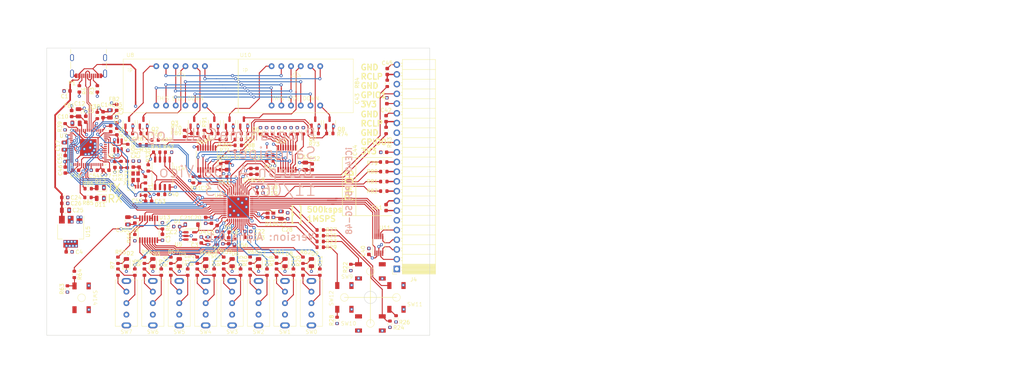
<source format=kicad_pcb>
(kicad_pcb (version 20221018) (generator pcbnew)
  (layers (0 "F.Cu" signal) (1 "In1.Cu" signal) (2 "In2.Cu" signal) (31 "B.Cu" signal) (34 "B.Paste" user) (35 "F.Paste" user) (36 "B.SilkS" user "B.Silkscreen") (37 "F.SilkS" user "F.Silkscreen") (38 "B.Mask" user) (39 "F.Mask" user) (44 "Edge.Cuts" user))
  (net 0 "")
  (net 1 "+5V")
  (net 2 "GND")
  (net 3 "+3V3")
  (net 4 "+2V5")
  (net 5 "+1V2")
  (net 6 "Net-(U1D-VCCPLL)")
  (net 7 "+1V8")
  (net 8 "Net-(U7-VPLL)")
  (net 9 "Net-(U7-VPHY)")
  (net 10 "/~{UI_ULEDSR_CLR}")
  (net 11 "Net-(U12-~{SRCLR})")
  (net 12 "Net-(D2-A)")
  (net 13 "Net-(D3-A)")
  (net 14 "Net-(D4-A)")
  (net 15 "Net-(D5-A)")
  (net 16 "Net-(D6-A)")
  (net 17 "Net-(D7-A)")
  (net 18 "Net-(D8-A)")
  (net 19 "Net-(D9-A)")
  (net 20 "/UI_RGBLED_B")
  (net 21 "/UI_RGBLED_G")
  (net 22 "/UI_RGBLED_R")
  (net 23 "/UI_GPIO1")
  (net 24 "/UI_GPIO0")
  (net 25 "/UI_ADC_SE_CHAN_0")
  (net 26 "/UI_ADC_SE_CHAN_1")
  (net 27 "/UI_ADC_SE_CHAN_2")
  (net 28 "/UI_ADC_SE_CHAN_3")
  (net 29 "/USB_CC")
  (net 30 "/USB_VCONN")
  (net 31 "/UI_MSB_CA0")
  (net 32 "Net-(Q1-C)")
  (net 33 "/UI_MSB_CA1")
  (net 34 "Net-(Q2-C)")
  (net 35 "/UI_MSB_CA2")
  (net 36 "Net-(Q3-C)")
  (net 37 "/UI_MSB_CA3")
  (net 38 "Net-(Q4-C)")
  (net 39 "/UI_LSB_CA0")
  (net 40 "Net-(Q5-C)")
  (net 41 "/UI_LSB_CA1")
  (net 42 "Net-(Q6-C)")
  (net 43 "/UI_LSB_CA2")
  (net 44 "Net-(Q7-C)")
  (net 45 "/UI_LSB_CA3")
  (net 46 "Net-(Q8-C)")
  (net 47 "/USB_D-")
  (net 48 "/USB_D+")
  (net 49 "/UI_SW7")
  (net 50 "/UI_SW6")
  (net 51 "/UI_SW5")
  (net 52 "/UI_SW4")
  (net 53 "/UI_SW3")
  (net 54 "/UI_SW2")
  (net 55 "/UI_SW1")
  (net 56 "/UI_SW0")
  (net 57 "Net-(R22-Pad2)")
  (net 58 "/UI_DPAD_U")
  (net 59 "Net-(R24-Pad2)")
  (net 60 "/UI_DPAD_D")
  (net 61 "Net-(R26-Pad2)")
  (net 62 "/UI_DPAD_R")
  (net 63 "Net-(R28-Pad2)")
  (net 64 "/UI_DPAD_L")
  (net 65 "/FLASH_CS")
  (net 66 "/EEPROM_SPI_DO")
  (net 67 "/EEPROM_SPI_DI")
  (net 68 "/EEPROM_SPI_CS")
  (net 69 "/EEPROM_SPI_CLK")
  (net 70 "Net-(U7-REF)")
  (net 71 "Net-(U7-~{RESET})")
  (net 72 "/FLASH_SCK")
  (net 73 "/UI_SEG_A")
  (net 74 "Net-(U12-QA)")
  (net 75 "/UI_SEG_B")
  (net 76 "Net-(U12-QB)")
  (net 77 "/UI_SEG_C")
  (net 78 "Net-(U12-QC)")
  (net 79 "/UI_SEG_D")
  (net 80 "Net-(U12-QD)")
  (net 81 "/UI_SEG_E")
  (net 82 "Net-(U12-QE)")
  (net 83 "/UI_SEG_F")
  (net 84 "Net-(U12-QF)")
  (net 85 "/UI_SEG_G")
  (net 86 "Net-(U12-QG)")
  (net 87 "/UI_SEG_DP")
  (net 88 "Net-(U12-QH)")
  (net 89 "/~{UI_7SEGSR_OE}")
  (net 90 "/UI_LED_7")
  (net 91 "/UI_LED_6")
  (net 92 "/UI_LED_5")
  (net 93 "/UI_LED_4")
  (net 94 "/UI_LED_3")
  (net 95 "/UI_LED_2")
  (net 96 "/UI_LED_1")
  (net 97 "/UI_LED_0")
  (net 98 "Net-(R63-Pad2)")
  (net 99 "/UI_AUX_BUTTON")
  (net 100 "/~{UI_ULEDSR_OE}")
  (net 101 "/UI_PMOD0_3")
  (net 102 "/UI_PMOD0_2")
  (net 103 "/UI_PMOD0_1")
  (net 104 "/UI_PMOD0_0")
  (net 105 "/UP5K_CDONE")
  (net 106 "/UP5K_CRESET")
  (net 107 "/UI_7SEGSR_DIN")
  (net 108 "/UI_7SEGSR_CLK")
  (net 109 "/UI_7SEGSR_RCLK")
  (net 110 "/FLASH_MOSI")
  (net 111 "/FLASH_MISO")
  (net 112 "/UI_ULEDSR_CLK")
  (net 113 "/UI_ULEDSR_DIN")
  (net 114 "/UI_ADC_DI")
  (net 115 "/~{UI_ADC_CS}")
  (net 116 "/UI_ADC_SCK")
  (net 117 "/UI_ADC_DO")
  (net 118 "Net-(U3-~{SRCLR})")
  (net 121 "/CLK_12M")
  (net 134 "/UP5K_UART_RX")
  (net 135 "/UP5K_UART_TX")
  (net 136 "/UP5K_UART_RTS")
  (net 137 "/UP5K_UART_CTS")
  (net 138 "/UP5K_UART_DTR")
  (net 139 "/UP5K_UART_DSR")
  (net 140 "/UP5K_UART_DCD")
  (net 149 "/UI_7SEG_SER_CARRY")
  (net 151 "Net-(R6-Pad1)")
  (net 152 "Net-(R8-Pad1)")
  (net 153 "Net-(R10-Pad1)")
  (net 154 "Net-(R12-Pad1)")
  (net 155 "Net-(R14-Pad1)")
  (net 156 "Net-(R16-Pad1)")
  (net 157 "Net-(R18-Pad1)")
  (net 158 "Net-(R20-Pad1)")
  (net 160 "Net-(J4-Pin_16)")
  (net 161 "Net-(J4-Pin_21)")
  (net 162 "Net-(J4-Pin_9)")
  (net 163 "Net-(J4-Pin_10)")
  (net 164 "Net-(J4-Pin_11)")
  (net 165 "Net-(J4-Pin_12)")
  (net 166 "Net-(D11-A)")
  (net 167 "Net-(D12-A)")
  (net 168 "Net-(U7-BCBUS4)")
  (net 169 "Net-(U7-BCBUS3)")
  (net 170 "Net-(U14-IO2)")
  (net 171 "Net-(U14-IO3)")
  (net 172 "Net-(U2-OE)")
  (net 173 "Net-(U2-A)")
  (net 175 "Net-(U3-QD)")
  (net 176 "Net-(U3-QH)")
  (net 177 "Net-(U3-QC)")
  (net 178 "Net-(U3-QG)")
  (net 179 "Net-(U3-QB)")
  (net 180 "Net-(U3-QF)")
  (net 181 "Net-(U3-QA)")
  (net 182 "Net-(U3-QE)")
  (footprint "ProgrammaGull_Logic:Alps_SKQGAKE010" (layer "F.Cu") (at 34.1 90.2 -90)
    (fp_text reference "SW14")
    (fp_text value "SW_Push")
  )
  (footprint "ProgrammaGull_Logic:SLW-121586-5A-D" (layer "F.Cu") (at 59.6 91.6 -90)
    (fp_text reference "SW5")
    (fp_text value "~")
  )
  (footprint "Capacitor_SMD:C_0603_1608Metric" (layer "F.Cu") (at 113.5975 43.425 90)
    (fp_text reference "C42")
    (fp_text value "10n")
  )
  (footprint "Resistor_SMD:R_0603_1608Metric" (layer "F.Cu") (at 112.9975 59.85 180)
    (fp_text reference "R81")
    (fp_text value "220R")
  )
  (footprint "Resistor_SMD:R_0603_1608Metric" (layer "F.Cu") (at 64.3 83.5 -90)
    (fp_text reference "R12")
    (fp_text value "10k")
  )
  (footprint "Resistor_SMD:R_0603_1608Metric" (layer "F.Cu") (at 89.4 83.5 90)
    (fp_text reference "R19")
    (fp_text value "220R")
  )
  (footprint "ProgrammaGull_Logic:SC70" (layer "F.Cu") (at 48.85 62.3 -90)
    (fp_text reference "U2")
    (fp_text value "SN74LVC1G126DCKR")
  )
  (footprint "ProgrammaGull_Logic:SLW-121586-5A-D" (layer "F.Cu") (at 66.5 91.6 -90)
    (fp_text reference "SW4")
    (fp_text value "~")
  )
  (footprint "Resistor_SMD:R_0603_1608Metric" (layer "F.Cu") (at 30.4 87.9 90)
    (fp_text reference "R63")
    (fp_text value "10k")
  )
  (footprint "Capacitor_SMD:C_0603_1608Metric" (layer "F.Cu") (at 87.9 68.8 90)
    (fp_text reference "C28")
    (fp_text value "100n")
  )
  (footprint "Resistor_SMD:R_0603_1608Metric" (layer "F.Cu") (at 68.7 83.5 90)
    (fp_text reference "R13")
    (fp_text value "220R")
  )
  (footprint "Resistor_SMD:R_0603_1608Metric" (layer "F.Cu") (at 43.6 80.4 90)
    (fp_text reference "R55")
    (fp_text value "220R")
  )
  (footprint "Capacitor_SMD:C_0603_1608Metric" (layer "F.Cu") (at 69.5 72.1 -90)
    (fp_text reference "C5")
    (fp_text value "1u")
  )
  (footprint "ProgrammaGull_Logic:SLW-121586-5A-D" (layer "F.Cu") (at 94.1 91.6 -90)
    (fp_text reference "SW0")
    (fp_text value "~")
  )
  (footprint "Resistor_SMD:R_0603_1608Metric" (layer "F.Cu") (at 82.5 83.5 90)
    (fp_text reference "R17")
    (fp_text value "220R")
  )
  (footprint "Resistor_SMD:R_0603_1608Metric" (layer "F.Cu") (at 63.3 59.375 -90)
    (fp_text reference "R51")
    (fp_text value "10k")
  )
  (footprint "Package_TO_SOT_SMD:SOT-23" (layer "F.Cu") (at 68.75 44.5 90)
    (fp_text reference "Q4")
    (fp_text value "MMBT2907")
  )
  (footprint "Connector_USB:USB_C_Receptacle_GCT_USB4105-xx-A_16P_TopMnt_Horizontal" (layer "F.Cu") (at 35.92 28.575 180)
    (fp_text reference "P1")
    (fp_text value "USB_C_Plug_USB2.0")
  )
  (footprint "Resistor_SMD:R_0603_1608Metric" (layer "F.Cu") (at 46 55.4 90)
    (fp_text reference "R33")
    (fp_text value "2k2")
  )
  (footprint "Capacitor_SMD:C_0603_1608Metric" (layer "F.Cu") (at 94.3 56.025 90)
    (fp_text reference "C32")
    (fp_text value "100n")
  )
  (footprint "Capacitor_SMD:C_0603_1608Metric" (layer "F.Cu") (at 35.2 43.575 90)
    (fp_text reference "C13")
    (fp_text value "100n")
  )
  (footprint "Capacitor_SMD:C_0603_1608Metric" (layer "F.Cu") (at 43.3 43.8 90)
    (fp_text reference "C9")
    (fp_text value "100n")
  )
  (footprint "Resistor_SMD:R_0603_1608Metric" (layer "F.Cu") (at 71.7625 73.075 180)
    (fp_text reference "R5")
    (fp_text value "100R")
  )
  (footprint "Capacitor_SMD:C_0603_1608Metric" (layer "F.Cu") (at 42.8 55.4 -90)
    (fp_text reference "C16")
    (fp_text value "100n")
  )
  (footprint "Capacitor_SMD:C_0603_1608Metric" (layer "F.Cu") (at 41.7 46.05 90)
    (fp_text reference "C11")
    (fp_text value "100n")
  )
  (footprint "ProgrammaGull_Logic:SLW-121586-5A-D" (layer "F.Cu") (at 80.3 91.6 -90)
    (fp_text reference "SW2")
    (fp_text value "~")
  )
  (footprint "Resistor_SMD:R_0603_1608Metric" (layer "F.Cu") (at 63.6 47.3)
    (fp_text reference "R70")
    (fp_text value "10k")
  )
  (footprint "Resistor_SMD:R_0603_1608Metric" (layer "F.Cu") (at 35.775 64 180)
    (fp_text reference "R85")
    (fp_text value "220R")
  )
  (footprint "Resistor_SMD:R_0603_1608Metric" (layer "F.Cu") (at 78.1 83.5 -90)
    (fp_text reference "R16")
    (fp_text value "10k")
  )
  (footprint "Capacitor_SMD:C_0603_1608Metric" (layer "F.Cu") (at 29.85 56.85 -90)
    (fp_text reference "C46")
    (fp_text value "100n")
  )
  (footprint "Resistor_SMD:R_0603_1608Metric" (layer "F.Cu") (at 113.5975 46.525 -90)
    (fp_text reference "R83")
    (fp_text value "100R")
  )
  (footprint "Resistor_SMD:R_0603_1608Metric" (layer "F.Cu") (at 48 83.5 90)
    (fp_text reference "R6")
    (fp_text value "220R")
  )
  (footprint "LED_SMD:LED_0805_2012Metric" (layer "F.Cu") (at 94.1 81 90)
    (fp_text reference "D9")
    (fp_text value "LED")
  )
  (footprint "Package_TO_SOT_SMD:SOT-23-5" (layer "F.Cu") (at 62.4875 74.05)
    (fp_text reference "U5")
    (fp_text value "MIC5504-2.5YM5")
  )
  (footprint "Resistor_SMD:R_0603_1608Metric" (layer "F.Cu") (at 54.9 83.5 90)
    (fp_text reference "R9")
    (fp_text value "220R")
  )
  (footprint "Resistor_SMD:R_0603_1608Metric" (layer "F.Cu") (at 75 51.95 180)
    (fp_text reference "R90")
    (fp_text value "680R")
  )
  (footprint "Resistor_SMD:R_0603_1608Metric" (layer "F.Cu") (at 57.4 83.5 -90)
    (fp_text reference "R10")
    (fp_text value "10k")
  )
  (footprint "Capacitor_SMD:C_0805_2012Metric" (layer "F.Cu") (at 32.65 44.65 180)
    (fp_text reference "C10")
    (fp_text value "4u7")
  )
  (footprint "Capacitor_SMD:C_0805_2012Metric" (layer "F.Cu") (at 41.5 42.2 90)
    (fp_text reference "C15")
    (fp_text value "4u7")
  )
  (footprint "Resistor_SMD:R_0603_1608Metric" (layer "F.Cu") (at 43.3 46.8 90)
    (fp_text reference "R34")
    (fp_text value "10k")
  )
  (footprint "Capacitor_SMD:C_0603_1608Metric" (layer "F.Cu") (at 74 75.7 -90)
    (fp_text reference "C56")
    (fp_text value "100n")
  )
  (footprint "Capacitor_SMD:C_0805_2012Metric" (layer "F.Cu") (at 86.15 68.6 90)
    (fp_text reference "C27")
    (fp_text value "4u7")
  )
  (footprint "Resistor_SMD:R_0603_1608Metric" (layer "F.Cu") (at 33.51 35.655 90)
    (fp_text reference "R4")
    (fp_text value "56k")
  )
  (footprint "Resistor_SMD:R_0603_1608Metric" (layer "F.Cu") (at 38.21 35.655 90)
    (fp_text reference "R3")
    (fp_text value "56k")
  )
  (footprint "LED_SMD:LED_0805_2012Metric" (layer "F.Cu") (at 45.8 81 90)
    (fp_text reference "D2")
    (fp_text value "LED")
  )
  (footprint "Capacitor_SMD:C_0603_1608Metric" (layer "F.Cu") (at 29.85 53.85 90)
    (fp_text reference "C55")
    (fp_text value "100n")
  )
  (footprint "Capacitor_SMD:C_0603_1608Metric" (layer "F.Cu") (at 80.7 62.85)
    (fp_text reference "C19")
    (fp_text value "1u")
  )
  (footprint "Capacitor_SMD:C_0603_1608Metric" (layer "F.Cu") (at 109.1 78.1 90)
    (fp_text reference "C40")
    (fp_text value "100n")
  )
  (footprint "Resistor_SMD:R_0603_1608Metric" (layer "F.Cu") (at 87.2 46.6 -90)
    (fp_text reference "R47" hide)
    (fp_text value "383R")
  )
  (footprint "Package_TO_SOT_SMD:SOT-23" (layer "F.Cu") (at 76.475 44.5 90)
    (fp_text reference "Q6")
    (fp_text value "MMBT2907")
  )
  (footprint "ProgrammaGull_Logic:Alps_SKQGAKE010" (layer "F.Cu") (at 109.5 96.9 180)
    (fp_text reference "SW10")
    (fp_text value "SW_Push")
  )
  (footprint "Resistor_SMD:R_0603_1608Metric" (layer "F.Cu") (at 96.3 83.5 90)
    (fp_text reference "R21")
    (fp_text value "220R")
  )
  (footprint "Capacitor_SMD:C_0603_1608Metric" (layer "F.Cu") (at 55.2 74.4 -90)
    (fp_text reference "C31")
    (fp_text value "100n")
  )
  (footprint "Resistor_SMD:R_0603_1608Metric" (layer "F.Cu") (at 78.1 80.375 90)
    (fp_text reference "R60")
    (fp_text value "220R")
  )
  (footprint "Resistor_SMD:R_0603_1608Metric" (layer "F.Cu") (at 114.6 97.1 90)
    (fp_text reference "R24")
    (fp_text value "10k")
  )
  (footprint "Package_SO:VSSOP-10_3x3mm_P0.5mm" (layer "F.Cu") (at 111.6975 76.37 90)
    (fp_text reference "U11")
    (fp_text value "ADC084S051CIMM/NOPB")
  )
  (footprint "Package_TO_SOT_SMD:SOT-23-5" (layer "F.Cu") (at 68.2 75.325)
    (fp_text reference "U4")
    (fp_text value "MIC5504-1.2YM5")
  )
  (footprint "Resistor_SMD:R_0603_1608Metric" (layer "F.Cu") (at 96.4 74)
    (fp_text reference "R25")
    (fp_text value "220R")
  )
  (footprint "Capacitor_SMD:C_0603_1608Metric" (layer "F.Cu") (at 48 69.9 -90)
    (fp_text reference "C29")
    (fp_text value "100n")
  )
  (footprint "Capacitor_SMD:C_0805_2012Metric" (layer "F.Cu") (at 72.2 55.8 90)
    (fp_text reference "C35")
    (fp_text value "4u7")
  )
  (footprint "Capacitor_SMD:C_0603_1608Metric" (layer "F.Cu") (at 77.5 74.4)
    (fp_text reference "C23")
    (fp_text value "1u")
  )
  (footprint "Resistor_SMD:R_0603_1608Metric" (layer "F.Cu") (at 32.2 84.1 -90)
    (fp_text reference "R64")
    (fp_text value "220R")
  )
  (footprint "Resistor_SMD:R_0603_1608Metric" (layer "F.Cu") (at 46.6 47.3)
    (fp_text reference "R67")
    (fp_text value "10k")
  )
  (footprint "ProgrammaGull_Logic:SLW-121586-5A-D" (layer "F.Cu") (at 87.2 91.6 -90)
    (fp_text reference "SW1")
    (fp_text value "~")
  )
  (footprint "LED_SMD:LED_0805_2012Metric" (layer "F.Cu") (at 73.4 81 90)
    (fp_text reference "D6")
    (fp_text value "LED")
  )
  (footprint "Resistor_SMD:R_0603_1608Metric" (layer "F.Cu") (at 112.9725 54.75 180)
    (fp_text reference "R79")
    (fp_text value "220R")
  )
  (footprint "Capacitor_SMD:C_0603_1608Metric" (layer "F.Cu") (at 40.475 56.9 180)
    (fp_text reference "C47")
    (fp_text value "100n")
  )
  (footprint "Capacitor_SMD:C_0603_1608Metric" (layer "F.Cu") (at 68 69.975 -90)
    (fp_text reference "C20")
    (fp_text value "100n")
  )
  (footprint "Resistor_SMD:R_0603_1608Metric" (layer "F.Cu") (at 96.4 75.5)
    (fp_text reference "R23")
    (fp_text value "220R")
  )
  (footprint "Resistor_SMD:R_0603_1608Metric" (layer "F.Cu") (at 66.15 47.3 -90)
    (fp_text reference "R91")
    (fp_text value "680R")
  )
  (footprint "Resistor_SMD:R_0603_1608Metric" (layer "F.Cu") (at 61 47.3 -90)
    (fp_text reference "R89")
    (fp_text value "680R")
  )
  (footprint "LED_SMD:LED_0805_2012Metric" (layer "F.Cu") (at 38.9875 64.25 180)
    (fp_text reference "D11")
    (fp_text value "LED")
  )
  (footprint "Package_SO:TSSOP-16_4.4x5mm_P0.65mm" (layer "F.Cu") (at 87.7 53.9 -90)
    (fp_text reference "U12")
    (fp_text value "74HC596")
  )
  (footprint "Package_TO_SOT_SMD:SOT-23" (layer "F.Cu") (at 50.25 44.5 90)
    (fp_text reference "Q2")
    (fp_text value "MMBT2907")
  )
  (footprint "Package_DFN_QFN:QFN-48-1EP_7x7mm_P0.5mm_EP5.6x5.6mm" (layer "F.Cu") (at 75 66.5 -90)
    (fp_text reference "U1")
    (fp_text value "ICE40UP5K-SG48ITR")
  )
  (footprint "ProgrammaGull_Logic:Alps_SKQGAKE010" (layer "F.Cu") (at 116.3 90.1 -90)
    (fp_text reference "SW11")
    (fp_text value "SW_Push")
  )
  (footprint "Resistor_SMD:R_0603_1608Metric" (layer "F.Cu") (at 44.4 55.4 90)
    (fp_text reference "R37")
    (fp_text value "10k")
  )
  (footprint "Capacitor_SMD:C_0603_1608Metric" (layer "F.Cu") (at 32.55 56.9 180)
    (fp_text reference "C46")
    (fp_text value "100n")
  )
  (footprint "Resistor_SMD:R_0603_1608Metric" (layer "F.Cu") (at 80.8 46.6 -90)
    (fp_text reference "R43" hide)
    (fp_text value "383R")
  )
  (footprint "Capacitor_SMD:C_0603_1608Metric" (layer "F.Cu") (at 113.8975 31.125 90)
    (fp_text reference "C45")
    (fp_text value "10n")
  )
  (footprint "Capacitor_SMD:C_0603_1608Metric" (layer "F.Cu") (at 72.5 75.3 -90)
    (fp_text reference "C8")
    (fp_text value "100n")
  )
  (footprint "Capacitor_SMD:C_0603_1608Metric" (layer "F.Cu") (at 39.7 42.4 90)
    (fp_text reference "C14")
    (fp_text value "100n")
  )
  (footprint "Capacitor_SMD:C_0603_1608Metric" (layer "F.Cu") (at 112.975 52.2 180)
    (fp_text reference "C44")
    (fp_text value "100n")
  )
  (footprint "Resistor_SMD:R_0603_1608Metric" (layer "F.Cu") (at 85 83.5 -90)
    (fp_text reference "R18")
    (fp_text value "10k")
  )
  (footprint "Package_TO_SOT_SMD:SOT-23" (layer "F.Cu") (at 98.85 44.5 90)
    (fp_text reference "Q8")
    (fp_text value "MMBT2907")
  )
  (footprint "Resistor_SMD:R_0603_1608Metric" (layer "F.Cu") (at 35.825 61.7 180)
    (fp_text reference "R86")
    (fp_text value "220R")
  )
  (footprint "Diode_SMD:D_SOD-123" (layer "F.Cu") (at 62.825 71.1 180)
    (fp_text reference "D1")
    (fp_text value "1N4148W")
  )
  (footprint "ProgrammaGull_Logic:SLW-121586-5A-D" (layer "F.Cu") (at 52.7 91.6 -90)
    (fp_text reference "SW6")
    (fp_text value "~")
  )
  (footprint "LED_SMD:LED_0805_2012Metric" (layer "F.Cu") (at 80.3 81 90)
    (fp_text reference "D7")
    (fp_text value "LED")
  )
  (footprint "Resistor_SMD:R_0603_1608Metric" (layer "F.Cu") (at 82.4 46.6 -90)
    (fp_text reference "R44" hide)
    (fp_text value "383R")
  )
  (footprint "Resistor_SMD:R_0603_1608Metric" (layer "F.Cu") (at 50.425 47.3)
    (fp_text reference "R68")
    (fp_text value "10k")
  )
  (footprint "ProgrammaGull_Logic:SLW-121586-5A-D" (layer "F.Cu") (at 45.8 91.6 -90)
    (fp_text reference "SW7")
    (fp_text value "~")
  )
  (footprint "Resistor_SMD:R_0603_1608Metric" (layer "F.Cu") (at 96.4 77)
    (fp_text reference "R29")
    (fp_text value "220R")
  )
  (footprint "ProgrammaGull_Logic:MHDA3641SRBW" (layer "F.Cu") (at 53.6 40)
    (fp_text reference "U8")
    (fp_text value "~")
  )
  (footprint "Package_TO_SOT_SMD:SOT-223-3_TabPin2" (layer "F.Cu") (at 31.25 72.95 -90)
    (fp_text reference "U15")
    (fp_text value "AMS1117-3.3")
  )
  (footprint "Capacitor_SMD:C_0603_1608Metric" (layer "F.Cu") (at 78.3 57.2 90)
    (fp_text reference "C48")
    (fp_text value "100n")
  )
  (footprint "Resistor_SMD:R_0603_1608Metric" (layer "F.Cu") (at 57.4 80.4 90)
    (fp_text reference "R57")
    (fp_text value "220R")
  )
  (footprint "Inductor_SMD:L_0603_1608Metric" (layer "F.Cu") (at 31.5 42.1 90)
    (fp_text reference "FB1")
    (fp_text value "FerriteBead_Small")
  )
  (footprint "Resistor_SMD:R_0603_1608Metric" (layer "F.Cu") (at 98.9 47.3)
    (fp_text reference "R74")
    (fp_text value "10k")
  )
  (footprint "Package_TO_SOT_SMD:SOT-23" (layer "F.Cu") (at 95.1 44.5 90)
    (fp_text reference "Q7")
    (fp_text value "MMBT2907")
  )
  (footprint "Resistor_SMD:R_0603_1608Metric" (layer "F.Cu") (at 84 53.7 -90)
    (fp_text reference "R52")
    (fp_text value "10k")
  )
  (footprint "Resistor_SMD:R_0603_1608Metric" (layer "F.Cu") (at 90.4 46.6 -90)
    (fp_text reference "R49" hide)
    (fp_text value "383R")
  )
  (footprint "Capacitor_SMD:C_0603_1608Metric" (layer "F.Cu") (at 77.5 72.9)
    (fp_text reference "C22")
    (fp_text value "100n")
  )
  (footprint "Resistor_SMD:R_0603_1608Metric" (layer "F.Cu") (at 71.2 80.4 90)
    (fp_text reference "R59")
    (fp_text value "220R")
  )
  (footprint "Resistor_SMD:R_0603_1608Metric" (layer "F.Cu") (at 68.9 47.3)
    (fp_text reference "R69")
    (fp_text value "10k")
  )
  (footprint "ProgrammaGull_Logic:Alps_SKQGAKE010" (layer "F.Cu") (at 109.5 83.3 180)
    (fp_text reference "SW9")
    (fp_text value "SW_Push")
  )
  (footprint "Resistor_SMD:R_0603_1608Metric" (layer "F.Cu") (at 71.05 48.85 180)
    (fp_text reference "R2")
    (fp_text value "680R")
  )
  (footprint "Oscillator:Oscillator_SMD_SeikoEpson_SG210-4Pin_2.5x2.0mm" (layer "F.Cu") (at 48.2 58.6 -90)
    (fp_text reference "X1")
    (fp_text value "SG-210STF")
  )
  (footprint "Resistor_SMD:R_0603_1608Metric" (layer "F.Cu") (at 104.4 82.275 90)
    (fp_text reference "R22")
    (fp_text value "10k")
  )
  (footprint "Capacitor_SMD:C_0603_1608Metric" (layer "F.Cu") (at 30.3 36.2 180)
    (fp_text reference "C1")
    (fp_text value "1u")
  )
  (footprint "LED_SMD:LED_0805_2012Metric" (layer "F.Cu") (at 59.6 81 90)
    (fp_text reference "D4")
    (fp_text value "LED")
  )
  (footprint "LED_SMD:LED_0805_2012Metric" (layer "F.Cu") (at 66.5 81 90)
    (fp_text reference "D5")
    (fp_text value "LED")
  )
  (footprint "Resistor_SMD:R_0603_1608Metric" (layer "F.Cu") (at 55 63.2 180)
    (fp_text reference "R40")
    (fp_text value "10k")
  )
  (footprint "Package_TO_SOT_SMD:SOT-23-6" (layer "F.Cu") (at 43.6 50.4 90)
    (fp_text reference "U6")
    (fp_text value "93LCxxAxxOT")
  )
  (footprint "Capacitor_SMD:C_0805_2012Metric" (layer "F.Cu") (at 33.3 41.9 90)
    (fp_text reference "C12")
    (fp_text value "4u7")
  )
  (footprint "Resistor_SMD:R_0603_1608Metric" (layer "F.Cu") (at 75.6 83.5 90)
    (fp_text reference "R15")
    (fp_text value "220R")
  )
  (footprint "Resistor_SMD:R_0603_1608Metric" (layer "F.Cu") (at 53.3 49)
    (fp_text reference "R87")
    (fp_text value "680R")
  )
  (footprint "Capacitor_SMD:C_0603_1608Metric" (layer "F.Cu") (at 82.4 53.7 -90)
    (fp_text reference "C37")
    (fp_text value "100n")
  )
  (footprint "Capacitor_SMD:C_0805_2012Metric" (layer "F.Cu") (at 29.9 67.35)
    (fp_text reference "C25")
    (fp_text value "4u7")
  )
  (footprint "Capacitor_SMD:C_0603_1608Metric" (layer "F.Cu") (at 113.5975 66.65 90)
    (fp_text reference "C41")
    (fp_text value "100n")
  )
  (footprint "Package_DFN_QFN:QFN-64-1EP_9x9mm_P0.5mm_EP4.35x4.35mm" (layer "F.Cu") (at 35.85 50.95 -90)
    (fp_text reference "U7")
    (fp_text value "FT2232HQ")
  )
  (footprint "Resistor_SMD:R_0603_1608Metric" (layer "F.Cu") (at 75 48.85 180)
    (fp_text reference "R54")
    (fp_text value "680R")
  )
  (footprint "Resistor_SMD:R_0603_1608Metric" (layer "F.Cu") (at 116.2 95.7 90)
    (fp_text reference "R26")
    (fp_text value "10k")
  )
  (footprint "Resistor_SMD:R_0603_1608Metric" (layer "F.Cu") (at 46.15 50.95 -90)
    (fp_text reference "R36")
    (fp_text value "10k")
  )
  (footprint "Resistor_SMD:R_0603_1608Metric" (layer "F.Cu") (at 72.825 47.3)
    (fp_text reference "R71")
    (fp_text value "10k")
  )
  (footprint "Resistor_SMD:R_0603_1608Metric" (layer "F.Cu") (at 85 80.4 90)
    (fp_text reference "R61")
    (fp_text value "220R")
  )
  (footprint "Capacitor_SMD:C_0603_1608Metric" (layer "F.Cu") (at 29.7 65.55)
    (fp_text reference "C26")
    (fp_text value "100n")
  )
  (footprint "ProgrammaGull_Logic:MHDA3641SRBW" (layer "F.Cu") (at 83.7 40)
    (fp_text reference "U10")
    (fp_text value "~")
  )
  (footprint "Resistor_SMD:R_0603_1608Metric" (layer "F.Cu") (at 50.2 50.25)
    (fp_text reference "R35")
    (fp_text value "680R")
  )
  (footprint "Capacitor_SMD:C_0805_2012Metric" (layer "F.Cu") (at 92.5 55.85 90)
    (fp_text reference "C33")
    (fp_text value "4u7")
  )
  (footprint "Capacitor_SMD:C_0603_1608Metric" (layer "F.Cu") (at 64.9 59.375 -90)
    (fp_text reference "C36")
    (fp_text value "100n")
  )
  (footprint "Resistor_SMD:R_0603_1608Metric" (layer "F.Cu") (at 64.3 80.4 90)
    (fp_text reference "R58")
    (fp_text value "220R")
  )
  (footprint "Resistor_SMD:R_0603_1608Metric" (layer "F.Cu") (at 113.8975 34.225 -90)
    (fp_text reference "R84")
    (fp_text value "100R")
  )
  (footprint "Capacitor_SMD:C_0603_1608Metric" (layer "F.Cu") (at 66.5 69.975 -90)
    (fp_text reference "C21")
    (fp_text value "1u")
  )
  (footprint "Resistor_SMD:R_0603_1608Metric" (layer "F.Cu") (at 96.4 72.5)
    (fp_text reference "R27")
    (fp_text value "220R")
  )
  (footprint "Resistor_SMD:R_0603_1608Metric" (layer "F.Cu") (at 53.7 52.2 180)
    (fp_text reference "R41")
    (fp_text value "10k")
  )
  (footprint "Package_SO:SOIC-8_5.23x5.23mm_P1.27mm" (layer "F.Cu") (at 55.2 57.7 90)
    (fp_text reference "U14")
    (fp_text value "W25Q32JVSS")
  )
  (footprint "LED_SMD:LED_Cree-PLCC4_2x2mm_CW" (layer "F.Cu") (at 83.4125 68.65 180)
    (fp_text reference "D10")
    (fp_text value "LED_ABGR")
  )
  (footprint "Capacitor_SMD:C_0603_1608Metric" (layer "F.Cu") (at 51.6 65)
    (fp_text reference "C53")
    (fp_text value "10n")
  )
  (footprint "Resistor_SMD:R_0603_1608Metric" (layer "F.Cu") (at 38.2 42.6 -90)
    (fp_text reference "R38")
    (fp_text value "12k 1%")
  )
  (footprint "ProgrammaGull_Logic:SLW-121586-5A-D" (layer "F.Cu") (at 73.4 91.6 -90)
    (fp_text reference "SW3")
    (fp_text value "~")
  )
  (footprint "Resistor_SMD:R_0603_1608Metric" (layer "F.Cu") (at 50.5 83.5 -90)
    (fp_text reference "R8")
    (fp_text value "10k")
  )
  (footprint "Resistor_SMD:R_0603_1608Metric" (layer "F.Cu") (at 55.2 71.4 90)
    (fp_text reference "R65")
    (fp_text value "10k")
  )
  (footprint "Resistor_SMD:R_0603_1608Metric" (layer "F.Cu") (at 95.1 47.3)
    (fp_text reference "R73")
    (fp_text value "10k")
  )
  (footprint "Resistor_SMD:R_0603_1608Metric" (layer "F.Cu") (at 71.2 83.5 -90)
    (fp_text reference "R14")
    (fp_text value "10k")
  )
  (footprint "Resistor_SMD:R_0603_1608Metric" (layer "F.Cu") (at 51.5 56.3 90)
    (fp_text reference "R32")
    (fp_text value "10k")
  )
  (footprint "Resistor_SMD:R_0603_1608Metric" (layer "F.Cu") (at 61.8 83.5 90)
    (fp_text reference "R11")
    (fp_text value "220R")
  )
  (footprint "Capacitor_SMD:C_0603_1608Metric" (layer "F.Cu") (at 30.85 78.2)
    (fp_text reference "C4")
    (fp_text value "1u")
  )
  (footprint "Resistor_SMD:R_0603_1608Metric" (layer "F.Cu") (at 43.6 83.5 -90)
    (fp_text reference "R7")
    (fp_text value "10k")
  )
  (footprint "Resistor_SMD:R_0603_1608Metric" (layer "F.Cu") (at 112.9975 57.25 180)
    (fp_text reference "R80")
    (fp_text value "220R")
  )
  (footprint "Capacitor_SMD:C_0603_1608Metric" (layer "F.Cu") (at 65.35 75.1 90)
    (fp_text reference "C3")
    (fp_text value "1u")
  )
  (footprint "Capacitor_SMD:C_0603_1608Metric" (layer "F.Cu") (at 58.925 71.6 180)
    (fp_text reference "C2")
    (fp_text value "1u")
  )
  (footprint "Resistor_SMD:R_0603_1608Metric" (layer "F.Cu") (at 112.9975 62.35 180)
    (fp_text reference "R82")
    (fp_text value "220R")
  )
  (footprint "Package_TO_SOT_SMD:SOT-23" (layer "F.Cu") (at 63.5 44.5 90)
    (fp_text reference "Q3")
    (fp_text value "MMBT2907")
  )
  (footprint "Capacitor_SMD:C_0603_1608Metric" (layer "F.Cu") (at 79.9 57.2 90)
    (fp_text reference "C49")
    (fp_text value "10n")
  )
  (footprint "Resistor_SMD:R_0603_1608Metric" (layer "F.Cu") (at 91.9 80.4 90)
    (fp_text reference "R62")
    (fp_text value "220R")
  )
  (footprint "Resistor_SMD:R_0603_1608Metric" (layer "F.Cu") (at 88.8 46.6 -90)
    (fp_text reference "R48" hide)
    (fp_text value "383R")
  )
  (footprint "Capacitor_SMD:C_0805_2012Metric" (layer "F.Cu") (at 46.2 70.1 -90)
    (fp_text reference "C30")
    (fp_text value "4u7")
  )
  (footprint "Resistor_SMD:R_0603_1608Metric" (layer "F.Cu") (at 100.8 96.1 90)
    (fp_text reference "R28")
    (fp_text value "10k")
  )
  (footprint "Inductor_SMD:L_0603_1608Metric" (layer "F.Cu") (at 43.25 40.5 90)
    (fp_text reference "FB2")
    (fp_text value "FerriteBead_Small")
  )
  (footprint "ProgrammaGull_Logic:Alps_SKQGAKE010" (layer "F.Cu") (at 102.7 90.1 -90)
    (fp_text reference "SW12")
    (fp_text value "SW_Push")
  )
  (footprint "LED_SMD:LED_0805_2012Metric" (layer "F.Cu") (at 38.9875 61.45 180)
    (fp_text reference "D12")
    (fp_text value "LED")
  )
  (footprint "LED_SMD:LED_0805_2012Metric" (layer "F.Cu") (at 87.2 81 90)
    (fp_text reference "D8")
    (fp_text value "LED")
  )
  (footprint "Capacitor_SMD:C_0603_1608Metric" (layer "F.Cu") (at 80.7 61.35)
    (fp_text reference "C18")
    (fp_text value "100n")
  )
  (footprint "Resistor_SMD:R_0603_1608Metric" (layer "F.Cu") (at 50.75 59.4 90)
    (fp_text reference "R1")
    (fp_text value "10k")
  )
  (footprint "Capacitor_SMD:C_0603_1608Metric" (layer "F.Cu") (at 70.4 56 90)
    (fp_text reference "C34")
    (fp_text value "100n")
  )
  (footprint "Package_TO_SOT_SMD:SOT-23" (layer "F.Cu") (at 72.725 44.5 90)
    (fp_text reference "Q5")
    (fp_text value "MMBT2907")
  )
  (footprint "Resistor_SMD:R_0603_1608Metric" (layer "F.Cu") (at 48 74.5 90)
    (fp_text reference "R66")
    (fp_text value "10k")
  )
  (footprint "Capacitor_SMD:C_0603_1608Metric" (layer "F.Cu") (at 47.6 55.3 90)
    (fp_text reference "C50")
    (fp_text value "100n")
  )
  (footprint "Package_SO:TSSOP-16_4.4x5mm_P0.65mm" (layer "F.Cu") (at 51.6 72.3 90)
    (fp_text reference "U13")
    (fp_text value "74AHC595")
  )
  (footprint "Resistor_SMD:R_0603_1608Metric" (layer "F.Cu") (at 92 46.6 -90)
    (fp_text reference "R50" hide)
    (fp_text value "383R")
  )
  (footprint "Capacitor_SMD:C_0603_1608Metric" (layer "F.Cu") (at 50.8 62.7 90)
    (fp_text reference "C52")
    (fp_text value "100n")
  )
  (footprint "Capacitor_SMD:C_0603_1608Metric" (layer "F.Cu") (at 29.7 64)
    (fp_text reference "C24")
    (fp_text value "1u")
  )
  (footprint "Capacitor_SMD:C_0603_1608Metric" (layer "F.Cu") (at 113.8 38.75 90)
    (fp_text reference "C43")
    (fp_text value "100n")
  )
  (footprint "Resistor_SMD:R_0603_1608Metric" (layer "F.Cu") (at 29.8 45.55 -90)
    (fp_text reference "R39")
    (fp_text value "10k")
  )
  (footprint "Resistor_SMD:R_0603_1608Metric" (layer "F.Cu") (at 91.9 83.5 -90)
    (fp_text reference "R20")
    (fp_text value "10k")
  )
  (footprint "Resistor_SMD:R_0603_1608Metric" (layer "F.Cu") (at 76.625 47.3)
    (fp_text reference "R72")
    (fp_text value "10k")
  )
  (footprint "Package_TO_SOT_SMD:SOT-23" (layer "F.Cu") (at 46.5 44.5 90)
    (fp_text reference "Q1")
    (fp_text value "MMBT2907")
  )
  (footprint "Resistor_SMD:R_0603_1608Metric" (layer "F.Cu") (at 50.5 80.4 90)
    (fp_text reference "R56")
    (fp_text value "220R")
  )
  (footprint "Connector_PinSocket_2.54mm:PinSocket_1x22_P2.54mm_Horizontal" (layer "F.Cu") (at 116.3975 82.67 180)
    (fp_text reference "J4")
    (fp_text value "Conn_01x22_Socket")
  )
  (footprint "Resistor_SMD:R_0603_1608Metric" (layer "F.Cu") (at 75 50.4 180)
    (fp_text reference "R88")
    (fp_text value "680R")
  )
  (footprint "Capacitor_SMD:C_0603_1608Metric" (layer "F.Cu") (at 71 75.325 -90)
    (fp_text reference "C6")
    (fp_text value "1u")
  )
  (footprint "Resistor_SMD:R_0603_1608Metric" (layer "F.Cu") (at 56.8 52.2)
    (fp_text reference "R42")
    (fp_text value "10k")
  )
  (footprint "Capacitor_SMD:C_0603_1608Metric" (layer "F.Cu") (at 37.4 56.9)
    (fp_text reference "C54")
    (fp_text value "100n")
  )
  (footprint "Capacitor_SMD:C_0805_2012Metric" (layer "F.Cu") (at 29.6 50.6 -90)
    (fp_text reference "C17")
    (fp_text value "4u7")
  )
  (footprint "Resistor_SMD:R_0603_1608Metric" (layer "F.Cu") (at 85.6 46.6 -90)
    (fp_text reference "R46" hide)
    (fp_text value "383R")
  )
  (footprint "Resistor_SMD:R_0603_1608Metric" (layer "F.Cu") (at 84 46.6 -90)
    (fp_text reference "R45" hide)
    (fp_text value "383R")
  )
  (footprint "Package_SO:TSSOP-16_4.4x5mm_P0.65mm" (layer "F.Cu") (at 66.775 53.9625 -90)
    (fp_text reference "U3")
    (fp_text value "74HC596")
  )
  (footprint "LED_SMD:LED_0805_2012Metric" (layer "F.Cu") (at 52.7 81 90)
    (fp_text reference "D3")
    (fp_text value "LED")
  )
  (footprint "Resistor_SMD:R_0603_1608Metric" (layer "F.Cu") (at 71.2 58.7 180)
    (fp_text reference "R53")
    (fp_text value "10k")
  )
  (footprint "Capacitor_SMD:C_0603_1608Metric" (layer "F.Cu") (at 49.1 55.3 90)
    (fp_text reference "C51")
    (fp_text value "10n")
  )
  (gr_line (start 105.7 53.55) (end 105.7 65.75) (stroke (width 0.15)) (layer "F.SilkS"))
  (gr_line (start 109.5 90.1) (end 109.5 96.9) (stroke (width 0.15)) (layer "F.SilkS"))
  (gr_line (start 105.7 53.55) (end 102.2 53.55) (stroke (width 0.15)) (layer "F.SilkS"))
  (gr_line (start 102.2 68.75) (end 102.2 68.55) (stroke (width 0.15)) (layer "F.SilkS"))
  (gr_line (start 115.1 68.75) (end 105.7 68.75) (stroke (width 0.15)) (layer "F.SilkS"))
  (gr_line (start 115.2 53.55) (end 105.7 53.55) (stroke (width 0.15)) (layer "F.SilkS"))
  (gr_line (start 105.7 68.75) (end 105.7 65.75) (stroke (width 0.15)) (layer "F.SilkS"))
  (gr_line (start 105.7 68.75) (end 102.2 68.75) (stroke (width 0.15)) (layer "F.SilkS"))
  (gr_line (start 109.5 90.1) (end 116.3 90.1) (stroke (width 0.15)) (layer "F.SilkS"))
  (gr_line (start 109.5 90.1) (end 102.7 90.1) (stroke (width 0.15)) (layer "F.SilkS"))
  (gr_line (start 102.2 53.55) (end 102.2 68.55) (stroke (width 0.15)) (layer "F.SilkS"))
  (gr_line (start 109.5 90.1) (end 109.5 83.3) (stroke (width 0.15)) (layer "F.SilkS"))
  (gr_rect locked (start 25 25) (end 125 100) (stroke (width 0.1)) (fill none) (layer "Edge.Cuts"))
  (gr_circle (center 109.5 90.1) (end 109.5 88.5) (stroke (width 0.1)) (fill none) (layer "Edge.Cuts"))
  (gr_text "ProgrammaGull Logic\nSandpiper\nJoseph A. De Vico\n11/06/2023" (at 95.55 63.85) (layer "B.SilkS") (effects (font (size 3 3) (thickness 0.3) bold) (justify left bottom mirror)))
  (gr_text "iCE40-UP5k SG-48" (at 104.8 50.7 90) (layer "B.SilkS") (effects (font (size 1.5 1.5) (thickness 0.3) bold) (justify left bottom mirror)))
  (gr_text "Version: Alpha 0.1" (at 95 75.45) (layer "B.SilkS") (effects (font (size 2 2) (thickness 0.3) bold) (justify left bottom mirror)))
  (gr_text "[ ] 500ksps\n[ ] 1MSPS" (at 88.45 70.45) (layer "F.SilkS") (effects (font (size 1.5 1.5) (thickness 0.3) bold) (justify left bottom)))
  (gr_text "GND\nRCLP\nGND\nGPIO0\n3V3" (at 106.7975 52.83) (layer "F.SilkS") (effects (font (size 1.5 1.5) (thickness 0.3) bold) (justify left bottom)))
  (gr_text "TX" (at 40.6725 62.7) (layer "F.SilkS") (effects (font (size 2 2) (thickness 0.3) bold) (justify left bottom)))
  (gr_text "GND\nRCLP\nGND\nGPIO1\n3V3" (at 106.7975 40.57) (layer "F.SilkS") (effects (font (size 1.5 1.5) (thickness 0.3) bold) (justify left bottom)))
  (gr_text "RX" (at 40.6725 65.5) (layer "F.SilkS") (effects (font (size 2 2) (thickness 0.3) bold) (justify left bottom)))
  (gr_text "PMOD" (at 105.2 65.25 90) (layer "F.SilkS") (effects (font (size 2 2) (thickness 0.4) bold) (justify left bottom)))
  (segment (start 39.5 29.29) (end 38.150051 29.29) (width 0.25) (layer "F.Cu") (net 1))
  (segment (start 38.32 32.255) (end 38.32 31.679949) (width 0.25) (layer "F.Cu") (net 1))
  (segment (start 28.95 67.35) (end 28.95 69.8) (width 0.45) (layer "F.Cu") (net 1))
  (segment (start 27.2 42.5) (end 27.2 61.35) (width 0.45) (layer "F.Cu") (net 1))
  (segment (start 31.81 33.38) (end 31.11 34.08) (width 0.45) (layer "F.Cu") (net 1))
  (segment (start 77.425 45.4375) (end 77.4 45.2) (width 0.25) (layer "F.Cu") (net 1))
  (segment (start 64.45 45.4375) (end 64.45 47.275) (width 0.25) (layer "F.Cu") (net 1))
  (segment (start 73.675 45.475) (end 73.7 45.5) (width 0.25) (layer "F.Cu") (net 1))
  (segment (start 95.925 47.3) (end 95.925 45.5625) (width 0.25) (layer "F.Cu") (net 1))
  (segment (start 51.3 45.4) (end 51.3 47.25) (width 0.25) (layer "F.Cu") (net 1))
  (segment (start 99.725 45.5125) (end 99.8 45.4375) (width 0.25) (layer "F.Cu") (net 1))
  (segment (start 28.95 63.1) (end 28.95 67.35) (width 0.45) (layer "F.Cu") (net 1))
  (segment (start 34.21 30.989949) (end 34.21 30.98) (width 0.25) (layer "F.Cu") (net 1))
  (segment (start 47.45 45.4375) (end 47.45 47.275) (width 0.25) (layer "F.Cu") (net 1))
  (segment (start 38.150051 29.29) (end 37.040051 30.4) (width 0.25) (layer "F.Cu") (net 1))
  (segment (start 33.52 32.255) (end 33.52 31.679949) (width 0.25) (layer "F.Cu") (net 1))
  (segment (start 73.7 45.5) (end 73.675 45.525) (width 0.25) (layer "F.Cu") (net 1))
  (segment (start 95.925 45.5625) (end 96.05 45.4375) (width 0.25) (layer "F.Cu") (net 1))
  (segment (start 77.4 45.2) (end 77.425 47.275) (width 0.25) (layer "F.Cu") (net 1))
  (segment (start 51.3 47.25) (end 51.25 47.3) (width 0.25) (layer "F.Cu") (net 1))
  (segment (start 33.52 31.679949) (end 33.749975 31.449975) (width 0.25) (layer "F.Cu") (net 1))
  (segment (start 38.32 31.679949) (end 37.040051 30.4) (width 0.25) (layer "F.Cu") (net 1))
  (segment (start 34.79995 30.4) (end 33.749975 31.449975) (width 0.25) (layer "F.Cu") (net 1))
  (segment (start 33.749975 31.449975) (end 34.21 30.989949) (width 0.25) (layer "F.Cu") (net 1))
  (segment (start 31.81 33.38) (end 31.21 33.98) (width 0.25) (layer "F.Cu") (net 1))
  (segment (start 47.45 47.275) (end 47.425 47.3) (width 0.25) (layer "F.Cu") (net 1))
  (segment (start 33.52 32.97) (end 33.11 33.38) (width 0.25) (layer "F.Cu") (net 1))
  (segment (start 64.275 47.575) (end 64.275 47.3) (width 0.25) (layer "F.Cu") (net 1))
  (segment (start 69.7 47.275) (end 69.725 47.3) (width 0.25) (layer "F.Cu") (net 1))
  (segment (start 69.7 45.4375) (end 69.7 47.275) (width 0.25) (layer "F.Cu") (net 1))
  (segment (start 99.725 47.3) (end 99.725 45.5125) (width 0.25) (layer "F.Cu") (net 1))
  (segment (start 48.2 40.2) (end 48.2 30.6) (width 0.35) (layer "F.Cu") (net 1))
  (segment (start 39.5 29.29) (end 46.89 29.29) (width 0.35) (layer "F.Cu") (net 1))
  (segment (start 73.675 45.525) (end 73.675 47.275) (width 0.25) (layer "F.Cu") (net 1))
  (segment (start 33.52 32.255) (end 33.52 32.97) (width 0.25) (layer "F.Cu") (net 1))
  (segment (start 48.2 30.6) (end 47.1 29.5) (width 0.35) (layer "F.Cu") (net 1))
  (segment (start 31.11 34.08) (end 31.11 38.59) (width 0.45) (layer "F.Cu") (net 1))
  (segment (start 46.89 29.29) (end 47.1 29.5) (width 0.35) (layer "F.Cu") (net 1))
  (segment (start 73.675 45.4375) (end 73.675 45.475) (width 0.25) (layer "F.Cu") (net 1))
  (segment (start 37.040051 30.4) (end 34.79995 30.4) (width 0.25) (layer "F.Cu") (net 1))
  (segment (start 48.2 40.2) (end 48.2 39) (width 0.35) (layer "F.Cu") (net 1))
  (segment (start 27.2 61.35) (end 28.95 63.1) (width 0.45) (layer "F.Cu") (net 1))
  (segment (start 33.11 33.38) (end 31.81 33.38) (width 0.25) (layer "F.Cu") (net 1))
  (segment (start 31.11 38.59) (end 27.2 42.5) (width 0.45) (layer "F.Cu") (net 1))
  (segment (start 77.45 47.275) (end 77.425 47.3) (width 0.25) (layer "F.Cu") (net 1))
  (via (at 51.3 45.4) (size 0.8) (drill 0.4) (layers "F.Cu" "B.Cu") (net 1))
  (via (at 64.55 45.4) (size 0.8) (drill 0.4) (layers "F.Cu" "B.Cu") (net 1))
  (via (at 99.9 45.4) (size 0.8) (drill 0.4) (layers "F.Cu" "B.Cu") (net 1))
  (via (at 73.7 45.5) (size 0.8) (drill 0.4) (layers "F.Cu" "B.Cu") (net 1))
  (via (at 47.5 45.4) (size 0.8) (drill 0.4) (layers "F.Cu" "B.Cu") (net 1))
  (via (at 96.1 45.4) (size 0.8) (drill 0.4) (layers "F.Cu" "B.Cu") (net 1))
  (via (at 77.5 45.4) (size 0.8) (drill 0.4) (layers "F.Cu" "B.Cu") (net 1))
  (via (at 48.2 40.2) (size 0.8) (drill 0.4) (layers "F.Cu" "B.Cu") (net 1))
  (via (at 69.8 45.4) (size 0.8) (drill 0.4) (layers "F.Cu" "B.Cu") (net 1))
  (segment (start 39.5 57.1) (end 39.7 56.9) (width 0.25) (layer "F.Cu") (net 2))
  (segment (start 34.6 46.5) (end 34.6 46.8) (width 0.25) (layer "F.Cu") (net 2))
  (segment (start 41.45 41.2) (end 41.55 41.2) (width 0.35) (layer "F.Cu") (net 2))
  (segment (start 47.35 60.75) (end 47.75 60.75) (width 0.25) (layer "F.Cu") (net 2))
  (segment (start 29.85 51.8) (end 29.6 51.55) (width 0.25) (layer "F.Cu") (net 2))
  (segment (start 55.1625 75.1625) (end 55.2 75.2) (width 0.25) (layer "F.Cu") (net 2))
  (segment (start 32.175 32.255) (end 31.6 31.68) (width 0.5) (layer "F.Cu") (net 2))
  (segment (start 52.7 81.9375) (end 52.7 83.3) (width 0.25) (layer "F.Cu") (net 2))
  (segment (start 37.6 46.5) (end 37.6 45.1) (width 0.25) (layer "F.Cu") (net 2))
  (segment (start 65.35 74.35) (end 65.35 74.325) (width 0.25) (layer "F.Cu") (net 2))
  (segment (start 40.4 58.1) (end 40.4 57.6) (width 0.25) (layer "F.Cu") (net 2))
  (segment (start 94.1 55.05) (end 94.3 55.25) (width 0.25) (layer "F.Cu") (net 2))
  (segment (start 37.6 45.1) (end 38 44.7) (width 0.25) (layer "F.Cu") (net 2))
  (segment (start 39.12 32.255) (end 39.665 32.255) (width 0.5) (layer "F.Cu") (net 2))
  (segment (start 41.45 41.3) (end 41.45 41.2) (width 0.35) (layer "F.Cu") (net 2))
  (segment (start 66.35 75.325) (end 65.375 74.35) (width 0.25) (layer "F.Cu") (net 2))
  (segment (start 42.8 56.175) (end 42.8 57.4) (width 0.25) (layer "F.Cu") (net 2))
  (segment (start 46.2 71.05) (end 47.625 71.05) (width 0.25) (layer "F.Cu") (net 2))
  (segment (start 32.8 54.25) (end 32.8 54.2) (width 0.25) (layer "F.Cu") (net 2))
  (segment (start 63.5 50.8) (end 64.2875 50.8) (width 0.35) (layer "F.Cu") (net 2))
  (segment (start 35.85 50.198008) (end 36.35 51) (width 0.25) (layer "F.Cu") (net 2))
  (segment (start 64.9 60.2) (end 63.6 61.5) (width 0.25) (layer "F.Cu") (net 2))
  (segment (start 32.6 46.948008) (end 33.275996 47.624004) (width 0.25) (layer "F.Cu") (net 2))
  (segment (start 83.4 55.7) (end 83.4 55.475) (width 0.25) (layer "F.Cu") (net 2))
  (segment (start 62.675 74.05) (end 62.725 74) (width 0.25) (layer "F.Cu") (net 2))
  (segment (start 68 70.75) (end 66.525 70.75) (width 0.25) (layer "F.Cu") (net 2))
  (segment (start 72.475 76.1) (end 72.5 76.075) (width 0.25) (layer "F.Cu") (net 2))
  (segment (start 52.375 65) (end 52.375 64.075) (width 0.25) (layer "F.Cu") (net 2))
  (segment (start 111.6975 77.33) (end 111.6975 76.83) (width 0.25) (layer "F.Cu") (net 2))
  (segment (start 52 63.125) (end 50.8 61.925) (width 0.25) (layer "F.Cu") (net 2))
  (segment (start 67.0625 75.325) (end 66.35 75.325) (width 0.25) (layer "F.Cu") (net 2))
  (segment (start 71 76.1) (end 72.475 76.1) (width 0.25) (layer "F.Cu") (net 2))
  (segment (start 59.6 81.9375) (end 59.6 83.3) (width 0.25) (layer "F.Cu") (net 2))
  (segment (start 39.1 56.3) (end 39.7 56.9) (width 0.25) (layer "F.Cu") (net 2))
  (segment (start 33.275996 47.624004) (end 35.85 50.198008) (width 0.25) (layer "F.Cu") (net 2))
  (segment (start 85.425 51.0375) (end 84.4875 50.1) (width 0.25) (layer "F.Cu") (net 2))
  (segment (start 57.105 61.3) (end 58.6 61.3) (width 0.25) (layer "F.Cu") (net 2))
  (segment (start 33.6 46.5) (end 33.6 47.8) (width 0.25) (layer "F.Cu") (net 2))
  (segment (start 111.6975 78.57) (end 111.6975 77.33) (width 0.25) (layer "F.Cu") (net 2))
  (segment (start 72.2 54.85) (end 70.775 54.85) (width 0.35) (layer "F.Cu") (net 2))
  (segment (start 39.1 55.4) (end 39.1 56.3) (width 0.25) (layer "F.Cu") (net 2))
  (segment (start 38.2 41.775) (end 38.2 41) (width 0.25) (layer "F.Cu") (net 2))
  (segment (start 59.925 74) (end 61.3 74) (width 0.25) (layer "F.Cu") (net 2))
  (segment (start 80.3 81.9375) (end 80.3 83.3) (width 0.25) (layer "F.Cu") (net 2))
  (segment (start 114.9175 29.33) (end 113.8975 30.35) (width 0.25) (layer "F.Cu") (net 2))
  (segment (start 112.3975 76.33) (end 111.6975 77.03) (width 0.25) (layer "F.Cu") (net 2))
  (segment (start 72.5 76.075) (end 73.875 76.075) (width 0.25) (layer "F.Cu") (net 2))
  (segment (start 34.6 46.8) (end 35.4 47.6) (width 0.25) (layer "F.Cu") (net 2))
  (segment (start 35.2 42.8) (end 35.2 41.6) (width 0.25) (layer "F.Cu") (net 2))
  (segment (start 29.9 51.2) (end 29.6 51.5) (width 0.25) (layer "F.Cu") (net 2))
  (segment (start 66.5 81.9375) (end 66.5 83.3) (width 0.25) (layer "F.Cu") (net 2))
  (segment (start 73.4 81.9375) (end 73.4 83.3) (width 0.25) (layer "F.Cu") (net 2))
  (segment (start 116.3975 29.33) (end 114.9175 29.33) (width 0.25) (layer "F.Cu") (net 2))
  (segment (start 61.3 74) (end 61.35 74.05) (width 0.25) (layer "F.Cu") (net 2))
  (segment (start 57.2 63.2) (end 57.2 61.395) (width 0.25) (layer "F.Cu") (net 2))
  (segment (start 39.5 58.1) (end 39.5 57.1) (width 0.25) (layer "F.Cu") (net 2))
  (segment (start 39.7 41.625) (end 41.125 41.625) (width 0.35) (layer "F.Cu") (net 2))
  (segment (start 73.875 76.075) (end 74 76.2) (width 0.25) (layer "F.Cu") (net 2))
  (segment (start 33.1 55.4) (end 33.1 54.55) (width 0.25) (layer "F.Cu") (net 2))
  (segment (start 64.9 60.15) (end 64.9 60.2) (width 0.25) (layer "F.Cu") (net 2))
  (segment (start 83.4 55.475) (end 82.4 54.475) (width 0.25) (layer "F.Cu") (net 2))
  (segment (start 36.35 51) (end 35.85 50.95) (width 0.25) (layer "F.Cu") (net 2))
  (segment (start 57.2 61.395) (end 57.105 61.3) (width 0.25) (layer "F.Cu") (net 2))
  (segment (start 72.75 54.85) (end 73.5 55.6) (width 0.35) (layer "F.Cu") (net 2))
  (segment (start 40.4 57.6) (end 39.7 56.9) (width 0.25) (layer "F.Cu") (net 2))
  (segment (start 52 63.7) (end 52 63.125) (width 0.25) (layer "F.Cu") (net 2))
  (segment (start 82.475 50.025) (end 82.5 50) (width 0.25) (layer "F.Cu") (net 2))
  (segment (start 32.6 46.5) (end 32.6 46.948008) (width 0.25) (layer "F.Cu") (net 2))
  (segment (start 38.21 36.48) (end 38.21 37.58) (width 0.25) (layer "F.Cu") (net 2))
  (segment (start 33.6 47.8) (end 35.2 49.4) (width 0.25) (layer "F.Cu") (net 2))
  (segment (start 35.4 47.6) (end 35.1 47.3) (width 0.25) (layer "F.Cu") (net 2))
  (segment (start 114.3575 64.89) (end 116.3975 64.89) (width 0.35) (layer "F.Cu") (net 2))
  (segment (start 29.85 57.625) (end 31.05 57.625) (width 0.25) (layer "F.Cu") (net 2))
  (segment (start 113.5975 65.875) (end 113.5975 65.65) (width 0.35) (layer "F.Cu") (net 2))
  (segment (start 40.055497 45.4245) (end 40.055497 46.044503) (width 0.25) (layer "F.Cu") (net 2))
  (segment (start 113.5975 65.65) (end 114.3575 64.89) (width 0.35) (layer "F.Cu") (net 2))
  (segment (start 93.95 54.9) (end 94.3 55.25) (width 0.35) (layer "F.Cu") (net 2))
  (segment (start 114.2175 42.03) (end 113.5975 42.65) (width 0.25) (layer "F.Cu") (net 2))
  (segment (start 87.2 81.9375) (end 87.2 83.3) (width 0.25) (layer "F.Cu") (net 2))
  (segment (start 68.1755 75.3) (end 67.0875 75.3) (width 0.25) (layer "F.Cu") (net 2))
  (segment (start 32.75 54.2) (end 32.75 54.2) (width 0.25) (layer "F.Cu") (net 2))
  (segment (start 41.125 41.625) (end 41.45 41.3) (width 0.35) (layer "F.Cu") (net 2))
  (segment (start 40.3 53.7) (end 39.35 53.7) (width 0.25) (layer "F.Cu") (net 2))
  (segment (start 33.1 54.55) (end 32.8 54.25) (width 0.25) (layer "F.Cu") (net 2))
  (segment (start 52.375 64.075) (end 52 63.7) (width 0.25) (layer "F.Cu") (net 2))
  (segment (start 33.1 55.848008) (end 32.048008 56.9) (width 0.25) (layer "F.Cu") (net 2))
  (segment (start 32.8 54) (end 35.85 50.95) (width 0.25) (layer "F.Cu") (net 2))
  (segment (start 84.4875 50.1) (end 84.2 50.1) (width 0.25) (layer "F.Cu") (net 2))
  (segment (start 47.625 71.05) (end 48 70.675) (width 0.25) (layer "F.Cu") (net 2))
  (segment (start 78.3 56.425) (end 79.9 56.425) (width 0.25) (layer "F.Cu") (net 2))
  (segment (start 66.525 70.75) (end 66.5 70.775) (width 0.25) (layer "F.Cu") (net 2))
  (segment (start 39.625 41.625) (end 38.6 40.6) (width 0.35) (layer "F.Cu") (net 2))
  (segment (start 33.3 40.95) (end 34.55 40.95) (width 0.25) (layer "F.Cu") (net 2))
  (segment (start 45.8 81.9375) (end 45.8 83.3) (width 0.25) (layer "F.Cu") (net 2))
  (segment (start 41.55 41.2) (end 41.5 41.25) (width 0.35) (layer "F.Cu") (net 2))
  (segment (start 72.2 54.85) (end 72.75 54.85) (width 0.35) (layer "F.Cu") (net 2))
  (segment (start 34.55 40.95) (end 34.8 40.7) (width 0.25) (layer "F.Cu") (net 2))
  (segment (start 29.85 53.075) (end 29.85 51.8) (width 0.25) (layer "F.Cu") (net 2))
  (segment (start 32.72 32.255) (end 32.175 32.255) (width 0.5) (layer "F.Cu") (net 2))
  (segment (start 94.1 81.9375) (end 94.1 83.3) (width 0.25) (layer "F.Cu") (net 2))
  (segment (start 67.0875 75.3) (end 67.0625 75.325) (width 0.25) (layer "F.Cu") (net 2))
  (segment (start 91 54.9) (end 92.5 54.9) (width 0.35) (layer "F.Cu") (net 2))
  (segment (start 31.05 57.625) (end 31.775 56.9) (width 0.25) (layer "F.Cu") (net 2))
  (segment (start 38.175 56.9) (end 38.5 56.9) (width 0.25) (layer "F.Cu") (net 2))
  (segment (start 35.1 47.3) (end 35.1 46.5) (width 0.25) (layer "F.Cu") (net 2))
  (segment (start 33.51 36.48) (end 33.51 37.58) (width 0.25) (layer "F.Cu") (net 2))
  (segment (start 38.2 41) (end 38.6 40.6) (width 0.25) (layer "F.Cu") (net 2))
  (segment (start 39.665 32.255) (end 40.24 31.68) (width 0.5) (layer "F.Cu") (net 2))
  (segment (start 38.5 56.9) (end 39.1 56.3) (width 0.25) (layer "F.Cu") (net 2))
  (segment (start 116.3975 42.03) (end 114.2175 42.03) (width 0.25) (layer "F.Cu") (net 2))
  (segment (start 61.35 74.05) (end 62.675 74.05) (width 0.25) (layer "F.Cu") (net 2))
  (segment (start 40.055497 46.044503) (end 39.6 46.5) (width 0.25) (layer "F.Cu") (net 2))
  (segment (start 31.4 51.2) (end 29.9 51.2) (width 0.25) (layer "F.Cu") (net 2))
  (segment (start 78.3 56.4) (end 77.6 56.4) (width 0.25) (layer "F.Cu") (net 2))
  (segment (start 32.048008 56.9) (end 31.775 56.9) (width 0.25) (layer "F.Cu") (net 2))
  (segment (start 111.8975 76.83) (end 112.3975 76.33) (width 0.25) (layer "F.Cu") (net 2))
  (segment (start 47.35 59.65) (end 47.55 59.45) (width 0.25) (layer "F.Cu") (net 2))
  (segment (start 47.75 60.75) (end 48.2 61.2) (width 0.25) (layer "F.Cu") (net 2))
  (segment (start 111.6975 76.83) (end 111.8975 76.83) (width 0.25) (layer "F.Cu") (net 2))
  (segment (start 33.275996 47.624004) (end 33.451992 47.8) (width 0.25) (layer "F.Cu") (net 2))
  (segment (start 53.875 75.1625) (end 55.1625 75.1625) (width 0.25) (layer "F.Cu") (net 2))
  (segment (start 92.5 54.9) (end 93.95 54.9) (width 0.35) (layer "F.Cu") (net 2))
  (segment (start 111.6975 77.03) (end 111.6975 77.33) (width 0.25) (layer "F.Cu") (net 2))
  (segment (start 82.475 51.2) (end 82.475 50.025) (width 0.25) (layer "F.Cu") (net 2))
  (segment (start 47.35 60.75) (end 47.35 59.65) (width 0.25) (layer "F.Cu") (net 2))
  (segment (start 64.2875 50.8) (end 64.525 51.0375) (width 0.35) (layer "F.Cu") (net 2))
  (segment (start 77.6 56.4) (end 76.9 57.1) (width 0.25) (layer "F.Cu") (net 2))
  (segment (start 40.055497 45.4245) (end 41.5505 45.4245) (width 0.25) (layer "F.Cu") (net 2))
  (segment (start 41.5505 45.4245) (end 41.7 45.275) (width 0.25) (layer "F.Cu") (net 2))
  (segment (start 33.1 55.4) (end 33.1 55.848008) (width 0.25) (layer "F.Cu") (net 2))
  (segment (start 39.35 53.7) (end 39.15 53.5) (width 0.25) (layer "F.Cu") (net 2))
  (segment (start 32.8 54.2) (end 32.75 54.2) (width 0.25) (layer "F.Cu") (net 2))
  (segment (start 65.35 74.325) (end 65.35 74.325) (width 0.25) (layer "F.Cu") (net 2))
  (segment (start 43.6 51.5375) (end 43.6 52.9) (width 0.25) (layer "F.Cu") (net 2))
  (segment (start 32.8 54.3) (end 32.8 54) (width 0.25) (layer "F.Cu") (net 2))
  (segment (start 65.375 74.35) (end 65.35 74.35) (width 0.25) (layer "F.Cu") (net 2))
  (segment (start 33.451992 47.8) (end 33.6 47.8) (width 0.25) (layer "F.Cu") (net 2))
  (via (at 39.15 53.5) (size 0.8) (drill 0.4) (layers "F.Cu" "B.Cu") (net 2))
  (via (at 81.45 62.85) (size 0.8) (drill 0.4) (layers "F.Cu" "B.Cu") (net 2))
  (via (at 83.4 55.7) (size 0.8) (drill 0.4) (layers "F.Cu" "B.Cu") (net 2))
  (via (at 47.35 60.75) (size 0.8) (drill 0.4) (layers "F.Cu" "B.Cu") (net 2))
  (via (at 80.3 83.3) (size 0.8) (drill 0.4) (layers "F.Cu" "B.Cu") (net 2))
  (via (at 59.925 74) (size 0.8) (drill 0.4) (layers "F.Cu" "B.Cu") (net 2))
  (via (at 46.2 71.1) (size 0.8) (drill 0.4) (layers "F.Cu" "B.Cu") (net 2))
  (via (at 33.95 70.45) (size 0.8) (drill 0.4) (layers "F.Cu" "B.Cu") (net 2))
  (via (at 35.15 52.75) (size 0.8) (drill 0.4) (layers "F.Cu" "B.Cu") (net 2))
  (via (at 38.6 40.6) (size 0.8) (drill 0.4) (layers "F.Cu" "B.Cu") (net 2))
  (via (at 39.925 64.25) (size 0.8) (drill 0.4) (layers "F.Cu" "B.Cu") (net 2))
  (via (at 39.5 58.1) (size 0.8) (drill 0.4) (layers "F.Cu" "B.Cu") (net 2))
  (via (at 71 76.1) (size 0.8) (drill 0.4) (layers "F.Cu" "B.Cu") (net 2))
  (via (at 41.45 41.2) (size 0.8) (drill 0.4) (layers "F.Cu" "B.Cu") (net 2))
  (via (at 37.6 50.85) (size 0.8) (drill 0.4) (layers "F.Cu" "B.Cu") (net 2))
  (via (at 29.55 36.25) (size 0.8) (drill 0.4) (layers "F.Cu" "B.Cu") (net 2))
  (via (at 74 76.2) (size 0.8) (drill 0.4) (layers "F.Cu" "B.Cu") (net 2))
  (via (at 75 64.4) (size 0.8) (drill 0.4) (layers "F.Cu" "B.Cu") (net 2))
  (via (at 37.55 50) (size 0.8) (drill 0.4) (layers "F.Cu" "B.Cu") (net 2))
  (via (at 45.8 83.3) (size 0.8) (drill 0.4) (layers "F.Cu" "B.Cu") (net 2))
  (via (at 35.4 47.6) (size 0.8) (drill 0.4) (layers "F.Cu" "B.Cu") (net 2))
  (via (at 38 44.7) (size 0.8) (drill 0.4) (layers "F.Cu" "B.Cu") (net 2))
  (via (at 43.6 52.9) (size 0.8) (drill 0.4) (layers "F.Cu" "B.Cu") (net 2))
  (via (at 36.85 52.4) (size 0.8) (drill 0.4) (layers "F.Cu" "B.Cu") (net 2))
  (via (at 36 52.7) (size 0.8) (drill 0.4) (layers "F.Cu" "B.Cu") (net 2))
  (via (at 73.4 83.3) (size 0.8) (drill 0.4) (layers "F.Cu" "B.Cu") (net 2))
  (via (at 47.6 54.5) (size 0.8) (drill 0.4) (layers "F.Cu" "B.Cu") (net 2))
  (via (at 87.2 83.3) (size 0.8) (drill 0.4) (layers "F.Cu" "B.Cu") (net 2))
  (via (at 52 63.7) (size 0.8) (drill 0.4) (layers "F.Cu" "B.Cu") (net 2))
  (via (at 104.4 83.1) (size 0.8) (drill 0.4) (layers "F.Cu" "B.Cu") (net 2))
  (via (at 36.35 51) (size 0.8) (drill 0.4) (layers "F.Cu" "B.Cu") (net 2))
  (via (at 113.8 38) (size 0.8) (drill 0.4) (layers "F.Cu" "B.Cu") (net 2))
  (via (at 52.7 83.3) (size 0.8) (drill 0.4) (layers "F.Cu" "B.Cu") (net 2))
  (via (at 30.5 64) (size 0.8) (drill 0.4) (layers "F.Cu" "B.Cu") (net 2))
  (via (at 75 68.6) (size 0.8) (drill 0.4) (layers "F.Cu" "B.Cu") (net 2))
  (via (at 29.6 51.5) (size 0.8) (drill 0.4) (layers "F.Cu" "B.Cu") (net 2))
  (via (at 40.4 58.1) (size 0.8) (drill 0.4) (layers "F.Cu" "B.Cu") (net 2))
  (via (at 91 54.9) (size 0.8) (drill 0.4) (layers "F.Cu" "B.Cu") (net 2))
  (via (at 66.5 70.775) (size 0.8) (drill 0.4) (layers "F.Cu" "B.Cu") (net 2))
  (via (at 34.8 51.35) (size 0.8) (drill 0.4) (layers "F.Cu" "B.Cu") (net 2))
  (via (at 38.21 37.58) (size 0.8) (drill 0.4) (layers "F.Cu" "B.Cu") (net 2))
  (via (at 76 65.4) (size 0.8) (drill 0.4) (layers "F.Cu" "B.Cu") (net 2))
  (via (at 87.9 68) (size 0.8) (drill 0.4) (layers "F.Cu" "B.Cu") (net 2))
  (via (at 100.8 96.9) (size 0.8) (drill 0.4) (layers "F.Cu" "B.Cu") (net 2))
  (via (at 33.95 69.15) (size 0.8) (drill 0.4) (layers "F.Cu" "B.Cu") (net 2))
  (via (at 112.25 52.25) (size 0.8) (drill 0.4) (layers "F.Cu" "B.Cu") (net 2))
  (via (at 37.35 51.7) (size 0.8) (drill 0.4) (layers "F.Cu" "B.Cu") (net 2))
  (via (at 34.8 40.7) (size 0.8) (drill 0.4) (layers "F.Cu" "B.Cu") (net 2))
  (via (at 68.1755 75.3) (size 0.8) (drill 0.4) (layers "F.Cu" "B.Cu") (net 2))
  (via (at 49.1 54.5) (size 0.8) (drill 0.4) (layers "F.Cu" "B.Cu") (net 2))
  (via (at 58.6 61.3) (size 0.8) (drill 0.4) (layers "F.Cu" "B.Cu") (net 2))
  (via (at 82.5 50) (size 0.8) (drill 0.4) (layers "F.Cu" "B.Cu") (net 2))
  (via (at 112.3975 76.33) (size 0.8) (drill 0.4) (layers "F.Cu" "B.Cu") (net 2))
  (via (at 39.925 61.45) (size 0.8) (drill 0.4) (layers "F.Cu" "B.Cu") (net 2))
  (via (at 78.3 72.9) (size 0.8) (drill 0.4) (layers "F.Cu" "B.Cu") (net 2))
  (via (at 66.5 83.3) (size 0.8) (drill 0.4) (layers "F.Cu" "B.Cu") (net 2))
  (via (at 81.45 61.35) (size 0.8) (drill 0.4) (layers "F.Cu" "B.Cu") (net 2))
  (via (at 32.8 54.3) (size 0.8) (drill 0.4) (layers "F.Cu" "B.Cu") (net 2))
  (via (at 36.5 49.5) (size 0.8) (drill 0.4) (layers "F.Cu" "B.Cu") (net 2))
  (via (at 33.15 69.15) (size 0.8) (drill 0.4) (layers "F.Cu" "B.Cu") (net 2))
  (via (at 30.85 67.3) (size 0.8) (drill 0.4) (layers "F.Cu" "B.Cu") (net 2))
  (via (at 55.2 75.2) (size 0.8) (drill 0.4) (layers "F.Cu" "B.Cu") (net 2))
  (via (at 94.1 83.3) (size 0.8) (drill 0.4) (layers "F.Cu" "B.Cu") (net 2))
  (via (at 65.35 74.35) (size 0.8) (drill 0.4) (layers "F.Cu" "B.Cu") (net 2))
  (via (at 31.65 44.55) (size 0.8) (drill 0.4) (layers "F.Cu" "B.Cu") (net 2))
  (via (at 62.725 74) (size 0.8) (drill 0.4) (layers "F.Cu" "B.Cu") (net 2))
  (via (at 30.5 65.55) (size 0.8) (drill 0.4) (layers "F.Cu" "B.Cu") (net 2))
  (via (at 109.1 77.3) (size 0.8) (drill 0.4) (layers "F.Cu" "B.Cu") (net 2))
  (via (at 31.6 78.2) (size 0.8) (drill 0.4) (layers "F.Cu" "B.Cu") (net 2))
  (via (at 57.2 63.2) (size 0.8) (drill 0.4) (layers "F.Cu" "B.Cu") (net 2))
  (via (at 78.3 74.4) (size 0.8) (drill 0.4) (layers "F.Cu" "B.Cu") (net 2))
  (via (at 63.5 50.8) (size 0.8) (drill 0.4) (layers "F.Cu" "B.Cu") (net 2))
  (via (at 33.51 37.58) (size 0.8) (drill 0.4) (layers "F.Cu" "B.Cu") (net 2))
  (via (at 40.055497 45.4245) (size 0.8) (drill 0.4) (layers "F.Cu" "B.Cu") (net 2))
  (via (at 86.1 67.6) (size 0.8) (drill 0.4) (layers "F.Cu" "B.Cu") (net 2))
  (via (at 111.6975 76.83) (size 0.8) (drill 0.4) (layers "F.Cu" "B.Cu") (net 2))
  (via (at 43.25 43) (size 0.8) (drill 0.4) (layers "F.Cu" "B.Cu") (net 2))
  (via (at 69.5 72.9) (size 0.8) (drill 0.4) (layers "F.Cu" "B.Cu") (net 2))
  (via (at 30.4 88.7) (size 0.8) (drill 0.4) (layers "F.Cu" "B.Cu") (net 2))
  (via (at 73.9 67.5) (size 0.8) (drill 0.4) (layers "F.Cu" "B.Cu") (net 2))
  (via (at 77.1 64.4) (size 0.8) (drill 0.4) (layers "F.Cu" "B.Cu") (net 2))
  (via (at 48 75.3) (size 0.8) (drill 0.4) (layers "F.Cu" "B.Cu") (net 2))
  (via (at 77.1 66.5) (size 0.8) (drill 0.4) (layers "F.Cu" "B.Cu") (net 2))
  (via (at 116.2 96.5) (size 0.8) (drill 0.4) (layers "F.Cu" "B.Cu") (net 2))
  (via (at 33.15 70.45) (size 0.8) (drill 0.4) (layers "F.Cu" "B.Cu") (net 2))
  (via (at 72.9 66.4) (size 0.8) (drill 0.4) (layers "F.Cu" "B.Cu") (net 2))
  (via (at 58.175 71.6) (size 0.8) (drill 0.4) (layers "F.Cu" "B.Cu") (net 2))
  (via (at 42.8 57.4) (size 0.8) (drill 0.4) (layers "F.Cu" "B.Cu") (net 2))
  (via (at 63.6 61.5) (size 0.8) (drill 0.4) (layers "F.Cu" "B.Cu") (net 2))
  (via (at 76.9 57.1) (size 0.8) (drill 0.4) (layers "F.Cu" "B.Cu") (net 2))
  (via (at 35.2 41.6) (size 0.8) (drill 0.4) (layers "F.Cu" "B.Cu") (net 2))
  (via (at 72.9 68.6) (size 0.8) (drill 0.4) (layers "F.Cu" "B.Cu") (net 2))
  (via (at 59.6 83.3) (size 0.8) (drill 0.4) (layers "F.Cu" "B.Cu") (net 2))
  (via (at 73.5 55.6) (size 0.8) (drill 0.4) (layers "F.Cu" "B.Cu") (net 2))
  (via (at 84.2 50.1) (size 0.8) (drill 0.4) (layers "F.Cu" "B.Cu") (net 2))
  (via (at 114.6 97.9) (size 0.8) (drill 0.4) (layers "F.Cu" "B.Cu") (net 2))
  (segment (start 84.2 69.2) (end 85.8 69.2) (width 0.25) (layer "F.Cu") (net 3))
  (segment (start 42.125 54.625) (end 42.8 54.625) (width 0.25) (layer "F.Cu") (net 3))
  (segment (start 36.6 56.875) (end 36.6 56.875) (width 0.25) (layer "F.Cu") (net 3))
  (segment (start 52.1 52.975) (end 52.875 52.2) (width 0.25) (layer "F.Cu") (net 3))
  (segment (start 50.5 86.4) (end 52.7 88.6) (width 0.25) (layer "F.Cu") (net 3))
  (segment (start 42.8 54.625) (end 44.35 54.625) (width 0.25) (layer "F.Cu") (net 3))
  (segment (start 50.5 84.325) (end 50.5 86.4) (width 0.25) (layer "F.Cu") (net 3))
  (segment (start 85 84.325) (end 85 86.4) (width 0.25) (layer "F.Cu") (net 3))
  (segment (start 84.5 55.7) (end 84.5 55.025) (width 0.25) (layer "F.Cu") (net 3))
  (segment (start 65.775 76.3) (end 67.1 76.3) (width 0.25) (layer "F.Cu") (net 3))
  (segment (start 109.845 79.62) (end 109.1 78.875) (width 0.25) (layer "F.Cu") (net 3))
  (segment (start 90.0125 56.8) (end 89.975 56.7625) (width 0.35) (layer "F.Cu") (net 3))
  (segment (start 68.8 68.4) (end 68.025 69.175) (width 0.25) (layer "F.Cu") (net 3))
  (segment (start 91.9 86.4) (end 94.1 88.6) (width 0.25) (layer "F.Cu") (net 3))
  (segment (start 50.75 58.5) (end 50.1 57.85) (width 0.25) (layer "F.Cu") (net 3))
  (segment (start 49.1 56.075) (end 47.6 56.075) (width 0.25) (layer "F.Cu") (net 3))
  (segment (start 84.5 55.025) (end 84 54.525) (width 0.25) (layer "F.Cu") (net 3))
  (segment (start 53.295 54.1) (end 53.295 52.62) (width 0.25) (layer "F.Cu") (net 3))
  (segment (start 76.7 72.9) (end 76.75 72.95) (width 0.25) (layer "F.Cu") (net 3))
  (segment (start 59.725 71.65) (end 60.625 71.65) (width 0.25) (layer "F.Cu") (net 3))
  (segment (start 43.6 84.325) (end 43.6 86.4) (width 0.25) (layer "F.Cu") (net 3))
  (segment (start 113.835 39.49) (end 116.3975 39.49) (width 0.25) (layer "F.Cu") (net 3))
  (segment (start 44.05 44.05) (end 43.825 44.05) (width 0.25) (layer "F.Cu") (net 3))
  (segment (start 110 79.8) (end 110.758186 79.8) (width 0.25) (layer "F.Cu") (net 3))
  (segment (start 49.575 63.475) (end 49.5 63.4) (width 0.25) (layer "F.Cu") (net 3))
  (segment (start 65.35 75.875) (end 65.775 76.3) (width 0.25) (layer "F.Cu") (net 3))
  (segment (start 47.975 69.1) (end 48 69.125) (width 0.25) (layer "F.Cu") (net 3))
  (segment (start 68.025 69.175) (end 68 69.175) (width 0.25) (layer "F.Cu") (net 3))
  (segment (start 53 63.2) (end 54.175 63.2) (width 0.25) (layer "F.Cu") (net 3))
  (segment (start 31.4 48.7) (end 30.55 48.7) (width 0.25) (layer "F.Cu") (net 3))
  (segment (start 76.75 74.375) (end 76.725 74.4) (width 0.25) (layer "F.Cu") (net 3))
  (segment (start 78.1 86.4) (end 80.3 88.6) (width 0.25) (layer "F.Cu") (net 3))
  (segment (start 79.9 61.35) (end 79.925 61.35) (width 0.25) (layer "F.Cu") (net 3))
  (segment (start 60.625 71.65) (end 61.175 71.1) (width 0.25) (layer "F.Cu") (net 3))
  (segment (start 111.029093 79.529093) (end 110.938185 79.62) (width 0.25) (layer "F.Cu") (net 3))
  (segment (start 30.55 48.7) (end 29.6 49.65) (width 0.25) (layer "F.Cu") (net 3))
  (segment (start 76.25 72.425) (end 76.725 72.9) (width 0.25) (layer "F.Cu") (net 3))
  (segment (start 29.65 54.65) (end 29.85 54.625) (width 0.25) (layer "F.Cu") (net 3))
  (segment (start 64.3 84.325) (end 64.3 86.4) (width 0.25) (layer "F.Cu") (net 3))
  (segment (start 59.725 72.9) (end 59.925 73.1) (width 0.25) (layer "F.Cu") (net 3))
  (segment (start 68.95 68.25) (end 68.8 68.4) (width 0.25) (layer "F.Cu") (net 3))
  (segment (start 68 69.2) (end 66.5 69.2) (width 0.25) (layer "F.Cu") (net 3))
  (segment (start 48 69.125) (end 46.225 69.125) (width 0.25) (layer "F.Cu") (net 3))
  (segment (start 43.6 86.4) (end 45.8 88.6) (width 0.25) (layer "F.Cu") (net 3))
  (segment (start 76.75 72.85) (end 76.7 72.9) (width 0.25) (layer "F.Cu") (net 3))
  (segment (start 31.5 40.1) (end 31.5 41.3125) (width 0.25) (layer "F.Cu") (net 3))
  (segment (start 39.15 50.524695) (end 39.15 50.25) (width 0.25) (layer "F.Cu") (net 3))
  (segment (start 43.3 45.975) (end 43.3 44.575) (width 0.25) (layer "F.Cu") (net 3))
  (segment (start 30.15 78.125) (end 30.075 78.2) (width 0.5) (layer "F.Cu") (net 3))
  (segment (start 36.6 55.4) (end 36.6 56.875) (width 0.25) (layer "F.Cu") (net 3))
  (segment (start 71.2 84.325) (end 71.2 86.4) (width 0.25) (layer "F.Cu") (net 3))
  (segment (start 79.925 61.35) (end 79.925 62.85) (width 0.25) (layer "F.Cu") (net 3))
  (segment (start 50.1 57.075) (end 49.1 56.075) (width 0.25) (layer "F.Cu") (net 3))
  (segment (start 113.76 52.19) (end 116.3975 52.19) (width 0.25) (layer "F.Cu") (net 3))
  (segment (start 30.275 54.2) (end 29.85 54.625) (width 0.25) (layer "F.Cu") (net 3))
  (segment (start 29.85 56.075) (end 29.85 54.625) (width 0.25) (layer "F.Cu") (net 3))
  (segment (start 62.9 60.2) (end 62.3 59.6) (width 0.25) (layer "F.Cu") (net 3))
  (segment (start 78.1 84.325) (end 78.1 86.4) (width 0.25) (layer "F.Cu") (net 3))
  (segment (start 64.3 86.4) (end 66.5 88.6) (width 0.25) (layer "F.Cu") (net 3))
  (segment (start 59.725 71.65) (end 59.725 72.9) (width 0.25) (layer "F.Cu") (net 3))
  (segment (start 53.295 52.62) (end 52.875 52.2) (width 0.25) (layer "F.Cu") (net 3))
  (segment (start 30.15 76.65) (end 30.15 78.125) (width 0.5) (layer "F.Cu") (net 3))
  (segment (start 48 69.1) (end 47.975 69.1) (width 0.25) (layer "F.Cu") (net 3))
  (segment (start 78.7 61.35) (end 79.9 61.35) (width 0.25) (layer "F.Cu") (net 3))
  (segment (start 50.825 63.5) (end 50.8 63.475) (width 0.25) (layer "F.Cu") (net 3))
  (segment (start 70.4 56.775) (end 69.3875 56.775) (width 0.35) (layer "F.Cu") (net 3))
  (segment (start 42 54.5) (end 42.125 54.625) (width 0.25) (layer "F.Cu") (net 3))
  (segment (start 31.4 54.2) (end 30.275 54.2) (width 0.25) (layer "F.Cu") (net 3))
  (segment (start 57.4 86.4) (end 59.6 88.6) (width 0.25) (layer "F.Cu") (net 3))
  (segment (start 46.225 69.125) (end 46.2 69.15) (width 0.25) (layer "F.Cu") (net 3))
  (segment (start 40.3 51.2) (end 39.825305 51.2) (width 0.25) (layer "F.Cu") (net 3))
  (segment (start 48 69.125) (end 48 69.1) (width 0.25) (layer "F.Cu") (net 3))
  (segment (start 71.5625 68.25) (end 68.95 68.25) (width 0.25) (layer "F.Cu") (net 3))
  (segment (start 70.3 58.7) (end 71.2 57.8) (width 0.25) (layer "F.Cu") (net 3))
  (segment (start 68 69.175) (end 68 69.2) (width 0.25) (layer "F.Cu") (net 3))
  (segment (start 50.1 57.85) (end 50.1 57.3) (width 0.25) (layer "F.Cu") (net 3))
  (segment (start 41.7 54.2) (end 42 54.5) (width 0.25) (layer "F.Cu") (net 3))
  (segment (start 50.1 57.3) (end 50.1 57.075) (width 0.25) (layer "F.Cu") (net 3))
  (segment (start 116.3925 67.425) (end 116.3975 67.43) (width 0.35) (layer "F.Cu") (net 3))
  (segment (start 57.4 84.325) (end 57.4 86.4) (width 0.25) (layer "F.Cu") (net 3))
  (segment (start 85 86.4) (end 87.2 88.6) (width 0.25) (layer "F.Cu") (net 3))
  (segment (start 49.1 57.5) (end 48.85 57.75) (width 0.25) (layer "F.Cu") (net 3))
  (segment (start 51.5 55.475) (end 51.5 54.6) (width 0.25) (layer "F.Cu") (net 3))
  (segment (start 87.9 69.575) (end 86.175 69.575) (width 0.25) (layer "F.Cu") (net 3))
  (segment (start 77.75 63.0625) (end 77.75 62.3) (width 0.25) (layer "F.Cu") (net 3))
  (segment (start 72.2 56.75) (end 70.425 56.75) (width 0.35) (layer "F.Cu") (net 3))
  (segment (start 111.1975 78.57) (end 111.1975 79.360685) (width 0.25) (layer "F.Cu") (net 3))
  (segment (start 50.8 63.475) (end 49.575 63.475) (width 0.25) (layer "F.Cu") (net 3))
  (segment (start 50.825 65) (end 50.825 63.5) (width 0.25) (layer "F.Cu") (net 3))
  (segment (start 113.75 52.2) (end 113.76 52.19) (width 0.25) (layer "F.Cu") (net 3))
  (segment (start 36.6 56.875) (end 36.6 56.9) (width 0.25) (layer "F.Cu") (net 3))
  (segment (start 52.1 54) (end 52.1 52.975) (width 0.25) (layer "F.Cu") (net 3))
  (segment (start 91 56.8) (end 90.0125 56.8) (width 0.35) (layer "F.Cu") (net 3))
  (segment (start 48.3125 69.4375) (end 48 69.125) (width 0.25) (layer "F.Cu") (net 3))
  (segment (start 70.425 57.05) (end 70.4 57.075) (width 0.35) (layer "F.Cu") (net 3))
  (segment (start 40.3 54.2) (end 41.7 54.2) (width 0.25) (layer "F.Cu") (net 3))
  (segment (start 68 69.2) (end 68 69.2) (width 0.25) (layer "F.Cu") (net 3))
  (segment (start 49.1 56.075) (end 49.1 57.5) (width 0.25) (layer "F.Cu") (net 3))
  (segment (start 111.1975 79.360685) (end 111.029093 79.529093) (width 0.25) (layer "F.Cu") (net 3))
  (segment (start 110 79.8) (end 109.845 79.62) (width 0.25) (layer "F.Cu") (net 3))
  (segment (start 91 56.8) (end 92.5 56.8) (width 0.35) (layer "F.Cu") (net 3))
  (segment (start 86.175 69.575) (end 86.15 69.55) (width 0.25) (layer "F.Cu") (net 3))
  (segment (start 36.625 56.9) (end 36.625 56.9) (width 0.25) (layer "F.Cu") (net 3))
  (segment (start 49.6 64.7) (end 50.525 64.7) (width 0.25) (layer "F.Cu") (net 3))
  (segment (start 85.8 69.2) (end 86.15 69.55) (width 0.25) (layer "F.Cu") (net 3))
  (segment (start 113.5975 67.425) (end 116.3925 67.425) (width 0.35) (layer "F.Cu") (net 3))
  (segment (start 44.35 54.625) (end 44.4 54.575) (width 0.25) (layer "F.Cu") (net 3))
  (segment (start 59.925 73.1) (end 61.35 73.1) (width 0.25) (layer "F.Cu") (net 3))
  (segment (start 49.325 69.4375) (end 48.3125 69.4375) (width 0.25) (layer "F.Cu") (net 3))
  (segment (start 50.75 58.575) (end 50.75 58.5) (width 0.25) (layer "F.Cu") (net 3))
  (segment (start 36.6 56.9) (end 36.625 56.9) (width 0.25) (layer "F.Cu") (net 3))
  (segment (start 70.4 57) (end 71.2 57.8) (width 0.35) (layer "F.Cu") (net 3))
  (segment (start 76.75 72.95) (end 76.75 74.375) (width 0.25) (layer "F.Cu") (net 3))
  (segment (start 111.1725 78.595) (end 111.1975 78.57) (width 0.25) (layer "F.Cu") (net 3))
  (segment (start 50.525 64.7) (end 50.825 65) (width 0.25) (layer "F.Cu") (net 3))
  (segment (start 51.5 54.6) (end 52.1 54) (width 0.25) (layer "F.Cu") (net 3))
  (segment (start 110.758186 79.8) (end 111.029093 79.529093) (width 0.25) (layer "F.Cu") (net 3))
  (segment (start 76.25 69.9375) (end 76.25 72.425) (width 0.25) (layer "F.Cu") (net 3))
  (segment (start 43.25 39.7125) (end 42.3125 39.7125) (width 0.25) (layer "F.Cu") (net 3))
  (segment (start 113.8 39.525) (end 113.835 39.49) (width 0.25) (layer "F.Cu") (net 3))
  (segment (start 42.3125 39.7125) (end 41.95 39.35) (width 0.25) (layer "F.Cu") (net 3))
  (segment (start 63.3 60.2) (end 62.9 60.2) (width 0.25) (layer "F.Cu") (net 3))
  (segment (start 43.825 44.05) (end 43.3 44.575) (width 0.25) (layer "F.Cu") (net 3))
  (segment (start 69.3875 56.775) (end 69.075 56.4625) (width 0.35) (layer "F.Cu") (net 3))
  (segment (start 77.75 62.3) (end 78.7 61.35) (width 0.25) (layer "F.Cu") (net 3))
  (segment (start 71.2 86.4) (end 73.4 88.6) (width 0.25) (layer "F.Cu") (net 3))
  (segment (start 39.825305 51.2) (end 39.15 50.524695) (width 0.25) (layer "F.Cu") (net 3))
  (segment (start 94.3 56.8) (end 92.5 56.8) (width 0.35) (layer "F.Cu") (net 3))
  (segment (start 91.9 84.325) (end 91.9 86.4) (width 0.25) (layer "F.Cu") (net 3))
  (segment (start 59.925 75) (end 61.35 75) (width 0.25) (layer "F.Cu") (net 3))
  (via (at 104.6 93.2) (size 0.8) (drill 0.4) (layers "F.Cu" "B.Cu") (net 3))
  (via (at 91 56.8) (size 0.8) (drill 0.4) (layers "F.Cu" "B.Cu") (net 3))
  (via (at 29.8 75.55) (size 0.8) (drill 0.4) (layers "F.Cu" "B.Cu") (net 3))
  (via (at 30.95 69.25) (size 0.8) (drill 0.4) (layers "F.Cu" "B.Cu") (net 3))
  (via (at 41.95 39.35) (size 0.8) (drill 0.4) (layers "F.Cu" "B.Cu") (net 3))
  (via (at 67.1 74.3) (size 0.8) (drill 0.4) (layers "F.Cu" "B.Cu") (net 3))
  (via (at 118.1 86.9) (size 0.8) (drill 0.4) (layers "F.Cu" "B.Cu") (net 3))
  (via (at 59.925 75) (size 0.8) (drill 0.4) (layers "F.Cu" "B.Cu") (net 3))
  (via (at 57.6 52.2) (size 0.8) (drill 0.4) (layers "F.Cu" "B.Cu") (net 3))
  (via (at 36 87) (size 0.8) (drill 0.4) (layers "F.Cu" "B.Cu") (net 3))
  (via (at 52.1 54) (size 0.8) (drill 0.4) (layers "F.Cu" "B.Cu") (net 3))
  (via (at 67.1 76.3) (size 0.8) (drill 0.4) (layers "F.Cu" "B.Cu") (net 3))
  (via (at 106.4 98.8) (size 0.8) (drill 0.4) (layers "F.Cu" "B.Cu") (net 3))
  (via (at 31.85 76.65) (size 0.8) (drill 0.4) (layers "F.Cu" "B.Cu") (net 3))
  (via (at 112.6 98.8) (size 0.8) (drill 0.4) (layers "F.Cu" "B.Cu") (net 3))
  (via (at 32.35 75.55) (size 0.8) (drill 0.4) (layers "F.Cu" "B.Cu") (net 3))
  (via (at 87.9 69.6) (size 0.8) (drill 0.4) (layers "F.Cu" "B.Cu") (net 3))
  (via (at 84.5 55.7) (size 0.8) (drill 0.4) (layers "F.Cu" "B.Cu") (net 3))
  (via (at 84.2 69.2) (size 0.8) (drill 0.4) (layers "F.Cu" "B.Cu") (net 3))
  (via (at 118.2 93.2) (size 0.8) (drill 0.4) (layers "F.Cu" "B.Cu") (net 3))
  (via (at 30.15 76.65) (size 0.8) (drill 0.4) (layers "F.Cu" "B.Cu") (net 3))
  (via (at 29.75 46.35) (size 0.8) (drill 0.4) (layers "F.Cu" "B.Cu") (net 3))
  (via (at 49.6 64.7) (size 0.8) (drill 0.4) (layers "F.Cu" "B.Cu") (net 3))
  (via (at 61.175 71.1) (size 0.8) (drill 0.4) (layers "F.Cu" "B.Cu") (net 3))
  (via (at 44.05 44.05) (size 0.8) (drill 0.4) (layers "F.Cu" "B.Cu") (net 3))
  (via (at 55.2 70.6) (size 0.8) (drill 0.4) (layers "F.Cu" "B.Cu") (net 3))
  (via (at 30.65 75.55) (size 0.8) (drill 0.4) (layers "F.Cu" "B.Cu") (net 3))
  (via (at 76.7 72.9) (size 0.8) (drill 0.4) (layers "F.Cu" "B.Cu") (net 3))
  (via (at 59.725 71.65) (size 0.8) (drill 0.4) (layers "F.Cu" "B.Cu") (net 3))
  (via (at 36 93.3) (size 0.8) (drill 0.4) (layers "F.Cu" "B.Cu") (net 3))
  (via (at 110 79.8) (size 0.8) (drill 0.4) (layers "F.Cu" "B.Cu") (net 3))
  (via (at 39.15 50.25) (size 0.8) (drill 0.4) (layers "F.Cu" "B.Cu") (net 3))
  (via (at 53 63.2) (size 0.8) (drill 0.4) (layers "F.Cu" "B.Cu") (net 3))
  (via (at 59.925 73.1) (size 0.8) (drill 0.4) (layers "F.Cu" "B.Cu") (net 3))
  (via (at 42 54.5) (size 0.8) (drill 0.4) (layers "F.Cu" "B.Cu") (net 3))
  (via (at 50.1 57.3) (size 0.8) (drill 0.4) (layers "F.Cu" "B.Cu") (net 3))
  (via (at 31.5 40.1) (size 0.8) (drill 0.4) (layers "F.Cu" "B.Cu") (net 3))
  (via (at 42.7 48.95) (size 0.8) (drill 0.4) (layers "F.Cu" "B.Cu") (net 3))
  (via (at 31.55 70.35) (size 0.8) (drill 0.4) (layers "F.Cu" "B.Cu") (net 3))
  (via (at 79.9 61.35) (size 0.8) (drill 0.4) (layers "F.Cu" "B.Cu") (net 3))
  (via (at 46.2 51.65) (size 0.8) (drill 0.4) (layers "F.Cu" "B.Cu") (net 3))
  (via (at 68 69.175) (size 0.8) (drill 0.4) (layers "F.Cu" "B.Cu") (net 3))
  (via (at 29.65 54.65) (size 0.8) (drill 0.4) (layers "F.Cu" "B.Cu") (net 3))
  (via (at 31 76.65) (size 0.8) (drill 0.4) (layers "F.Cu" "B.Cu") (net 3))
  (via (at 29.6 49.7) (size 0.8) (drill 0.4) (layers "F.Cu" "B.Cu") (net 3))
  (via (at 104.6 86.9) (size 0.8) (drill 0.4) (layers "F.Cu" "B.Cu") (net 3))
  (via (at 112.6 85.2) (size 0.8) (drill 0.4) (layers "F.Cu" "B.Cu") (net 3))
  (via (at 48 69.1) (size 0.8) (drill 0.4) (layers "F.Cu" "B.Cu") (net 3))
  (via (at 31.5 75.55) (size 0.8) (drill 0.4) (layers "F.Cu" "B.Cu") (net 3))
  (via (at 71.2 57.8) (size 0.8) (drill 0.4) (layers "F.Cu" "B.Cu") (net 3))
  (via (at 106.4 85.1) (size 0.8) (drill 0.4) (layers "F.Cu" "B.Cu") (net 3))
  (via (at 62.3 59.6) (size 0.8) (drill 0.4) (layers "F.Cu" "B.Cu") (net 3))
  (via (at 32.7 76.65) (size 0.8) (drill 0.4) (layers "F.Cu" "B.Cu") (net 3))
  (via (at 36.6 56.9) (size 0.8) (drill 0.4) (layers "F.Cu" "B.Cu") (net 3))
  (segment (start 71.5625 69.25) (end 70.95 69.25) (width 0.25) (layer "F.Cu") (net 4))
  (segment (start 64.175 73.1) (end 64.675 72.6) (width 0.25) (layer "F.Cu") (net 4))
  (segment (start 64.675 71.3) (end 64.475 71.1) (width 0.25) (layer "F.Cu") (net 4))
  (segment (start 68.225 72.6) (end 69.5 71.325) (width 0.25) (layer "F.Cu") (net 4))
  (segment (start 70.95 69.25) (end 70.7 69.5) (width 0.25) (layer "F.Cu") (net 4))
  (segment (start 64.675 72.6) (end 64.675 71.3) (width 0.25) (layer "F.Cu") (net 4))
  (segment (start 70.7 69.5) (end 70.7 70.125) (width 0.25) (layer "F.Cu") (net 4))
  (segment (start 64.675 72.6) (end 68.225 72.6) (width 0.25) (layer "F.Cu") (net 4))
  (segment (start 63.625 73.1) (end 64.175 73.1) (width 0.25) (layer "F.Cu") (net 4))
  (segment (start 70.7 70.125) (end 69.5 71.325) (width 0.25) (layer "F.Cu") (net 4))
  (segment (start 76.85 57.95) (end 76.25 58.55) (width 0.25) (layer "F.Cu") (net 5))
  (segment (start 74 72.6) (end 74.0375 72.5625) (width 0.25) (layer "F.Cu") (net 5))
  (segment (start 71 74.55) (end 71.75 75.3) (width 0.25) (layer "F.Cu") (net 5))
  (segment (start 71 73.1375) (end 70.9375 73.075) (width 0.25) (layer "F.Cu") (net 5))
  (segment (start 70.825 74.375) (end 71 74.55) (width 0.25) (layer "F.Cu") (net 5))
  (segment (start 75.75 59.05) (end 75.75 63.0625) (width 0.25) (layer "F.Cu") (net 5))
  (segment (start 73.625 75.3) (end 74 74.925) (width 0.25) (layer "F.Cu") (net 5))
  (segment (start 71.75 75.3) (end 73.625 75.3) (width 0.25) (layer "F.Cu") (net 5))
  (segment (start 76.25 58.55) (end 75.75 59.05) (width 0.25) (layer "F.Cu") (net 5))
  (segment (start 78.3 57.95) (end 76.85 57.95) (width 0.25) (layer "F.Cu") (net 5))
  (segment (start 78.3 57.975) (end 79.9 57.975) (width 0.25) (layer "F.Cu") (net 5))
  (segment (start 71 74.55) (end 71 73.1375) (width 0.25) (layer "F.Cu") (net 5))
  (segment (start 74 74.925) (end 74 73.15) (width 0.25) (layer "F.Cu") (net 5))
  (segment (start 74.75 71.85) (end 74.0375 72.5625) (width 0.25) (layer "F.Cu") (net 5))
  (segment (start 74 73.15) (end 74 72.6) (width 0.25) (layer "F.Cu") (net 5))
  (segment (start 69.3375 74.375) (end 70.825 74.375) (width 0.25) (layer "F.Cu") (net 5))
  (segment (start 74.75 69.9375) (end 74.75 71.85) (width 0.25) (layer "F.Cu") (net 5))
  (via (at 74 73.15) (size 0.8) (drill 0.4) (layers "F.Cu" "B.Cu") (net 5))
  (via (at 76.25 58.55) (size 0.8) (drill 0.4) (layers "F.Cu" "B.Cu") (net 5))
  (segment (start 74.25 71.675305) (end 72.850305 73.075) (width 0.25) (layer "F.Cu") (net 6))
  (segment (start 72.850305 73.075) (end 72.5875 73.075) (width 0.25) (layer "F.Cu") (net 6))
  (segment (start 74.25 69.9375) (end 74.25 71.675305) (width 0.25) (layer "F.Cu") (net 6))
  (segment (start 72.5 73.1625) (end 72.5875 73.075) (width 0.25) (layer "F.Cu") (net 6))
  (segment (start 72.5 74.525) (end 72.5 73.1625) (width 0.25) (layer "F.Cu") (net 6))
  (segment (start 34.1 55.4) (end 34.1 56.125) (width 0.25) (layer "F.Cu") (net 7))
  (segment (start 40.3 54.7) (end 39.8 54.7) (width 0.25) (layer "F.Cu") (net 7))
  (segment (start 40.3 47.2) (end 41.325 47.2) (width 0.25) (layer "F.Cu") (net 7))
  (segment (start 38.4 48.8) (end 38.4 48.551992) (width 0.25) (layer "F.Cu") (net 7))
  (segment (start 34.1 47.5) (end 34.1 46.5) (width 0.25) (layer "F.Cu") (net 7))
  (segment (start 37.55 53.6) (end 38.4 53.6) (width 0.25) (layer "F.Cu") (net 7))
  (segment (start 41.1 54.7) (end 41.4 55) (width 0.25) (layer "F.Cu") (net 7))
  (segment (start 39.851992 47.2) (end 40.3 47.2) (width 0.25) (layer "F.Cu") (net 7))
  (segment (start 38.7 48.351992) (end 39.851992 47.2) (width 0.25) (layer "F.Cu") (net 7))
  (segment (start 39.024696 54.4) (end 39.5 54.4) (width 0.25) (layer "F.Cu") (net 7))
  (segment (start 41.4 55) (end 41.4 56.75) (width 0.25) (layer "F.Cu") (net 7))
  (segment (start 34.1 45.15) (end 33.6 44.65) (width 0.25) (layer "F.Cu") (net 7))
  (segment (start 40.3 54.7) (end 41.1 54.7) (width 0.25) (layer "F.Cu") (net 7))
  (segment (start 34.1 54.1) (end 34.6 53.6) (width 0.25) (layer "F.Cu") (net 7))
  (segment (start 41.4 56.75) (end 41.25 56.9) (width 0.25) (layer "F.Cu") (net 7))
  (segment (start 38.587348 53.962652) (end 39.024696 54.4) (width 0.25) (layer "F.Cu") (net 7))
  (segment (start 38.4 53.775305) (end 38.587348 53.962652) (width 0.25) (layer "F.Cu") (net 7))
  (segment (start 34.25 47.65) (end 34.951992 48.351992) (width 0.25) (layer "F.Cu") (net 7))
  (segment (start 34.25 47.65) (end 34.1 47.5) (width 0.25) (layer "F.Cu") (net 7))
  (segment (start 38.4 53.6) (end 38.4 48.8) (width 0.25) (layer "F.Cu") (net 7))
  (segment (start 38.587348 53.962652) (end 38.849695 54.225) (width 0.25) (layer "F.Cu") (net 7))
  (segment (start 38.4 48.8) (end 38.4 48.451992) (width 0.25) (layer "F.Cu") (net 7))
  (segment (start 34.551992 47.951992) (end 34.25 47.65) (width 0.25) (layer "F.Cu") (net 7))
  (segment (start 39.8 54.7) (end 39.5 54.4) (width 0.25) (layer "F.Cu") (net 7))
  (segment (start 34.1 55.4) (end 34.1 54.1) (width 0.25) (layer "F.Cu") (net 7))
  (segment (start 38.4 53.6) (end 38.4 53.775305) (width 0.25) (layer "F.Cu") (net 7))
  (segment (start 34.951992 48.351992) (end 38.7 48.351992) (width 0.25) (layer "F.Cu") (net 7))
  (segment (start 34.1 46.5) (end 34.1 45.15) (width 0.25) (layer "F.Cu") (net 7))
  (segment (start 41.325 47.2) (end 41.725 46.8) (width 0.25) (layer "F.Cu") (net 7))
  (segment (start 37.85 53.6) (end 37.55 53.6) (width 0.25) (layer "F.Cu") (net 7))
  (segment (start 34.6 53.6) (end 37.55 53.6) (width 0.25) (layer "F.Cu") (net 7))
  (segment (start 34.1 56.125) (end 33.325 56.9) (width 0.25) (layer "F.Cu") (net 7))
  (segment (start 33.3 42.85) (end 31.5375 42.85) (width 0.25) (layer "F.Cu") (net 8))
  (segment (start 35.2 44.3) (end 33.75 42.85) (width 0.25) (layer "F.Cu") (net 8))
  (segment (start 33.75 42.85) (end 33.3 42.85) (width 0.25) (layer "F.Cu") (net 8))
  (segment (start 35.6 46.5) (end 35.6 44.75) (width 0.25) (layer "F.Cu") (net 8))
  (segment (start 35.2 44.35) (end 35.2 44.3) (width 0.25) (layer "F.Cu") (net 8))
  (segment (start 31.5375 42.85) (end 31.5 42.8875) (width 0.25) (layer "F.Cu") (net 8))
  (segment (start 35.6 44.75) (end 35.2 44.35) (width 0.25) (layer "F.Cu") (net 8))
  (segment (start 43.25 41.2875) (end 43.25 41.4) (width 0.25) (layer "F.Cu") (net 9))
  (segment (start 39.7 44.2) (end 39.7 43.175) (width 0.25) (layer "F.Cu") (net 9))
  (segment (start 38.1 46.5) (end 38.1 45.8) (width 0.25) (layer "F.Cu") (net 9))
  (segment (start 39.7 43.175) (end 41.475 43.175) (width 0.25) (layer "F.Cu") (net 9))
  (segment (start 40.775 43.175) (end 40.8 43.15) (width 0.25) (layer "F.Cu") (net 9))
  (segment (start 43.25 41.4) (end 41.5 43.15) (width 0.25) (layer "F.Cu") (net 9))
  (segment (start 38.1 45.8) (end 39.7 44.2) (width 0.25) (layer "F.Cu") (net 9))
  (segment (start 55.2 72.225) (end 55.2 73.625) (width 0.25) (layer "F.Cu") (net 10))
  (segment (start 53.225 69.4375) (end 53.225 71.425) (width 0.25) (layer "F.Cu") (net 10))
  (segment (start 54.025 72.225) (end 55.2 72.225) (width 0.25) (layer "F.Cu") (net 10))
  (segment (start 53.225 71.425) (end 54.025 72.225) (width 0.25) (layer "F.Cu") (net 10))
  (segment (start 86.075 56.7625) (end 86.075 54.275) (width 0.25) (layer "F.Cu") (net 11))
  (segment (start 85.1625 54.0375) (end 85.8375 54.0375) (width 0.25) (layer "F.Cu") (net 11))
  (segment (start 82.45 52.875) (end 82.4 52.925) (width 0.25) (layer "F.Cu") (net 11))
  (segment (start 84 52.875) (end 82.45 52.875) (width 0.25) (layer "F.Cu") (net 11))
  (segment (start 85.1625 54.0375) (end 84 52.875) (width 0.25) (layer "F.Cu") (net 11))
  (segment (start 85.8375 54.0375) (end 86.075 54.275) (width 0.25) (layer "F.Cu") (net 11))
  (segment (start 44.6375 81.225) (end 45.8 80.0625) (width 0.25) (layer "F.Cu") (net 12))
  (segment (start 43.6 81.225) (end 44.6375 81.225) (width 0.25) (layer "F.Cu") (net 12))
  (segment (start 51.5375 81.225) (end 52.7 80.0625) (width 0.25) (layer "F.Cu") (net 13))
  (segment (start 50.5 81.225) (end 51.5375 81.225) (width 0.25) (layer "F.Cu") (net 13))
  (segment (start 57.4 81.225) (end 58.4375 81.225) (width 0.25) (layer "F.Cu") (net 14))
  (segment (start 58.4375 81.225) (end 59.6 80.0625) (width 0.25) (layer "F.Cu") (net 14))
  (segment (start 64.3 81.225) (end 65.3375 81.225) (width 0.25) (layer "F.Cu") (net 15))
  (segment (start 65.3375 81.225) (end 66.5 80.0625) (width 0.25) (layer "F.Cu") (net 15))
  (segment (start 72.2375 81.225) (end 73.4 80.0625) (width 0.25) (layer "F.Cu") (net 16))
  (segment (start 71.2 81.225) (end 72.2375 81.225) (width 0.25) (layer "F.Cu") (net 16))
  (segment (start 78.1 81.2) (end 79.1625 81.2) (width 0.25) (layer "F.Cu") (net 17))
  (segment (start 79.1625 81.2) (end 80.3 80.0625) (width 0.25) (layer "F.Cu") (net 17))
  (segment (start 86.0375 81.225) (end 87.2 80.0625) (width 0.25) (layer "F.Cu") (net 18))
  (segment (start 85 81.225) (end 86.0375 81.225) (width 0.25) (layer "F.Cu") (net 18))
  (segment (start 92.9375 81.225) (end 94.1 80.0625) (width 0.25) (layer "F.Cu") (net 19))
  (segment (start 91.9 81.225) (end 92.9375 81.225) (width 0.25) (layer "F.Cu") (net 19))
  (segment (start 80 68) (end 79.75 67.75) (width 0.25) (layer "F.Cu") (net 20))
  (segment (start 79.75 67.75) (end 78.4375 67.75) (width 0.25) (layer "F.Cu") (net 20))
  (segment (start 82.6625 69.2) (end 81.4625 69.2) (width 0.25) (layer "F.Cu") (net 20))
  (via (at 81.3625 69.3) (size 0.8) (drill 0.4) (layers "F.Cu" "B.Cu") (net 20))
  (via (at 80.3 68.3) (size 0.8) (drill 0.4) (layers "F.Cu" "B.Cu") (net 20))
  (segment (start 81.3 69.3) (end 80.3 68.3) (width 0.25) (layer "B.Cu") (net 20))
  (segment (start 81.0625 69) (end 81 69) (width 0.25) (layer "B.Cu") (net 20))
  (segment (start 81.537196 68.1) (end 82.6625 68.1) (width 0.25) (layer "F.Cu") (net 21))
  (segment (start 79.225 68.25) (end 80 69.025) (width 0.25) (layer "F.Cu") (net 21))
  (segment (start 80 69.025) (end 80.612196 69.025) (width 0.25) (layer "F.Cu") (net 21))
  (segment (start 78.4375 68.25) (end 79.225 68.25) (width 0.25) (layer "F.Cu") (net 21))
  (segment (start 80.612196 69.025) (end 81.537196 68.1) (width 0.25) (layer "F.Cu") (net 21))
  (segment (start 83.3125 67.25) (end 84.1625 68.1) (width 0.25) (layer "F.Cu") (net 22))
  (segment (start 78.4375 67.25) (end 83.3125 67.25) (width 0.25) (layer "F.Cu") (net 22))
  (segment (start 112.0575 47.8425) (end 112.0575 38.1) (width 0.25) (layer "F.Cu") (net 23))
  (segment (start 73.75 60.95) (end 73.1 60.3) (width 0.25) (layer "F.Cu") (net 23))
  (segment (start 113.3 36.95) (end 116.3975 36.95) (width 0.25) (layer "F.Cu") (net 23))
  (segment (start 77 54.5) (end 81.2 54.5) (width 0.25) (layer "F.Cu") (net 23))
  (segment (start 73.1 60.3) (end 73.1 58.4) (width 0.25) (layer "F.Cu") (net 23))
  (segment (start 81.2 54.5) (end 84.8 58.1) (width 0.25) (layer "F.Cu") (net 23))
  (segment (start 112.0575 38.1) (end 112.0575 36.89) (width 0.25) (layer "F.Cu") (net 23))
  (segment (start 73.75 63.0625) (end 73.75 60.95) (width 0.25) (layer "F.Cu") (net 23))
  (segment (start 112.0575 36.89) (end 112.64875 36.29875) (width 0.25) (layer "F.Cu") (net 23))
  (segment (start 101.8 58.1) (end 112.0575 47.8425) (width 0.25) (layer "F.Cu") (net 23))
  (segment (start 73.1 58.4) (end 77 54.5) (width 0.25) (layer "F.Cu") (net 23))
  (segment (start 113.2075 36.95) (end 112.0575 38.1) (width 0.25) (layer "F.Cu") (net 23))
  (segment (start 112.64875 36.29875) (end 113.8975 35.05) (width 0.25) (layer "F.Cu") (net 23))
  (segment (start 84.8 58.1) (end 101.8 58.1) (width 0.25) (layer "F.Cu") (net 23))
  (segment (start 80.8 55.2) (end 77.4 55.2) (width 0.25) (layer "F.Cu") (net 24))
  (segment (start 77.4 55.2) (end 75.25 57.35) (width 0.25) (layer "F.Cu") (net 24))
  (segment (start 112.89875 48.34875) (end 102.5475 58.7) (width 0.25) (layer "F.Cu") (net 24))
  (segment (start 102.5475 58.7) (end 101.8 58.7) (width 0.25) (layer "F.Cu") (net 24))
  (segment (start 111.5975 49.65) (end 116.3975 49.65) (width 0.25) (layer "F.Cu") (net 24))
  (segment (start 84.3 58.7) (end 80.8 55.2) (width 0.25) (layer "F.Cu") (net 24))
  (segment (start 112.89875 48.34875) (end 113.5975 47.65) (width 0.25) (layer "F.Cu") (net 24))
  (segment (start 111.5975 49.65) (end 112.89875 48.34875) (width 0.25) (layer "F.Cu") (net 24))
  (segment (start 101.8 58.7) (end 84.3 58.7) (width 0.25) (layer "F.Cu") (net 24))
  (segment (start 75.25 57.35) (end 75.25 63.0625) (width 0.25) (layer "F.Cu") (net 24))
  (segment (start 113.5975 47.65) (end 113.5975 47.35) (width 0.25) (layer "F.Cu") (net 24))
  (segment (start 112.1975 74.17) (end 112.1975 73.27) (width 0.25) (layer "F.Cu") (net 25))
  (segment (start 112.1975 73.21) (end 112.8975 72.51) (width 0.25) (layer "F.Cu") (net 25))
  (segment (start 112.8975 72.51) (end 116.3975 72.51) (width 0.25) (layer "F.Cu") (net 25))
  (segment (start 112.1975 73.27) (end 112.1975 73.21) (width 0.25) (layer "F.Cu") (net 25))
  (segment (start 113.2375 75.83) (end 114.4975 75.83) (width 0.25) (layer "F.Cu") (net 26))
  (segment (start 115.2775 75.05) (end 116.3975 75.05) (width 0.25) (layer "F.Cu") (net 26))
  (segment (start 114.4975 75.83) (end 115.2775 75.05) (width 0.25) (layer "F.Cu") (net 26))
  (segment (start 112.7375 75.33) (end 113.2375 75.83) (width 0.25) (layer "F.Cu") (net 26))
  (segment (start 112.7375 74.13) (end 112.7375 75.33) (width 0.25) (layer "F.Cu") (net 26))
  (segment (start 112.7375 77.37) (end 113.2375 76.87) (width 0.25) (layer "F.Cu") (net 27))
  (segment (start 115.2775 77.65) (end 116.3975 77.65) (width 0.25) (layer "F.Cu") (net 27))
  (segment (start 114.4975 76.87) (end 115.2775 77.65) (width 0.25) (layer "F.Cu") (net 27))
  (segment (start 112.7375 78.57) (end 112.7375 77.37) (width 0.25) (layer "F.Cu") (net 27))
  (segment (start 116.3975 77.59) (end 116.0175 77.59) (width 0.25) (layer "F.Cu") (net 27))
  (segment (start 113.2375 76.87) (end 114.4975 76.87) (width 0.25) (layer "F.Cu") (net 27))
  (segment (start 112.1975 79.47) (end 112.8975 80.17) (width 0.25) (layer "F.Cu") (net 28))
  (segment (start 112.8975 80.17) (end 116.3975 80.17) (width 0.25) (layer "F.Cu") (net 28))
  (segment (start 112.1975 78.51) (end 112.1975 79.41) (width 0.25) (layer "F.Cu") (net 28))
  (segment (start 37.17 33.44) (end 38.21 34.48) (width 0.25) (layer "F.Cu") (net 29))
  (segment (start 38.21 34.48) (end 38.21 34.83) (width 0.25) (layer "F.Cu") (net 29))
  (segment (start 37.17 32.255) (end 37.17 33.44) (width 0.25) (layer "F.Cu") (net 29))
  (segment (start 34.17 33.42) (end 33.51 34.08) (width 0.25) (layer "F.Cu") (net 30))
  (segment (start 34.17 32.255) (end 34.17 33.42) (width 0.25) (layer "F.Cu") (net 30))
  (segment (start 33.51 34.08) (end 33.51 34.83) (width 0.25) (layer "F.Cu") (net 30))
  (segment (start 45.775 46.875) (end 45.55 46.65) (width 0.25) (layer "F.Cu") (net 31))
  (segment (start 49.375 50.25) (end 48.725 50.25) (width 0.25) (layer "F.Cu") (net 31))
  (segment (start 48.725 50.25) (end 45.775 47.3) (width 0.25) (layer "F.Cu") (net 31))
  (segment (start 45.55 46.65) (end 45.55 45.4375) (width 0.25) (layer "F.Cu") (net 31))
  (segment (start 45.775 47.3) (end 45.775 46.875) (width 0.25) (layer "F.Cu") (net 31))
  (segment (start 46.5 43) (end 50.2 39.3) (width 0.25) (layer "F.Cu") (net 32))
  (segment (start 46.5 43.5625) (end 46.5 43) (width 0.25) (layer "F.Cu") (net 32))
  (segment (start 50.2 39.3) (end 50.2 31.5) (width 0.25) (layer "F.Cu") (net 32))
  (segment (start 51.96 29.74) (end 53.6 29.74) (width 0.25) (layer "F.Cu") (net 32))
  (segment (start 50.2 31.5) (end 51.96 29.74) (width 0.25) (layer "F.Cu") (net 32))
  (segment (start 49.3 45.4375) (end 49.3 46.5) (width 0.25) (layer "F.Cu") (net 33))
  (segment (start 51.4 49.1) (end 49.6 47.3) (width 0.25) (layer "F.Cu") (net 33))
  (segment (start 49.3 46.5) (end 49.6 46.8) (width 0.25) (layer "F.Cu") (net 33))
  (segment (start 49.6 46.8) (end 49.6 47.3) (width 0.25) (layer "F.Cu") (net 33))
  (segment (start 49.6 47.3) (end 51.3 49) (width 0.25) (layer "F.Cu") (net 33))
  (segment (start 51.3 49) (end 52.475 49) (width 0.25) (layer "F.Cu") (net 33))
  (segment (start 51 41.9) (end 50.25 42.65) (width 0.25) (layer "F.Cu") (net 34))
  (segment (start 50.25 42.65) (end 50.25 43.5625) (width 0.25) (layer "F.Cu") (net 34))
  (segment (start 60 30.96) (end 60 41.1) (width 0.25) (layer "F.Cu") (net 34))
  (segment (start 60 41.1) (end 59.2 41.9) (width 0.25) (layer "F.Cu") (net 34))
  (segment (start 61.22 29.74) (end 60 30.96) (width 0.25) (layer "F.Cu") (net 34))
  (segment (start 59.2 41.9) (end 51 41.9) (width 0.25) (layer "F.Cu") (net 34))
  (segment (start 62.775 46.675) (end 62.775 47.3) (width 0.25) (layer "F.Cu") (net 35))
  (segment (start 62.55 46.45) (end 62.775 46.675) (width 0.25) (layer "F.Cu") (net 35))
  (segment (start 61.825 47.3) (end 61 46.475) (width 0.25) (layer "F.Cu") (net 35))
  (segment (start 62.55 45.4375) (end 62.55 46.45) (width 0.25) (layer "F.Cu") (net 35))
  (segment (start 62.775 47.3) (end 61.825 47.3) (width 0.25) (layer "F.Cu") (net 35))
  (segment (start 65 30.98) (end 63.76 29.74) (width 0.25) (layer "F.Cu") (net 36))
  (segment (start 63.5 43.5625) (end 63.5 42.75) (width 0.25) (layer "F.Cu") (net 36))
  (segment (start 63.5 42.75) (end 65 41.25) (width 0.25) (layer "F.Cu") (net 36))
  (segment (start 65 41.25) (end 65 30.98) (width 0.25) (layer "F.Cu") (net 36))
  (segment (start 68.075 46.575) (end 68.075 47.3) (width 0.25) (layer "F.Cu") (net 37))
  (segment (start 67.8 46.3) (end 68.075 46.575) (width 0.25) (layer "F.Cu") (net 37))
  (segment (start 68.075 47.3) (end 66.975 47.3) (width 0.25) (layer "F.Cu") (net 37))
  (segment (start 66.975 47.3) (end 66.15 46.475) (width 0.25) (layer "F.Cu") (net 37))
  (segment (start 67.8 45.4375) (end 67.8 46.3) (width 0.25) (layer "F.Cu") (net 37))
  (segment (start 68.75 42.45) (end 68.75 43.5625) (width 0.25) (layer "F.Cu") (net 38))
  (segment (start 66.3 40) (end 68.75 42.45) (width 0.25) (layer "F.Cu") (net 38))
  (segment (start 72 46.475) (end 72 47.3) (width 0.25) (layer "F.Cu") (net 39))
  (segment (start 71.775 45.4375) (end 71.775 46.25) (width 0.25) (layer "F.Cu") (net 39))
  (segment (start 72 47.3) (end 72 48.725) (width 0.25) (layer "F.Cu") (net 39))
  (segment (start 72 48.725) (end 71.875 48.85) (width 0.25) (layer "F.Cu") (net 39))
  (segment (start 71.775 46.25) (end 72 46.475) (width 0.25) (layer "F.Cu") (net 39))
  (segment (start 80.5 38.2) (end 77.95 40.75) (width 0.25) (layer "F.Cu") (net 40))
  (segment (start 72.725 42.275) (end 72.725 43.5625) (width 0.25) (layer "F.Cu") (net 40))
  (segment (start 82.26 29.74) (end 80.5 31.5) (width 0.25) (layer "F.Cu") (net 40))
  (segment (start 80.5 31.5) (end 80.5 38.2) (width 0.25) (layer "F.Cu") (net 40))
  (segment (start 83.7 29.74) (end 82.26 29.74) (width 0.25) (layer "F.Cu") (net 40))
  (segment (start 74.25 40.75) (end 72.725 42.275) (width 0.25) (layer "F.Cu") (net 40))
  (segment (start 77.95 40.75) (end 74.25 40.75) (width 0.25) (layer "F.Cu") (net 40))
  (segment (start 75.525 45.4375) (end 75.525 46.3) (width 0.25) (layer "F.Cu") (net 41))
  (segment (start 75.8 47.3) (end 75.8 48.825) (width 0.25) (layer "F.Cu") (net 41))
  (segment (start 75.8 46.575) (end 75.8 47.3) (width 0.25) (layer "F.Cu") (net 41))
  (segment (start 75.8 48.825) (end 75.825 48.85) (width 0.25) (layer "F.Cu") (net 41))
  (segment (start 75.525 46.3) (end 75.8 46.575) (width 0.25) (layer "F.Cu") (net 41))
  (segment (start 81.5 42.2) (end 80.5 43.2) (width 0.25) (layer "F.Cu") (net 42))
  (segment (start 90.1 30.96) (end 90.1 41) (width 0.25) (layer "F.Cu") (net 42))
  (segment (start 76.8375 43.2) (end 76.475 43.5625) (width 0.25) (layer "F.Cu") (net 42))
  (segment (start 91.32 29.74) (end 90.1 30.96) (width 0.25) (layer "F.Cu") (net 42))
  (segment (start 90.1 41) (end 88.9 42.2) (width 0.25) (layer "F.Cu") (net 42))
  (segment (start 80.5 43.2) (end 76.8375 43.2) (width 0.25) (layer "F.Cu") (net 42))
  (segment (start 88.9 42.2) (end 81.5 42.2) (width 0.25) (layer "F.Cu") (net 42))
  (segment (start 94.15 46.35) (end 94.15 45.4375) (width 0.25) (layer "F.Cu") (net 43))
  (segment (start 94.275 46.475) (end 94.15 46.35) (width 0.25) (layer "F.Cu") (net 43))
  (segment (start 76.2 50.4) (end 78.475 48.125) (width 0.25) (layer "F.Cu") (net 43))
  (segment (start 92.4125 43.7) (end 79.3 43.7) (width 0.25) (layer "F.Cu") (net 43))
  (segment (start 78.5 48.1) (end 78.475 48.125) (width 0.25) (layer "F.Cu") (net 43))
  (segment (start 78.5 44.5) (end 78.5 48.1) (width 0.25) (layer "F.Cu") (net 43))
  (segment (start 78.475 48.125) (end 77.8 48.8) (width 0.25) (layer "F.Cu") (net 43))
  (segment (start 94.275 47.3) (end 94.275 46.475) (width 0.25) (layer "F.Cu") (net 43))
  (segment (start 94.15 45.4375) (end 92.4125 43.7) (width 0.25) (layer "F.Cu") (net 43))
  (segment (start 77.6 49) (end 77.8 48.8) (width 0.25) (layer "F.Cu") (net 43))
  (segment (start 79.3 43.7) (end 78.5 44.5) (width 0.25) (layer "F.Cu") (net 43))
  (segment (start 75.825 50.4) (end 76.2 50.4) (width 0.25) (layer "F.Cu") (net 43))
  (segment (start 95.1 30.98) (end 93.86 29.74) (width 0.25) (layer "F.Cu") (net 44))
  (segment (start 95.1 43.5625) (end 95.1 30.98) (width 0.25) (layer "F.Cu") (net 44))
  (segment (start 79.1 48.6) (end 79.1 44.6) (width 0.25) (layer "F.Cu") (net 45))
  (segment (start 97.9 45.4375) (end 97.9 46.3) (width 0.25) (layer "F.Cu") (net 45))
  (segment (start 75.825 51.95) (end 75.825 51.875) (width 0.25) (layer "F.Cu") (net 45))
  (segment (start 93.8375 48.4375) (end 96.9375 48.4375) (width 0.25) (layer "F.Cu") (net 45))
  (segment (start 79.1 44.6) (end 79.55 44.15) (width 0.25) (layer "F.Cu") (net 45))
  (segment (start 92.05 44.15) (end 93.2 45.3) (width 0.25) (layer "F.Cu") (net 45))
  (segment (start 79.55 44.15) (end 92.05 44.15) (width 0.25) (layer "F.Cu") (net 45))
  (segment (start 75.825 51.875) (end 79.1 48.6) (width 0.25) (layer "F.Cu") (net 45))
  (segment (start 93.2 45.3) (end 93.2 47.8) (width 0.25) (layer "F.Cu") (net 45))
  (segment (start 93.2 47.8) (end 93.8375 48.4375) (width 0.25) (layer "F.Cu") (net 45))
  (segment (start 96.9375 48.4375) (end 98.075 47.3) (width 0.25) (layer "F.Cu") (net 45))
  (segment (start 98.075 47.3) (end 98.075 46.475) (width 0.25) (layer "F.Cu") (net 45))
  (segment (start 98.075 46.475) (end 97.9 46.3) (width 0.25) (layer "F.Cu") (net 45))
  (segment (start 98.85 43.5625) (end 98.85 42.45) (width 0.25) (layer "F.Cu") (net 46))
  (segment (start 98.85 42.45) (end 96.4 40) (width 0.25) (layer "F.Cu") (net 46))
  (segment (start 36.6 39.8) (end 35.9 39.1) (width 0.2) (layer "F.Cu") (net 47))
  (segment (start 35.9 39.1) (end 35.9 35.3) (width 0.2) (layer "F.Cu") (net 47))
  (segment (start 35.67 32.97) (end 35.67 32.255) (width 0.25) (layer "F.Cu") (net 47))
  (segment (start 36.4 34.35) (end 36.4 34.675) (width 0.25) (layer "F.Cu") (net 47))
  (segment (start 36.4 33.3) (end 36 33.3) (width 0.25) (layer "F.Cu") (net 47))
  (segment (start 36.4 34.675) (end 36.4 34.8) (width 0.2) (layer "F.Cu") (net 47))
  (segment (start 36.67 32.255) (end 36.67 33.03) (width 0.25) (layer "F.Cu") (net 47))
  (segment (start 36 33.3) (end 35.67 32.97) (width 0.25) (layer "F.Cu") (net 47))
  (segment (start 35.9 35.3) (end 36.1 35.1) (width 0.2) (layer "F.Cu") (net 47))
  (segment (start 36.1 35.1) (end 36.4 34.8) (width 0.2) (layer "F.Cu") (net 47))
  (segment (start 36.4 34.8) (end 36.4 34.35) (width 0.2) (layer "F.Cu") (net 47))
  (segment (start 36.6 46.5) (end 36.6 39.8) (width 0.2) (layer "F.Cu") (net 47))
  (segment (start 36.67 33.03) (end 36.4 33.3) (width 0.25) (layer "F.Cu") (net 47))
  (segment (start 36.4 33.3) (end 36.4 34.35) (width 0.25) (layer "F.Cu") (net 47))
  (segment (start 35.17 34.97) (end 35.5 35.3) (width 0.2) (layer "F.Cu") (net 48))
  (segment (start 35.17 31.38) (end 35.17 32.255) (width 0.25) (layer "F.Cu") (net 48))
  (segment (start 35.79 31) (end 35.55 31) (width 0.25) (layer "F.Cu") (net 48))
  (segment (start 36.11 46.49) (end 36.1 46.5) (width 0.2) (layer "F.Cu") (net 48))
  (segment (start 36.1 46.5) (end 36.1 39.9) (width 0.2) (layer "F.Cu") (net 48))
  (segment (start 36.17 31.38) (end 35.79 31) (width 0.25) (layer "F.Cu") (net 48))
  (segment (start 35.17 34.65) (end 35.17 34.97) (width 0.2) (layer "F.Cu") (net 48))
  (segment (start 35.5 35.3) (end 35.5 35.75) (width 0.2) (layer "F.Cu") (net 48))
  (segment (start 35.55 31) (end 35.17 31.38) (width 0.25) (layer "F.Cu") (net 48))
  (segment (start 35.17 32.255) (end 35.17 34.65) (width 0.25) (layer "F.Cu") (net 48))
  (segment (start 36.17 32.255) (end 36.17 31.38) (width 0.25) (layer "F.Cu") (net 48))
  (segment (start 35.17 34.65) (end 35.17 34.805) (width 0.25) (layer "F.Cu") (net 48))
  (segment (start 35.5 39.3) (end 35.5 35.75) (width 0.2) (layer "F.Cu") (net 48))
  (segment (start 36.1 39.9) (end 35.5 39.3) (width 0.2) (layer "F.Cu") (net 48))
  (segment (start 48 81.6) (end 48 81.7) (width 0.25) (layer "F.Cu") (net 49))
  (segment (start 72.25 69.9375) (end 71.9625 69.9375) (width 0.25) (layer "F.Cu") (net 49))
  (segment (start 71.9625 69.9375) (end 71.2 70.7) (width 0.25) (layer "F.Cu") (net 49))
  (segment (start 48 82.675) (end 48 81.6) (width 0.25) (layer "F.Cu") (net 49))
  (via (at 71.2 70.7) (size 0.8) (drill 0.4) (layers "F.Cu" "B.Cu") (net 49))
  (via (at 48 81.6) (size 0.8) (drill 0.4) (layers "F.Cu" "B.Cu") (net 49))
  (segment (start 70.2 73.7) (end 68.9 75) (width 0.25) (layer "B.Cu") (net 49))
  (segment (start 51.7 77.9) (end 48 81.6) (width 0.25) (layer "B.Cu") (net 49))
  (segment (start 70.225 73.7) (end 70.2 73.7) (width 0.25) (layer "B.Cu") (net 49))
  (segment (start 71.2 70.7) (end 70.225 71.675) (width 0.25) (layer "B.Cu") (net 49))
  (segment (start 64.6 77.9) (end 51.7 77.9) (width 0.25) (layer "B.Cu") (net 49))
  (segment (start 65.45 77.05) (end 64.6 77.9) (width 0.25) (layer "B.Cu") (net 49))
  (segment (start 68.9 75) (end 68.9 76.25) (width 0.25) (layer "B.Cu") (net 49))
  (segment (start 70.225 71.675) (end 70.225 73.7) (width 0.25) (layer "B.Cu") (net 49))
  (segment (start 68.9 76.25) (end 68.1 77.05) (width 0.25) (layer "B.Cu") (net 49))
  (segment (start 68.1 77.05) (end 65.45 77.05) (width 0.25) (layer "B.Cu") (net 49))
  (segment (start 71.2 71.7) (end 71.374695 71.7) (width 0.25) (layer "F.Cu") (net 50))
  (segment (start 71.473008 71.7) (end 71.4 71.7) (width 0.25) (layer "F.Cu") (net 50))
  (segment (start 72.75 69.9375) (end 72.75 70.423008) (width 0.25) (layer "F.Cu") (net 50))
  (segment (start 54.9 82.675) (end 54.9 81.6) (width 0.25) (layer "F.Cu") (net 50))
  (segment (start 72.75 70.423008) (end 71.473008 71.7) (width 0.25) (layer "F.Cu") (net 50))
  (segment (start 54.9 81.6) (end 54.9 81.7) (width 0.25) (layer "F.Cu") (net 50))
  (via (at 54.9 81.6) (size 0.8) (drill 0.4) (layers "F.Cu" "B.Cu") (net 50))
  (via (at 71.4 71.7) (size 0.8) (drill 0.4) (layers "F.Cu" "B.Cu") (net 50))
  (segment (start 66.5 77.5) (end 65.3 78.7) (width 0.25) (layer "B.Cu") (net 50))
  (segment (start 70.8 72.3) (end 70.8 73.9) (width 0.25) (layer "B.Cu") (net 50))
  (segment (start 57.8 78.7) (end 54.9 81.6) (width 0.25) (layer "B.Cu") (net 50))
  (segment (start 69.35 76.65) (end 68.5 77.5) (width 0.25) (layer "B.Cu") (net 50))
  (segment (start 71.4 71.7) (end 70.8 72.3) (width 0.25) (layer "B.Cu") (net 50))
  (segment (start 65.3 78.7) (end 57.8 78.7) (width 0.25) (layer "B.Cu") (net 50))
  (segment (start 69.35 75.35) (end 69.35 76.65) (width 0.25) (layer "B.Cu") (net 50))
  (segment (start 68.5 77.5) (end 66.5 77.5) (width 0.25) (layer "B.Cu") (net 50))
  (segment (start 70.8 73.9) (end 69.35 75.35) (width 0.25) (layer "B.Cu") (net 50))
  (segment (start 73.25 69.9375) (end 73.25 70.559404) (width 0.25) (layer "F.Cu") (net 51))
  (segment (start 61.8 82.675) (end 61.8 81.6) (width 0.25) (layer "F.Cu") (net 51))
  (segment (start 61.8 81.6) (end 61.8 81.7) (width 0.25) (layer "F.Cu") (net 51))
  (segment (start 72.5 71.309404) (end 72.5 71.9) (width 0.25) (layer "F.Cu") (net 51))
  (segment (start 73.25 70.559404) (end 72.5 71.309404) (width 0.25) (layer "F.Cu") (net 51))
  (via (at 72.5 71.9) (size 0.8) (drill 0.4) (layers "F.Cu" "B.Cu") (net 51))
  (via (at 61.8 81.6) (size 0.8) (drill 0.4) (layers "F.Cu" "B.Cu") (net 51))
  (segment (start 66.7 78.1) (end 63.9 80.9) (width 0.25) (layer "B.Cu") (net 51))
  (segment (start 71.3 74.2) (end 70.75 74.75) (width 0.25) (layer "B.Cu") (net 51))
  (segment (start 71.8 72.6) (end 71.3 73.1) (width 0.25) (layer "B.Cu") (net 51))
  (segment (start 71.3 73.1) (end 71.3 74.2) (width 0.25) (layer "B.Cu") (net 51))
  (segment (start 63.9 80.9) (end 63.6 80.9) (width 0.25) (layer "B.Cu") (net 51))
  (segment (start 62.5 80.9) (end 63.6 80.9) (width 0.25) (layer "B.Cu") (net 51))
  (segment (start 61.8 81.6) (end 62.5 80.9) (width 0.25) (layer "B.Cu") (net 51))
  (segment (start 69.9 75.6) (end 69.9 76.8) (width 0.25) (layer "B.Cu") (net 51))
  (segment (start 70.3 75.2) (end 70.3 75.3) (width 0.25) (layer "B.Cu") (net 51))
  (segment (start 68.6 78.1) (end 66.7 78.1) (width 0.25) (layer "B.Cu") (net 51))
  (segment (start 70.75 74.75) (end 70.3 75.2) (width 0.25) (layer "B.Cu") (net 51))
  (segment (start 70.75 74.75) (end 69.9 75.6) (width 0.25) (layer "B.Cu") (net 51))
  (segment (start 72.5 71.9) (end 71.8 72.6) (width 0.25) (layer "B.Cu") (net 51))
  (segment (start 69.9 76.8) (end 68.6 78.1) (width 0.25) (layer "B.Cu") (net 51))
  (segment (start 73.75 71.15) (end 73.75 69.9375) (width 0.25) (layer "F.Cu") (net 52))
  (segment (start 73.5 71.4) (end 73.75 71.15) (width 0.25) (layer "F.Cu") (net 52))
  (segment (start 68.7 82.675) (end 68.7 81.6) (width 0.25) (layer "F.Cu") (net 52))
  (segment (start 68.7 81.6) (end 68.7 81.7) (width 0.25) (layer "F.Cu") (net 52))
  (via (at 68.7 81.6) (size 0.8) (drill 0.4) (layers "F.Cu" "B.Cu") (net 52))
  (via (at 73.5 71.4) (size 0.8) (drill 0.4) (layers "F.Cu" "B.Cu") (net 52))
  (segment (start 73.275 76.025) (end 68.7 80.6) (width 0.25) (layer "B.Cu") (net 52))
  (segment (start 68.7 80.6) (end 68.7 81.6) (width 0.25) (layer "B.Cu") (net 52))
  (segment (start 73.275 71.625) (end 73.275 76.025) (width 0.25) (layer "B.Cu") (net 52))
  (segment (start 73.5 71.4) (end 73.275 71.625) (width 0.25) (layer "B.Cu") (net 52))
  (segment (start 75.25 72.374598) (end 75.25 69.9375) (width 0.25) (layer "F.Cu") (net 53))
  (segment (start 75.6 81.6) (end 75.6 81.7) (width 0.25) (layer "F.Cu") (net 53))
  (segment (start 75.027617 72.596981) (end 75.25 72.374598) (width 0.25) (layer "F.Cu") (net 53))
  (segment (start 75.6 82.675) (end 75.6 81.6) (width 0.25) (layer "F.Cu") (net 53))
  (via (at 75.6 81.6) (size 0.8) (drill 0.4) (layers "F.Cu" "B.Cu") (net 53))
  (via (at 75.027617 72.596981) (size 0.8) (drill 0.4) (layers "F.Cu" "B.Cu") (net 53))
  (segment (start 74.775 80.775) (end 75.6 81.6) (width 0.25) (layer "B.Cu") (net 53))
  (segment (start 75.027617 72.596981) (end 74.775 72.849598) (width 0.25) (layer "B.Cu") (net 53))
  (segment (start 74.775 72.849598) (end 74.775 80.775) (width 0.25) (layer "B.Cu") (net 53))
  (segment (start 82.5 81.6) (end 82.5 81.7) (width 0.25) (layer "F.Cu") (net 54))
  (segment (start 75.75 69.9375) (end 75.75 71.25) (width 0.25) (layer "F.Cu") (net 54))
  (segment (start 75.752617 73.347383) (end 75.5 73.6) (width 0.25) (layer "F.Cu") (net 54))
  (segment (start 75.752617 71.252617) (end 75.752617 73.347383) (width 0.25) (layer "F.Cu") (net 54))
  (segment (start 75.75 71.25) (end 75.752617 71.252617) (width 0.25) (layer "F.Cu") (net 54))
  (segment (start 82.5 82.675) (end 82.5 81.6) (width 0.25) (layer "F.Cu") (net 54))
  (via (at 75.5 73.6) (size 0.8) (drill 0.4) (layers "F.Cu" "B.Cu") (net 54))
  (via (at 82.5 81.6) (size 0.8) (drill 0.4) (layers "F.Cu" "B.Cu") (net 54))
  (segment (start 77.6 79) (end 81.3 79) (width 0.25) (layer "B.Cu") (net 54))
  (segment (start 75.5 76.9) (end 77.6 79) (width 0.25) (layer "B.Cu") (net 54))
  (segment (start 81.3 79) (end 82.5 80.2) (width 0.25) (layer "B.Cu") (net 54))
  (segment (start 82.5 80.2) (end 82.5 81.6) (width 0.25) (layer "B.Cu") (net 54))
  (segment (start 75.5 73.6) (end 75.5 76.9) (width 0.25) (layer "B.Cu") (net 54))
  (segment (start 76.75 71.274598) (end 76.75 69.9375) (width 0.25) (layer "F.Cu") (net 55))
  (segment (start 89.4 81.6) (end 89.4 81.7) (width 0.25) (layer "F.Cu") (net 55))
  (segment (start 89.4 82.675) (end 89.4 81.6) (width 0.25) (layer "F.Cu") (net 55))
  (segment (start 77.121436 71.646034) (end 76.75 71.274598) (width 0.25) (layer "F.Cu") (net 55))
  (via (at 77.121436 71.646034) (size 0.8) (drill 0.4) (layers "F.Cu" "B.Cu") (net 55))
  (via (at 89.4 81.6) (size 0.8) (drill 0.4) (layers "F.Cu" "B.Cu") (net 55))
  (segment (start 77.121436 71.646034) (end 77.425 71.949598) (width 0.25) (layer "B.Cu") (net 55))
  (segment (start 80.3 78.4) (end 88 78.4) (width 0.25) (layer "B.Cu") (net 55))
  (segment (start 88 78.4) (end 89.4 79.8) (width 0.25) (layer "B.Cu") (net 55))
  (segment (start 89.4 79.8) (end 89.4 81.6) (width 0.25) (layer "B.Cu") (net 55))
  (segment (start 77.425 71.949598) (end 77.425 75.525) (width 0.25) (layer "B.Cu") (net 55))
  (segment (start 77.425 75.525) (end 80.3 78.4) (width 0.25) (layer "B.Cu") (net 55))
  (segment (start 78 71.5) (end 78.7 71.5) (width 0.25) (layer "F.Cu") (net 56))
  (segment (start 96.3 82.675) (end 96.3 81.6) (width 0.25) (layer "F.Cu") (net 56))
  (segment (start 77.25 69.9375) (end 77.25 70.75) (width 0.25) (layer "F.Cu") (net 56))
  (segment (start 77.25 70.75) (end 78 71.5) (width 0.25) (layer "F.Cu") (net 56))
  (segment (start 78.7 71.5) (end 79.1 71.9) (width 0.25) (layer "F.Cu") (net 56))
  (segment (start 96.3 81.6) (end 96.3 81.7) (width 0.25) (layer "F.Cu") (net 56))
  (via (at 79.1 71.9) (size 0.8) (drill 0.4) (layers "F.Cu" "B.Cu") (net 56))
  (via (at 96.3 81.6) (size 0.8) (drill 0.4) (layers "F.Cu" "B.Cu") (net 56))
  (segment (start 79.1 71.9) (end 79.5 72.3) (width 0.25) (layer "B.Cu") (net 56))
  (segment (start 79.5 76) (end 81.2 77.7) (width 0.25) (layer "B.Cu") (net 56))
  (segment (start 96.1 81.4) (end 96.3 81.6) (width 0.25) (layer "B.Cu") (net 56))
  (segment (start 96.3 79.6) (end 96.3 81.6) (width 0.25) (layer "B.Cu") (net 56))
  (segment (start 94.4 77.7) (end 96.3 79.6) (width 0.25) (layer "B.Cu") (net 56))
  (segment (start 79.5 72.3) (end 79.5 76) (width 0.25) (layer "B.Cu") (net 56))
  (segment (start 81.2 77.7) (end 94.4 77.7) (width 0.25) (layer "B.Cu") (net 56))
  (segment (start 97.225 75.5) (end 102 75.5) (width 0.25) (layer "F.Cu") (net 57))
  (segment (start 106.4 79.9) (end 106.4 81.45) (width 0.25) (layer "F.Cu") (net 57))
  (segment (start 102 75.5) (end 106.4 79.9) (width 0.25) (layer "F.Cu") (net 57))
  (segment (start 106.4 81.45) (end 104.4 81.45) (width 0.25) (layer "F.Cu") (net 57))
  (segment (start 95.575 75.475) (end 95.575 75.5) (width 0.25) (layer "F.Cu") (net 58))
  (segment (start 80.373008 70.223008) (end 80.75 70.6) (width 0.25) (layer "F.Cu") (net 58))
  (segment (start 78.4375 68.75) (end 78.923008 68.75) (width 0.25) (layer "F.Cu") (net 58))
  (segment (start 78.923008 68.75) (end 80.373008 70.2) (width 0.25) (layer "F.Cu") (net 58))
  (segment (start 90.675 70.575) (end 95.575 75.475) (width 0.25) (layer "F.Cu") (net 58))
  (segment (start 80.373008 70.2) (end 80.373008 70.223008) (width 0.25) (layer "F.Cu") (net 58))
  (segment (start 80.775 70.575) (end 90.675 70.575) (width 0.25) (layer "F.Cu") (net 58))
  (segment (start 80.75 70.6) (end 80.775 70.575) (width 0.25) (layer "F.Cu") (net 58))
  (segment (start 112.6 88) (end 109.65 85.05) (width 0.25) (layer "F.Cu") (net 59))
  (segment (start 112.6 95.05) (end 112.6 88) (width 0.25) (layer "F.Cu") (net 59))
  (segment (start 112.6 95.05) (end 113.825 96.275) (width 0.25) (layer "F.Cu") (net 59))
  (segment (start 109.65 85.05) (end 109.65 82.3) (width 0.25) (layer "F.Cu") (net 59))
  (segment (start 113.825 96.275) (end 114.6 96.275) (width 0.25) (layer "F.Cu") (net 59))
  (segment (start 101.35 74) (end 97.225 74) (width 0.25) (layer "F.Cu") (net 59))
  (segment (start 109.65 82.3) (end 101.35 74) (width 0.25) (layer "F.Cu") (net 59))
  (segment (start 88.325 66.75) (end 95.575 74) (width 0.25) (layer "F.Cu") (net 60))
  (segment (start 78.4375 66.75) (end 88.325 66.75) (width 0.25) (layer "F.Cu") (net 60))
  (segment (start 114.45 87) (end 112.35 87) (width 0.25) (layer "F.Cu") (net 61))
  (segment (start 110.1 84.75) (end 110.1 81.9) (width 0.25) (layer "F.Cu") (net 61))
  (segment (start 116.125 94.875) (end 114.45 93.2) (width 0.25) (layer "F.Cu") (net 61))
  (segment (start 110.1 81.9) (end 100.7 72.5) (width 0.25) (layer "F.Cu") (net 61))
  (segment (start 116.2 94.875) (end 116.125 94.875) (width 0.25) (layer "F.Cu") (net 61))
  (segment (start 112.35 87) (end 110.1 84.75) (width 0.25) (layer "F.Cu") (net 61))
  (segment (start 100.7 72.5) (end 97.225 72.5) (width 0.25) (layer "F.Cu") (net 61))
  (segment (start 78.4375 66.25) (end 89.325 66.25) (width 0.25) (layer "F.Cu") (net 62))
  (segment (start 89.325 66.25) (end 95.575 72.5) (width 0.25) (layer "F.Cu") (net 62))
  (segment (start 100.85 93.2) (end 100.85 95.225) (width 0.25) (layer "F.Cu") (net 63))
  (segment (start 100.85 87) (end 100.85 78.75) (width 0.25) (layer "F.Cu") (net 63))
  (segment (start 99.1 77) (end 97.225 77) (width 0.25) (layer "F.Cu") (net 63))
  (segment (start 100.85 78.75) (end 99.1 77) (width 0.25) (layer "F.Cu") (net 63))
  (segment (start 100.85 95.225) (end 100.8 95.275) (width 0.25) (layer "F.Cu") (net 63))
  (segment (start 78.15 71) (end 79.5 71) (width 0.25) (layer "F.Cu") (net 64))
  (segment (start 79.5 71) (end 80.1 71.6) (width 0.25) (layer "F.Cu") (net 64))
  (segment (start 77.75 70.6) (end 78.15 71) (width 0.25) (layer "F.Cu") (net 64))
  (segment (start 77.75 69.9375) (end 77.75 70.6) (width 0.25) (layer "F.Cu") (net 64))
  (segment (start 80.1 71.6) (end 90.175 71.6) (width 0.25) (layer "F.Cu") (net 64))
  (segment (start 90.175 71.6) (end 95.575 77) (width 0.25) (layer "F.Cu") (net 64))
  (segment (start 65.8 65.25) (end 65.5 65.55) (width 0.25) (layer "F.Cu") (net 65))
  (segment (start 52.425 57.125) (end 51.5 57.125) (width 0.25) (layer "F.Cu") (net 65))
  (segment (start 65.5 65.55) (end 64.85 65.55) (width 0.25) (layer "F.Cu") (net 65))
  (segment (start 53.7 59.4) (end 53.7 58.4) (width 0.25) (layer "F.Cu") (net 65))
  (segment (start 71.5625 65.25) (end 65.8 65.25) (width 0.25) (layer "F.Cu") (net 65))
  (segment (start 53.7 59.4) (end 53.295 59.805) (width 0.25) (layer "F.Cu") (net 65))
  (segment (start 53.295 59.805) (end 53.295 61.3) (width 0.25) (layer "F.Cu") (net 65))
  (segment (start 64.85 65.55) (end 58.7 59.4) (width 0.25) (layer "F.Cu") (net 65))
  (segment (start 58.7 59.4) (end 53.7 59.4) (width 0.25) (layer "F.Cu") (net 65))
  (segment (start 32.25 49.2) (end 32.2 49.2) (width 0.25) (layer "F.Cu") (net 65))
  (segment (start 31.4 49.2) (end 32.25 49.2) (width 0.25) (layer "F.Cu") (net 65))
  (segment (start 53.7 58.4) (end 52.425 57.125) (width 0.25) (layer "F.Cu") (net 65))
  (via (at 65.5 65.55) (size 0.8) (drill 0.4) (layers "F.Cu" "B.Cu") (net 65))
  (via (at 32.25 49.2) (size 0.8) (drill 0.4) (layers "F.Cu" "B.Cu") (net 65))
  (segment (start 65.5 65.55) (end 64.725 66.325) (width 0.25) (layer "B.Cu") (net 65))
  (segment (start 64.725 66.325) (end 47.052208 66.325) (width 0.25) (layer "B.Cu") (net 65))
  (segment (start 47.052208 66.325) (end 40.863604 60.136396) (width 0.25) (layer "B.Cu") (net 65))
  (segment (start 34.086396 60.136396) (end 30.95 57) (width 0.25) (layer "B.Cu") (net 65))
  (segment (start 30.95 57) (end 30.95 56.4) (width 0.25) (layer "B.Cu") (net 65))
  (segment (start 32.25 49.2) (end 30.95 50.5) (width 0.25) (layer "B.Cu") (net 65))
  (segment (start 40.863604 60.136396) (end 34.086396 60.136396) (width 0.25) (layer "B.Cu") (net 65))
  (segment (start 30.95 50.5) (end 30.95 56.4) (width 0.25) (layer "B.Cu") (net 65))
  (segment (start 44.4 57.2) (end 44.4 56.225) (width 0.25) (layer "F.Cu") (net 66))
  (segment (start 42.65 52.85) (end 42.6 52.9) (width 0.25) (layer "F.Cu") (net 66))
  (segment (start 44.4 56.225) (end 46 56.225) (width 0.25) (layer "F.Cu") (net 66))
  (segment (start 42.65 51.5375) (end 42.65 52.85) (width 0.25) (layer "F.Cu") (net 66))
  (via (at 42.6 52.9) (size 0.8) (drill 0.4) (layers "F.Cu" "B.Cu") (net 66))
  (via (at 44.4 57.2) (size 0.8) (drill 0.4) (layers "F.Cu" "B.Cu") (net 66))
  (segment (start 43.9 55.2) (end 44.4 55.7) (width 0.25) (layer "B.Cu") (net 66))
  (segment (start 42.6 53.9) (end 43.9 55.2) (width 0.25) (layer "B.Cu") (net 66))
  (segment (start 44.4 55.7) (end 44.4 57.2) (width 0.25) (layer "B.Cu") (net 66))
  (segment (start 42.6 52.9) (end 42.6 53.9) (width 0.25) (layer "B.Cu") (net 66))
  (segment (start 44.55 52.975305) (end 43.825305 53.7) (width 0.25) (layer "F.Cu") (net 67))
  (segment (start 44.55 51.5375) (end 44.55 52.975305) (width 0.25) (layer "F.Cu") (net 67))
  (segment (start 41.15 53.05) (end 41.15 48.9) (width 0.25) (layer "F.Cu") (net 67))
  (segment (start 41.8 53.7) (end 41.15 53.05) (width 0.25) (layer "F.Cu") (net 67))
  (segment (start 40.95 48.7) (end 40.3 48.7) (width 0.25) (layer "F.Cu") (net 67))
  (segment (start 43.825305 53.7) (end 41.8 53.7) (width 0.25) (layer "F.Cu") (net 67))
  (segment (start 46 54.575) (end 46 54.425305) (width 0.25) (layer "F.Cu") (net 67))
  (segment (start 46 54.425305) (end 44.55 52.975305) (width 0.25) (layer "F.Cu") (net 67))
  (segment (start 41.15 48.9) (end 40.95 48.7) (width 0.25) (layer "F.Cu") (net 67))
  (segment (start 43 47.7) (end 40.3 47.7) (width 0.25) (layer "F.Cu") (net 68))
  (segment (start 43.6 49.2625) (end 43.6 48.3) (width 0.25) (layer "F.Cu") (net 68))
  (segment (start 43.6 48.3) (end 43 47.7) (width 0.25) (layer "F.Cu") (net 68))
  (segment (start 46.075 50.05) (end 46.15 50.125) (width 0.25) (layer "F.Cu") (net 69))
  (segment (start 44.55 50.05) (end 46.075 50.05) (width 0.25) (layer "F.Cu") (net 69))
  (segment (start 41.6 48.5) (end 41.6 49.6) (width 0.25) (layer "F.Cu") (net 69))
  (segment (start 40.3 48.2) (end 41.3 48.2) (width 0.25) (layer "F.Cu") (net 69))
  (segment (start 42.4 50.4) (end 44.2 50.4) (width 0.25) (layer "F.Cu") (net 69))
  (segment (start 44.55 50.05) (end 44.55 49.2625) (width 0.25) (layer "F.Cu") (net 69))
  (segment (start 44.2 50.4) (end 44.55 50.05) (width 0.25) (layer "F.Cu") (net 69))
  (segment (start 41.3 48.2) (end 41.6 48.5) (width 0.25) (layer "F.Cu") (net 69))
  (segment (start 41.6 49.6) (end 42.4 50.4) (width 0.25) (layer "F.Cu") (net 69))
  (segment (start 38.2 43.425) (end 37.1 44.525) (width 0.25) (layer "F.Cu") (net 70))
  (segment (start 37.1 44.525) (end 37.1 46.5) (width 0.25) (layer "F.Cu") (net 70))
  (segment (start 33.1 46.5) (end 33.1 46.051992) (width 0.25) (layer "F.Cu") (net 71))
  (segment (start 30.775 45.7) (end 29.8 44.725) (width 0.25) (layer "F.Cu") (net 71))
  (segment (start 33.1 46.051992) (end 32.748008 45.7) (width 0.25) (layer "F.Cu") (net 71))
  (segment (start 32.748008 45.7) (end 30.775 45.7) (width 0.25) (layer "F.Cu") (net 71))
  (segment (start 65.1 64.75) (end 68.4 64.75) (width 0.25) (layer "F.Cu") (net 72))
  (segment (start 56.231802 56.168198) (end 55.963604 55.9) (width 0.25) (layer "F.Cu") (net 72))
  (segment (start 64.45 64.1) (end 65.1 64.75) (width 0.25) (layer "F.Cu") (net 72))
  (segment (start 55.835 54.1) (end 55.835 52.34) (width 0.25) (layer "F.Cu") (net 72))
  (segment (start 55.835 52.34) (end 55.975 52.2) (width 0.25) (layer "F.Cu") (net 72))
  (segment (start 55.835 55.771396) (end 55.835 54.1) (width 0.25) (layer "F.Cu") (net 72))
  (segment (start 68.4 64.75) (end 67.75 64.75) (width 0.25) (layer "F.Cu") (net 72))
  (segment (start 31.5 46.4755) (end 31.5245 46.5) (width 0.25) (layer "F.Cu") (net 72))
  (segment (start 71.5625 64.75) (end 68.4 64.75) (width 0.25) (layer "F.Cu") (net 72))
  (segment (start 64.163604 64.1) (end 56.231802 56.168198) (width 0.25) (layer "F.Cu") (net 72))
  (segment (start 55.835 54.535) (end 55.835 54.1) (width 0.25) (layer "F.Cu") (net 72))
  (segment (start 56.231802 56.168198) (end 55.835 55.771396) (width 0.25) (layer "F.Cu") (net 72))
  (segment (start 64.45 64.1) (end 64.163604 64.1) (width 0.25) (layer "F.Cu") (net 72))
  (segment (start 31.5245 46.5) (end 32.1 46.5) (width 0.25) (layer "F.Cu") (net 72))
  (via (at 64.45 64.1) (size 0.8) (drill 0.4) (layers "F.Cu" "B.Cu") (net 72))
  (via (at 31.5 46.4755) (size 0.8) (drill 0.4) (layers "F.Cu" "B.Cu") (net 72))
  (segment (start 33.575 48.099695) (end 33.575 49.611396) (width 0.25) (layer "B.Cu") (net 72))
  (segment (start 31.950805 46.4755) (end 33.575 48.099695) (width 0.25) (layer "B.Cu") (net 72))
  (segment (start 63.125 65.425) (end 64.45 64.1) (width 0.25) (layer "B.Cu") (net 72))
  (segment (start 31.5 46.4755) (end 31.950805 46.4755) (width 0.25) (layer "B.Cu") (net 72))
  (segment (start 47.425 65.425) (end 63.125 65.425) (width 0.25) (layer "B.Cu") (net 72))
  (segment (start 31.85 50.963604) (end 31.85 56.55) (width 0.25) (layer "B.Cu") (net 72))
  (segment (start 41.15 59.15) (end 47.425 65.425) (width 0.25) (layer "B.Cu") (net 72))
  (segment (start 31.85 56.55) (end 34.45 59.15) (width 0.25) (layer "B.Cu") (net 72))
  (segment (start 32.786396 50.4) (end 32.413604 50.4) (width 0.25) (layer "B.Cu") (net 72))
  (segment (start 33.575 49.611396) (end 32.786396 50.4) (width 0.25) (layer "B.Cu") (net 72))
  (segment (start 32.413604 50.4) (end 31.85 50.963604) (width 0.25) (layer "B.Cu") (net 72))
  (segment (start 34.45 59.15) (end 41.15 59.15) (width 0.25) (layer "B.Cu") (net 72))
  (segment (start 86.24 29.74) (end 86.24 32.16) (width 0.25) (layer "F.Cu") (net 73))
  (segment (start 56.14 32.16) (end 56.1 32.2) (width 0.25) (layer "F.Cu") (net 73))
  (segment (start 56.14 29.74) (end 56.14 32.16) (width 0.25) (layer "F.Cu") (net 73))
  (segment (start 86.24 32.16) (end 86.2 32.2) (width 0.25) (layer "F.Cu") (net 73))
  (via (at 56.1 32.2) (size 0.8) (drill 0.4) (layers "F.Cu" "B.Cu") (net 73))
  (via (at 80.8 45.8) (size 0.8) (drill 0.4) (layers "F.Cu" "B.Cu") (net 73))
  (via (at 86.2 32.2) (size 0.8) (drill 0.4) (layers "F.Cu" "B.Cu") (net 73))
  (via (at 73.5 32.2) (size 0.8) (drill 0.4) (layers "F.Cu" "B.Cu") (net 73))
  (segment (start 66.3 32.2) (end 56.1 32.2) (width 0.25) (layer "B.Cu") (net 73))
  (segment (start 86.2 32.2) (end 66.3 32.2) (width 0.25) (layer "B.Cu") (net 73))
  (segment (start 89.325 55.875) (end 89.9 55.3) (width 0.25) (layer "F.Cu") (net 74))
  (segment (start 89.325 56.7625) (end 89.325 55.875) (width 0.25) (layer "F.Cu") (net 74))
  (segment (start 89.9 55.3) (end 89.9 52.8) (width 0.25) (layer "F.Cu") (net 74))
  (segment (start 89.9 52.8) (end 92 50.7) (width 0.25) (layer "F.Cu") (net 74))
  (segment (start 92 50.7) (end 92 47.425) (width 0.25) (layer "F.Cu") (net 74))
  (segment (start 66.3 29.74) (end 66.3 33) (width 0.25) (layer "F.Cu") (net 75))
  (segment (start 96.4 29.74) (end 96.4 32.9) (width 0.25) (layer "F.Cu") (net 75))
  (segment (start 96.4 32.9) (end 96.3 33) (width 0.25) (layer "F.Cu") (net 75))
  (via (at 74.3 33) (size 0.8) (drill 0.4) (layers "F.Cu" "B.Cu") (net 75))
  (via (at 96.3 33) (size 0.8) (drill 0.4) (layers "F.Cu" "B.Cu") (net 75))
  (via (at 66.3 33) (size 0.8) (drill 0.4) (layers "F.Cu" "B.Cu") (net 75))
  (via (at 82.4 45.8) (size 0.8) (drill 0.4) (layers "F.Cu" "B.Cu") (net 75))
  (via (at 66.3 33) (size 0.8) (drill 0.4) (layers "F.Cu" "B.Cu") (net 75))
  (segment (start 69.3 33) (end 66.3 33) (width 0.25) (layer "B.Cu") (net 75))
  (segment (start 96.4 33) (end 96.3 33) (width 0.25) (layer "B.Cu") (net 75))
  (segment (start 96.3 33) (end 69.3 33) (width 0.25) (layer "B.Cu") (net 75))
  (segment (start 89.975 50.7375) (end 89.975 49.625) (width 0.25) (layer "F.Cu") (net 76))
  (segment (start 90.4 47.425) (end 90.4 49.2) (width 0.25) (layer "F.Cu") (net 76))
  (segment (start 90.4 49.2) (end 89.975 49.625) (width 0.25) (layer "F.Cu") (net 76))
  (segment (start 61.22 33.82) (end 61.2 33.8) (width 0.25) (layer "F.Cu") (net 77))
  (segment (start 61.22 40) (end 61.22 33.82) (width 0.25) (layer "F.Cu") (net 77))
  (segment (start 91.32 33.82) (end 91.32 40) (width 0.25) (layer "F.Cu") (net 77))
  (segment (start 91.3 33.8) (end 91.32 33.82) (width 0.25) (layer "F.Cu") (net 77))
  (segment (start 91.3 33.7) (end 91.32 33.72) (width 0.25) (layer "F.Cu") (net 77))
  (via (at 61.2 33.8) (size 0.8) (drill 0.4) (layers "F.Cu" "B.Cu") (net 77))
  (via (at 84 45.8) (size 0.8) (drill 0.4) (layers "F.Cu" "B.Cu") (net 77))
  (via (at 75.1 33.8) (size 0.8) (drill 0.4) (layers "F.Cu" "B.Cu") (net 77))
  (via (at 91.3 33.8) (size 0.8) (drill 0.4) (layers "F.Cu" "B.Cu") (net 77))
  (segment (start 91.3 33.8) (end 70.1 33.8) (width 0.25) (layer "B.Cu") (net 77))
  (segment (start 70.1 33.8) (end 61.2 33.8) (width 0.25) (layer "B.Cu") (net 77))
  (segment (start 89.325 50.7375) (end 89.325 47.95) (width 0.25) (layer "F.Cu") (net 78))
  (segment (start 89.325 47.95) (end 88.8 47.425) (width 0.25) (layer "F.Cu") (net 78))
  (segment (start 56.14 34.64) (end 56.1 34.6) (width 0.25) (layer "F.Cu") (net 79))
  (segment (start 56.14 40) (end 56.14 34.64) (width 0.25) (layer "F.Cu") (net 79))
  (segment (start 86.24 35.64) (end 86.24 35.7) (width 0.25) (layer "F.Cu") (net 79))
  (segment (start 86.24 40) (end 86.24 35.7) (width 0.25) (layer "F.Cu") (net 79))
  (segment (start 86.24 34.64) (end 86.2 34.6) (width 0.25) (layer "F.Cu") (net 79))
  (segment (start 86.24 35.64) (end 86.24 34.64) (width 0.25) (layer "F.Cu") (net 79))
  (via (at 56.1 34.6) (size 0.8) (drill 0.4) (layers "F.Cu" "B.Cu") (net 79))
  (via (at 75.9 34.6) (size 0.8) (drill 0.4) (layers "F.Cu" "B.Cu") (net 79))
  (via (at 86.2 34.6) (size 0.8) (drill 0.4) (layers "F.Cu" "B.Cu") (net 79))
  (via (at 85.6 45.8) (size 0.8) (drill 0.4) (layers "F.Cu" "B.Cu") (net 79))
  (segment (start 70.9 34.6) (end 56.1 34.6) (width 0.25) (layer "B.Cu") (net 79))
  (segment (start 86.2 34.6) (end 70.9 34.6) (width 0.25) (layer "B.Cu") (net 79))
  (segment (start 87.2 47.425) (end 88.675 48.9) (width 0.25) (layer "F.Cu") (net 80))
  (segment (start 88.675 48.9) (end 88.675 50.7375) (width 0.25) (layer "F.Cu") (net 80))
  (segment (start 83.7 36.4) (end 83.7 40) (width 0.25) (layer "F.Cu") (net 81))
  (segment (start 83.7 36.4) (end 83.7 35.5) (width 0.25) (layer "F.Cu") (net 81))
  (segment (start 53.6 40) (end 53.6 35.4) (width 0.25) (layer "F.Cu") (net 81))
  (segment (start 83.7 35.5) (end 83.6 35.4) (width 0.25) (layer "F.Cu") (net 81))
  (via (at 53.6 35.4) (size 0.8) (drill 0.4) (layers "F.Cu" "B.Cu") (net 81))
  (via (at 87.2 45.8) (size 0.8) (drill 0.4) (layers "F.Cu" "B.Cu") (net 81))
  (via (at 76.7 35.4) (size 0.8) (drill 0.4) (layers "F.Cu" "B.Cu") (net 81))
  (via (at 83.6 35.4) (size 0.8) (drill 0.4) (layers "F.Cu" "B.Cu") (net 81))
  (segment (start 71.7 35.4) (end 83.6 35.4) (width 0.25) (layer "B.Cu") (net 81))
  (segment (start 53.6 35.4) (end 71.7 35.4) (width 0.25) (layer "B.Cu") (net 81))
  (segment (start 86.475 48.3) (end 85.6 47.425) (width 0.25) (layer "F.Cu") (net 82))
  (segment (start 87.1 48.3) (end 86.475 48.3) (width 0.25) (layer "F.Cu") (net 82))
  (segment (start 88.025 49.225) (end 87.1 48.3) (width 0.25) (layer "F.Cu") (net 82))
  (segment (start 88.025 50.7375) (end 88.025 49.225) (width 0.25) (layer "F.Cu") (net 82))
  (segment (start 88.7 36.2) (end 88.78 36.12) (width 0.25) (layer "F.Cu") (net 83))
  (segment (start 88.78 36.12) (end 88.78 29.74) (width 0.25) (layer "F.Cu") (net 83))
  (segment (start 88.7 36.3) (end 88.78 36.22) (width 0.25) (layer "F.Cu") (net 83))
  (segment (start 58.6 36.2) (end 58.68 36.12) (width 0.25) (layer "F.Cu") (net 83))
  (segment (start 58.68 36.12) (end 58.68 29.74) (width 0.25) (layer "F.Cu") (net 83))
  (via (at 77.5 36.2) (size 0.8) (drill 0.4) (layers "F.Cu" "B.Cu") (net 83))
  (via (at 88.8 45.8) (size 0.8) (drill 0.4) (layers "F.Cu" "B.Cu") (net 83))
  (via (at 88.7 36.2) (size 0.8) (drill 0.4) (layers "F.Cu" "B.Cu") (net 83))
  (via (at 58.6 36.2) (size 0.8) (drill 0.4) (layers "F.Cu" "B.Cu") (net 83))
  (segment (start 88.7 36.2) (end 72.5 36.2) (width 0.25) (layer "B.Cu") (net 83))
  (segment (start 72.5 36.2) (end 58.6 36.2) (width 0.25) (layer "B.Cu") (net 83))
  (segment (start 87.375 50.7375) (end 87.375 49.375) (width 0.25) (layer "F.Cu") (net 84))
  (segment (start 85.4 48.2) (end 84.775 48.2) (width 0.25) (layer "F.Cu") (net 84))
  (segment (start 86 48.8) (end 85.4 48.2) (width 0.25) (layer "F.Cu") (net 84))
  (segment (start 84.775 48.2) (end 84 47.425) (width 0.25) (layer "F.Cu") (net 84))
  (segment (start 87.375 49.375) (end 86.8 48.8) (width 0.25) (layer "F.Cu") (net 84))
  (segment (start 86.8 48.8) (end 86 48.8) (width 0.25) (layer "F.Cu") (net 84))
  (segment (start 63.76 37.06) (end 63.7 37) (width 0.25) (layer "F.Cu") (net 85))
  (segment (start 63.76 40) (end 63.76 37.06) (width 0.25) (layer "F.Cu") (net 85))
  (segment (start 93.8 37) (end 93.86 37.06) (width 0.25) (layer "F.Cu") (net 85))
  (segment (start 93.8 37.2) (end 93.86 37.26) (width 0.25) (layer "F.Cu") (net 85))
  (segment (start 93.86 37.06) (end 93.86 40) (width 0.25) (layer "F.Cu") (net 85))
  (via (at 63.7 37) (size 0.8) (drill 0.4) (layers "F.Cu" "B.Cu") (net 85))
  (via (at 90.4 45.8) (size 0.8) (drill 0.4) (layers "F.Cu" "B.Cu") (net 85))
  (via (at 93.8 37) (size 0.8) (drill 0.4) (layers "F.Cu" "B.Cu") (net 85))
  (via (at 78.3 37) (size 0.8) (drill 0.4) (layers "F.Cu" "B.Cu") (net 85))
  (segment (start 73.3 37) (end 63.7 37) (width 0.25) (layer "B.Cu") (net 85))
  (segment (start 93.8 37) (end 73.3 37) (width 0.25) (layer "B.Cu") (net 85))
  (segment (start 86.725 50.7375) (end 86.725 49.675) (width 0.25) (layer "F.Cu") (net 86))
  (segment (start 86.3 49.25) (end 85.6 49.25) (width 0.25) (layer "F.Cu") (net 86))
  (segment (start 83.8 48.15) (end 83.125 48.15) (width 0.25) (layer "F.Cu") (net 86))
  (segment (start 84.3 48.65) (end 83.8 48.15) (width 0.25) (layer "F.Cu") (net 86))
  (segment (start 85.6 49.25) (end 85 48.65) (width 0.25) (layer "F.Cu") (net 86))
  (segment (start 83.125 48.15) (end 82.4 47.425) (width 0.25) (layer "F.Cu") (net 86))
  (segment (start 85 48.65) (end 84.3 48.65) (width 0.25) (layer "F.Cu") (net 86))
  (segment (start 86.725 49.675) (end 86.3 49.25) (width 0.25) (layer "F.Cu") (net 86))
  (segment (start 88.78 40) (end 88.78 37.88) (width 0.25) (layer "F.Cu") (net 87))
  (segment (start 58.68 37.88) (end 58.6 37.8) (width 0.25) (layer "F.Cu") (net 87))
  (segment (start 58.68 40) (end 58.68 37.88) (width 0.25) (layer "F.Cu") (net 87))
  (segment (start 88.78 37.88) (end 88.7 37.8) (width 0.25) (layer "F.Cu") (net 87))
  (via (at 79.1 37.8) (size 0.8) (drill 0.4) (layers "F.Cu" "B.Cu") (net 87))
  (via (at 58.6 37.8) (size 0.8) (drill 0.4) (layers "F.Cu" "B.Cu") (net 87))
  (via (at 92 45.8) (size 0.8) (drill 0.4) (layers "F.Cu" "B.Cu") (net 87))
  (via (at 88.7 37.8) (size 0.8) (drill 0.4) (layers "F.Cu" "B.Cu") (net 87))
  (segment (start 74.1 37.8) (end 58.6 37.8) (width 0.25) (layer "B.Cu") (net 87))
  (segment (start 88.7 37.8) (end 74.1 37.8) (width 0.25) (layer "B.Cu") (net 87))
  (segment (start 83.5 48.7) (end 82.7 48.7) (width 0.25) (layer "F.Cu") (net 88))
  (segment (start 84.1 49.3) (end 83.5 48.7) (width 0.25) (layer "F.Cu") (net 88))
  (segment (start 81.575 48.2) (end 80.8 47.425) (width 0.25) (layer "F.Cu") (net 88))
  (segment (start 86.075 49.975) (end 85.8 49.7) (width 0.25) (layer "F.Cu") (net 88))
  (segment (start 86.075 51.0375) (end 86.075 49.975) (width 0.25) (layer "F.Cu") (net 88))
  (segment (start 82.7 48.7) (end 82.2 48.2) (width 0.25) (layer "F.Cu") (net 88))
  (segment (start 82.2 48.2) (end 81.575 48.2) (width 0.25) (layer "F.Cu") (net 88))
  (segment (start 85.8 49.7) (end 85.2 49.7) (width 0.25) (layer "F.Cu") (net 88))
  (segment (start 85.2 49.7) (end 84.8 49.3) (width 0.25) (layer "F.Cu") (net 88))
  (segment (start 84.8 49.3) (end 84.1 49.3) (width 0.25) (layer "F.Cu") (net 88))
  (segment (start 88.4 54.4) (end 88.3 54.5) (width 0.25) (layer "F.Cu") (net 89))
  (segment (start 68.4 54.35) (end 68.35 54.35) (width 0.25) (layer "F.Cu") (net 89))
  (segment (start 72.626378 57.849024) (end 72.475976 57.849024) (width 0.25) (layer "F.Cu") (net 89))
  (segment (start 72.2 60.3) (end 72.2 58.275402) (width 0.25) (layer "F.Cu") (net 89))
  (segment (start 88.025 54.775) (end 88.3 54.5) (width 0.25) (layer "F.Cu") (net 89))
  (segment (start 67.125 56.7625) (end 67.125 55.375) (width 0.25) (layer "F.Cu") (net 89))
  (segment (start 72.2 60.3) (end 73.25 61.35) (width 0.25) (layer "F.Cu") (net 89))
  (segment (start 72.2 58.275402) (end 72.626378 57.849024) (width 0.25) (layer "F.Cu") (net 89))
  (segment (start 72.626378 57.849024) (end 72.626378 57.873622) (width 0.25) (layer "F.Cu") (net 89))
  (segment (start 88.025 56.7625) (end 88.025 54.775) (width 0.25) (layer "F.Cu") (net 89))
  (segment (start 88.3 54.5) (end 88.4 54.5) (width 0.25) (layer "F.Cu") (net 89))
  (segment (start 68.15 54.35) (end 68.4 54.35) (width 0.25) (layer "F.Cu") (net 89))
  (segment (start 88.4 54.5) (end 88.4 54.4) (width 0.25) (layer "F.Cu") (net 89))
  (segment (start 67.125 55.375) (end 67.7 54.8) (width 0.25) (layer "F.Cu") (net 89))
  (segment (start 73.25 61.35) (end 73.25 63.0625) (width 0.25) (layer "F.Cu") (net 89))
  (segment (start 67.7 54.8) (end 68.15 54.35) (width 0.25) (layer "F.Cu") (net 89))
  (via (at 72.626378 57.849024) (size 0.8) (drill 0.4) (layers "F.Cu" "B.Cu") (net 89))
  (via (at 88.4 54.5) (size 0.8) (drill 0.4) (layers "F.Cu" "B.Cu") (net 89))
  (via (at 68.4 54.35) (size 0.8) (drill 0.4) (layers "F.Cu" "B.Cu") (net 89))
  (segment (start 73.75 54.1) (end 68.65 54.1) (width 0.25) (layer "B.Cu") (net 89))
  (segment (start 73.5 54.1) (end 73.75 54.1) (width 0.25) (layer "B.Cu") (net 89))
  (segment (start 73.75 54.1) (end 84.4 54.1) (width 0.25) (layer "B.Cu") (net 89))
  (segment (start 72.626378 54.973622) (end 73.5 54.1) (width 0.25) (layer "B.Cu") (net 89))
  (segment (start 84.8 54.5) (end 84.4 54.1) (width 0.25) (layer "B.Cu") (net 89))
  (segment (start 68.65 54.1) (end 68.4 54.35) (width 0.25) (layer "B.Cu") (net 89))
  (segment (start 72.626378 57.849024) (end 72.626378 54.973622) (width 0.25) (layer "B.Cu") (net 89))
  (segment (start 88.4 54.5) (end 84.8 54.5) (width 0.25) (layer "B.Cu") (net 89))
  (segment (start 44.675 78.5) (end 44.5875 78.5875) (width 0.25) (layer "F.Cu") (net 90))
  (segment (start 44.3375 78.8375) (end 46.7 76.475) (width 0.25) (layer "F.Cu") (net 90))
  (segment (start 46.7 76.475) (end 46.7 73.5) (width 0.25) (layer "F.Cu") (net 90))
  (segment (start 49.975 70.225) (end 49.975 69.4375) (width 0.25) (layer "F.Cu") (net 90))
  (segment (start 44.5875 78.5875) (end 44.3375 78.8375) (width 0.25) (layer "F.Cu") (net 90))
  (segment (start 46.7 73.5) (end 49.975 70.225) (width 0.25) (layer "F.Cu") (net 90))
  (segment (start 44.3375 78.8375) (end 43.6 79.575) (width 0.25) (layer "F.Cu") (net 90))
  (segment (start 49.325 75.217462) (end 49.3 75.242462) (width 0.25) (layer "F.Cu") (net 91))
  (segment (start 49.325 75.1625) (end 49.325 75.217462) (width 0.25) (layer "F.Cu") (net 91))
  (segment (start 49.3 78.375) (end 50.5 79.575) (width 0.25) (layer "F.Cu") (net 91))
  (segment (start 49.3 75.242462) (end 49.3 78.375) (width 0.25) (layer "F.Cu") (net 91))
  (segment (start 52.81802 79) (end 49.975 76.15698) (width 0.25) (layer "F.Cu") (net 92))
  (segment (start 49.975 76.15698) (end 49.975 75.1625) (width 0.25) (layer "F.Cu") (net 92))
  (segment (start 57.4 79.575) (end 56.825 79) (width 0.25) (layer "F.Cu") (net 92))
  (segment (start 56.825 79) (end 52.81802 79) (width 0.25) (layer "F.Cu") (net 92))
  (segment (start 50.625 76.170584) (end 50.625 75.1625) (width 0.25) (layer "F.Cu") (net 93))
  (segment (start 52.954416 78.5) (end 50.625 76.170584) (width 0.25) (layer "F.Cu") (net 93))
  (segment (start 58.1 78.9) (end 57.7 78.5) (width 0.25) (layer "F.Cu") (net 93))
  (segment (start 63.625 78.9) (end 58.1 78.9) (width 0.25) (layer "F.Cu") (net 93))
  (segment (start 64.3 79.575) (end 63.625 78.9) (width 0.25) (layer "F.Cu") (net 93))
  (segment (start 57.7 78.5) (end 52.954416 78.5) (width 0.25) (layer "F.Cu") (net 93))
  (segment (start 70.075 78.45) (end 58.286396 78.45) (width 0.25) (layer "F.Cu") (net 94))
  (segment (start 51.275 75.1625) (end 51.2 75.2375) (width 0.25) (layer "F.Cu") (net 94))
  (segment (start 53.140812 78.05) (end 51.275 76.184188) (width 0.25) (layer "F.Cu") (net 94))
  (segment (start 51.275 76.184188) (end 51.275 75.1625) (width 0.25) (layer "F.Cu") (net 94))
  (segment (start 57.886396 78.05) (end 53.140812 78.05) (width 0.25) (layer "F.Cu") (net 94))
  (segment (start 71.2 79.575) (end 70.075 78.45) (width 0.25) (layer "F.Cu") (net 94))
  (segment (start 58.286396 78.45) (end 57.886396 78.05) (width 0.25) (layer "F.Cu") (net 94))
  (segment (start 76.55 78) (end 58.472792 78) (width 0.25) (layer "F.Cu") (net 95))
  (segment (start 53.327208 77.6) (end 51.925 76.197792) (width 0.25) (layer "F.Cu") (net 95))
  (segment (start 58.472792 78) (end 58.072792 77.6) (width 0.25) (layer "F.Cu") (net 95))
  (segment (start 51.925 76.197792) (end 51.925 75.1625) (width 0.25) (layer "F.Cu") (net 95))
  (segment (start 78.1 79.55) (end 76.55 78) (width 0.25) (layer "F.Cu") (net 95))
  (segment (start 58.072792 77.6) (end 53.327208 77.6) (width 0.25) (layer "F.Cu") (net 95))
  (segment (start 58.659188 77.55) (end 82.975 77.55) (width 0.25) (layer "F.Cu") (net 96))
  (segment (start 53.463604 77.1) (end 58.209188 77.1) (width 0.25) (layer "F.Cu") (net 96))
  (segment (start 52.575 76.211396) (end 53.463604 77.1) (width 0.25) (layer "F.Cu") (net 96))
  (segment (start 52.575 75.1625) (end 52.575 76.211396) (width 0.25) (layer "F.Cu") (net 96))
  (segment (start 58.209188 77.1) (end 58.659188 77.55) (width 0.25) (layer "F.Cu") (net 96))
  (segment (start 82.975 77.55) (end 85 79.575) (width 0.25) (layer "F.Cu") (net 96))
  (segment (start 53.225 76.225) (end 53.225 75.1625) (width 0.25) (layer "F.Cu") (net 97))
  (segment (start 58.395584 76.65) (end 53.65 76.65) (width 0.25) (layer "F.Cu") (net 97))
  (segment (start 53.65 76.65) (end 53.225 76.225) (width 0.25) (layer "F.Cu") (net 97))
  (segment (start 89.425 77.1) (end 58.845584 77.1) (width 0.25) (layer "F.Cu") (net 97))
  (segment (start 91.9 79.575) (end 89.425 77.1) (width 0.25) (layer "F.Cu") (net 97))
  (segment (start 58.845584 77.1) (end 58.395584 76.65) (width 0.25) (layer "F.Cu") (net 97))
  (segment (start 32.25 87.1) (end 32.25 84.975) (width 0.25) (layer "F.Cu") (net 98))
  (segment (start 32.225 87.075) (end 32.25 87.1) (width 0.25) (layer "F.Cu") (net 98))
  (segment (start 32.25 84.975) (end 32.2 84.925) (width 0.25) (layer "F.Cu") (net 98))
  (segment (start 30.4 87.075) (end 32.225 87.075) (width 0.25) (layer "F.Cu") (net 98))
  (segment (start 70.65 68.75) (end 71.5625 68.75) (width 0.25) (layer "F.Cu") (net 99))
  (segment (start 69.5 69.9) (end 70.65 68.75) (width 0.25) (layer "F.Cu") (net 99))
  (segment (start 32.2 82.3) (end 42.05 72.45) (width 0.25) (layer "F.Cu") (net 99))
  (segment (start 44.4 72.2) (end 42.3 72.2) (width 0.25) (layer "F.Cu") (net 99))
  (segment (start 32.2 83.275) (end 32.2 82.3) (width 0.25) (layer "F.Cu") (net 99))
  (segment (start 42.3 72.2) (end 42.05 72.45) (width 0.25) (layer "F.Cu") (net 99))
  (via (at 69.5 69.9) (size 0.8) (drill 0.4) (layers "F.Cu" "B.Cu") (net 99))
  (via (at 44.4 72.2) (size 0.8) (drill 0.4) (layers "F.Cu" "B.Cu") (net 99))
  (segment (start 47.975 71.325) (end 47.2 72.1) (width 0.25) (layer "B.Cu") (net 99))
  (segment (start 47.1 72.2) (end 44.4 72.2) (width 0.25) (layer "B.Cu") (net 99))
  (segment (start 57.675 69.925) (end 56.4 71.2) (width 0.25) (layer "B.Cu") (net 99))
  (segment (start 56.4 71.2) (end 56.275 71.325) (width 0.25) (layer "B.Cu") (net 99))
  (segment (start 69.475 69.925) (end 57.675 69.925) (width 0.25) (layer "B.Cu") (net 99))
  (segment (start 56.275 71.325) (end 47.975 71.325) (width 0.25) (layer "B.Cu") (net 99))
  (segment (start 69.5 69.9) (end 69.475 69.925) (width 0.25) (layer "B.Cu") (net 99))
  (segment (start 47.2 72.1) (end 47.1 72.2) (width 0.25) (layer "B.Cu") (net 99))
  (segment (start 50.1 71.6) (end 49.3 71.6) (width 0.25) (layer "F.Cu") (net 100))
  (segment (start 49.3 71.6) (end 48 72.9) (width 0.25) (layer "F.Cu") (net 100))
  (segment (start 51.275 69.4375) (end 51.275 70.425) (width 0.25) (layer "F.Cu") (net 100))
  (segment (start 51.275 70.425) (end 50.1 71.6) (width 0.25) (layer "F.Cu") (net 100))
  (segment (start 48 72.9) (end 48 73.675) (width 0.25) (layer "F.Cu") (net 100))
  (segment (start 76.25 60.75) (end 77.65 59.35) (width 0.25) (layer "F.Cu") (net 101))
  (segment (start 76.25 63.0625) (end 76.25 60.75) (width 0.25) (layer "F.Cu") (net 101))
  (segment (start 105.05 59.3) (end 109.6 54.75) (width 0.25) (layer "F.Cu") (net 101))
  (segment (start 103.15 59.3) (end 105.05 59.3) (width 0.25) (layer "F.Cu") (net 101))
  (segment (start 109.6 54.75) (end 112.1475 54.75) (width 0.25) (layer "F.Cu") (net 101))
  (segment (start 77.7 59.3) (end 103.15 59.3) (width 0.25) (layer "F.Cu") (net 101))
  (segment (start 78 59.9) (end 106.25 59.9) (width 0.25) (layer "F.Cu") (net 102))
  (segment (start 108.9 57.25) (end 112.1725 57.25) (width 0.25) (layer "F.Cu") (net 102))
  (segment (start 76.75 61.15) (end 78 59.9) (width 0.25) (layer "F.Cu") (net 102))
  (segment (start 106.25 59.9) (end 108.9 57.25) (width 0.25) (layer "F.Cu") (net 102))
  (segment (start 76.75 63.0625) (end 76.75 61.15) (width 0.25) (layer "F.Cu") (net 102))
  (segment (start 77.25 63.0625) (end 77.25 61.5) (width 0.25) (layer "F.Cu") (net 103))
  (segment (start 77.25 61.5) (end 78.025 60.725) (width 0.25) (layer "F.Cu") (net 103))
  (segment (start 108.35 59.85) (end 107.7 60.5) (width 0.25) (layer "F.Cu") (net 103))
  (segment (start 78.025 60.725) (end 78.25 60.5) (width 0.25) (layer "F.Cu") (net 103))
  (segment (start 81.4 60.5) (end 107.7 60.5) (width 0.25) (layer "F.Cu") (net 103))
  (segment (start 78.25 60.5) (end 81.4 60.5) (width 0.25) (layer "F.Cu") (net 103))
  (segment (start 112.1525 59.87) (end 112.1725 59.85) (width 0.25) (layer "F.Cu") (net 103))
  (segment (start 112.1725 59.85) (end 108.35 59.85) (width 0.25) (layer "F.Cu") (net 103))
  (segment (start 109.05 62.35) (end 112.1725 62.35) (width 0.25) (layer "F.Cu") (net 104))
  (segment (start 87.15 63.75) (end 87.7 63.2) (width 0.25) (layer "F.Cu") (net 104))
  (segment (start 78.4375 63.75) (end 87.15 63.75) (width 0.25) (layer "F.Cu") (net 104))
  (segment (start 87.7 63.2) (end 89.8 61.1) (width 0.25) (layer "F.Cu") (net 104))
  (segment (start 89.8 61.1) (end 107.8 61.1) (width 0.25) (layer "F.Cu") (net 104))
  (segment (start 107.8 61.1) (end 109.05 62.35) (width 0.25) (layer "F.Cu") (net 104))
  (segment (start 74.7 59) (end 74.5 59) (width 0.25) (layer "F.Cu") (net 105))
  (segment (start 74.75 59.05) (end 74.7 59) (width 0.25) (layer "F.Cu") (net 105))
  (segment (start 31.4 50.2) (end 32.35 50.2) (width 0.25) (layer "F.Cu") (net 105))
  (segment (start 33.05 50.9) (end 32.35 50.2) (width 0.25) (layer "F.Cu") (net 105))
  (segment (start 33.05 51.2) (end 33.05 50.9) (width 0.25) (layer "F.Cu") (net 105))
  (segment (start 74.5 59) (end 74.5 58.8) (width 0.25) (layer "F.Cu") (net 105))
  (segment (start 74.75 63.0625) (end 74.75 59.05) (width 0.25) (layer "F.Cu") (net 105))
  (via (at 33.05 51.2) (size 0.8) (drill 0.4) (layers "F.Cu" "B.Cu") (net 105))
  (via (at 74.5 59) (size 0.8) (drill 0.4) (layers "F.Cu" "B.Cu") (net 105))
  (segment (start 59.45 50.35) (end 61.95 52.85) (width 0.25) (layer "B.Cu") (net 105))
  (segment (start 36.75 46.6) (end 37.925 45.425) (width 0.25) (layer "B.Cu") (net 105))
  (segment (start 39.55 44.25) (end 42.7 44.25) (width 0.25) (layer "B.Cu") (net 105))
  (segment (start 48.8 50.35) (end 59.45 50.35) (width 0.25) (layer "B.Cu") (net 105))
  (segment (start 64.65 59) (end 74.5 59) (width 0.25) (layer "B.Cu") (net 105))
  (segment (start 38.375 45.425) (end 39.55 44.25) (width 0.25) (layer "B.Cu") (net 105))
  (segment (start 61.95 56.3) (end 64.65 59) (width 0.25) (layer "B.Cu") (net 105))
  (segment (start 42.7 44.25) (end 48.8 50.35) (width 0.25) (layer "B.Cu") (net 105))
  (segment (start 33.05 51.2) (end 36.75 47.5) (width 0.25) (layer "B.Cu") (net 105))
  (segment (start 36.75 47.5) (end 36.75 46.6) (width 0.25) (layer "B.Cu") (net 105))
  (segment (start 61.95 52.85) (end 61.95 56.3) (width 0.25) (layer "B.Cu") (net 105))
  (segment (start 37.925 45.425) (end 38.375 45.425) (width 0.25) (layer "B.Cu") (net 105))
  (segment (start 74.25 60.25) (end 73.9 59.9) (width 0.25) (layer "F.Cu") (net 106))
  (segment (start 32.325 51.2) (end 32.325 51.025) (width 0.25) (layer "F.Cu") (net 106))
  (segment (start 33.05 52.2) (end 33.024695 52.2) (width 0.25) (layer "F.Cu") (net 106))
  (segment (start 32.325 51.025) (end 32 50.7) (width 0.25) (layer "F.Cu") (net 106))
  (segment (start 32 50.7) (end 31.4 50.7) (width 0.25) (layer "F.Cu") (net 106))
  (segment (start 33.024695 52.2) (end 32.325 51.500305) (width 0.25) (layer "F.Cu") (net 106))
  (segment (start 32.325 51.500305) (end 32.325 51.2) (width 0.25) (layer "F.Cu") (net 106))
  (segment (start 74.25 63.0625) (end 74.25 60.25) (width 0.25) (layer "F.Cu") (net 106))
  (via (at 73.9 59.9) (size 0.8) (drill 0.4) (layers "F.Cu" "B.Cu") (net 106))
  (via (at 33.05 52.2) (size 0.8) (drill 0.4) (layers "F.Cu" "B.Cu") (net 106))
  (segment (start 37.2 47.7) (end 33.9 51) (width 0.25) (layer "B.Cu") (net 106))
  (segment (start 42.513604 44.7) (end 39.736396 44.7) (width 0.25) (layer "B.Cu") (net 106))
  (segment (start 33.9 51.375305) (end 33.075305 52.2) (width 0.25) (layer "B.Cu") (net 106))
  (segment (start 64.85 59.9) (end 61.5 56.55) (width 0.25) (layer "B.Cu") (net 106))
  (segment (start 37.2 47) (end 37.2 47.7) (width 0.25) (layer "B.Cu") (net 106))
  (segment (start 59.263604 50.8) (end 48.613604 50.8) (width 0.25) (layer "B.Cu") (net 106))
  (segment (start 48.613604 50.8) (end 42.513604 44.7) (width 0.25) (layer "B.Cu") (net 106))
  (segment (start 33.9 51) (end 33.9 51.375305) (width 0.25) (layer "B.Cu") (net 106))
  (segment (start 38.325 45.875) (end 38.561396 45.875) (width 0.25) (layer "B.Cu") (net 106))
  (segment (start 73.9 59.9) (end 64.85 59.9) (width 0.25) (layer "B.Cu") (net 106))
  (segment (start 37.2 47) (end 38.325 45.875) (width 0.25) (layer "B.Cu") (net 106))
  (segment (start 33.075305 52.2) (end 33.05 52.2) (width 0.25) (layer "B.Cu") (net 106))
  (segment (start 39.736396 44.7) (end 38.561396 45.875) (width 0.25) (layer "B.Cu") (net 106))
  (segment (start 61.5 53.036396) (end 59.263604 50.8) (width 0.25) (layer "B.Cu") (net 106))
  (segment (start 61.5 56.55) (end 61.5 53.036396) (width 0.25) (layer "B.Cu") (net 106))
  (segment (start 67.775 56.7625) (end 67.775 57.775) (width 0.25) (layer "F.Cu") (net 107))
  (segment (start 69.6 59.6) (end 70.7 59.6) (width 0.25) (layer "F.Cu") (net 107))
  (segment (start 72.75 61.65) (end 72.75 63.0625) (width 0.25) (layer "F.Cu") (net 107))
  (segment (start 70.7 59.6) (end 72.75 61.65) (width 0.25) (layer "F.Cu") (net 107))
  (segment (start 67.775 57.775) (end 69.6 59.6) (width 0.25) (layer "F.Cu") (net 107))
  (segment (start 65.825 58.525) (end 65.825 56.7625) (width 0.25) (layer "F.Cu") (net 108))
  (segment (start 65.8 56.7375) (end 65.825 56.7625) (width 0.25) (layer "F.Cu") (net 108))
  (segment (start 86.725 54.25) (end 86.575 54.1) (width 0.25) (layer "F.Cu") (net 108))
  (segment (start 86.575 53.2995) (end 86.1 52.8245) (width 0.25) (layer "F.Cu") (net 108))
  (segment (start 86.725 56.7625) (end 86.725 54.25) (width 0.25) (layer "F.Cu") (net 108))
  (segment (start 86.575 54.1) (end 86.575 53.2995) (width 0.25) (layer "F.Cu") (net 108))
  (segment (start 69.8 60.6) (end 67.9 60.6) (width 0.25) (layer "F.Cu") (net 108))
  (segment (start 65.8 53.1) (end 65.8 56.7375) (width 0.25) (layer "F.Cu") (net 108))
  (segment (start 71.5625 62.3625) (end 69.8 60.6) (width 0.25) (layer "F.Cu") (net 108))
  (segment (start 71.5625 63.75) (end 71.5625 62.3625) (width 0.25) (layer "F.Cu") (net 108))
  (segment (start 67.9 60.6) (end 65.825 58.525) (width 0.25) (layer "F.Cu") (net 108))
  (via (at 86.1 52.8245) (size 0.8) (drill 0.4) (layers "F.Cu" "B.Cu") (net 108))
  (via (at 65.8 53.1) (size 0.8) (drill 0.4) (layers "F.Cu" "B.Cu") (net 108))
  (segment (start 66.1 52.8) (end 67 52.8) (width 0.25) (layer "B.Cu") (net 108))
  (segment (start 67 52.8) (end 85.7 52.8) (width 0.25) (layer "B.Cu") (net 108))
  (segment (start 65.8 53.1) (end 66.1 52.8) (width 0.25) (layer "B.Cu") (net 108))
  (segment (start 85.7 52.8) (end 86.1 52.8) (width 0.25) (layer "B.Cu") (net 108))
  (segment (start 86.0755 52.8) (end 85.7 52.8) (width 0.25) (layer "B.Cu") (net 108))
  (segment (start 86.1 52.8245) (end 86.0755 52.8) (width 0.25) (layer "B.Cu") (net 108))
  (segment (start 66.475 56.7625) (end 66.475 54.625) (width 0.25) (layer "F.Cu") (net 109))
  (segment (start 87.3 53.7) (end 87.375 53.775) (width 0.25) (layer "F.Cu") (net 109))
  (segment (start 66.475 58.175) (end 68.4 60.1) (width 0.25) (layer "F.Cu") (net 109))
  (segment (start 66.475 56.7625) (end 66.475 58.175) (width 0.25) (layer "F.Cu") (net 109))
  (segment (start 68.4 60.1) (end 70.3 60.1) (width 0.25) (layer "F.Cu") (net 109))
  (segment (start 87.375 53.775) (end 87.375 56.7625) (width 0.25) (layer "F.Cu") (net 109))
  (segment (start 66.475 54.625) (end 66.8 54.3) (width 0.25) (layer "F.Cu") (net 109))
  (segment (start 70.3 60.1) (end 72.25 62.05) (width 0.25) (layer "F.Cu") (net 109))
  (segment (start 72.25 62.05) (end 72.25 63.0625) (width 0.25) (layer "F.Cu") (net 109))
  (via (at 87.3 53.7) (size 0.8) (drill 0.4) (layers "F.Cu" "B.Cu") (net 109))
  (via (at 66.8 54.3) (size 0.8) (drill 0.4) (layers "F.Cu" "B.Cu") (net 109))
  (segment (start 85.6 53.5) (end 67.6 53.5) (width 0.25) (layer "B.Cu") (net 109))
  (segment (start 85.8 53.7) (end 87.3 53.7) (width 0.25) (layer "B.Cu") (net 109))
  (segment (start 67.6 53.5) (end 66.8 54.3) (width 0.25) (layer "B.Cu") (net 109))
  (segment (start 87.3 53.7) (end 87.4 53.8) (width 0.25) (layer "B.Cu") (net 109))
  (segment (start 85.6 53.5) (end 85.8 53.7) (width 0.25) (layer "B.Cu") (net 109))
  (segment (start 31.4 47.2) (end 31.848008 47.2) (width 0.25) (layer "F.Cu") (net 110))
  (segment (start 32.85 48.201992) (end 32.85 48.4) (width 0.25) (layer "F.Cu") (net 110))
  (segment (start 64.075 63.375) (end 57.105 56.405) (width 0.25) (layer "F.Cu") (net 110))
  (segment (start 65.65 64.0255) (end 65.8745 64.25) (width 0.25) (layer "F.Cu") (net 110))
  (segment (start 33.048008 48.4) (end 33 48.351992) (width 0.25) (layer "F.Cu") (net 110))
  (segment (start 57.105 56.405) (end 57.105 54.1) (width 0.25) (layer "F.Cu") (net 110))
  (segment (start 31.848008 47.2) (end 32.85 48.201992) (width 0.25) (layer "F.Cu") (net 110))
  (segment (start 64.9995 63.375) (end 64.075 63.375) (width 0.25) (layer "F.Cu") (net 110))
  (segment (start 65.65 64.0255) (end 64.9995 63.375) (width 0.25) (layer "F.Cu") (net 110))
  (segment (start 32.85 48.4) (end 33.048008 48.4) (width 0.25) (layer "F.Cu") (net 110))
  (segment (start 65.8745 64.25) (end 71.5625 64.25) (width 0.25) (layer "F.Cu") (net 110))
  (via (at 65.65 64.0255) (size 0.8) (drill 0.4) (layers "F.Cu" "B.Cu") (net 110))
  (via (at 32.85 48.4) (size 0.8) (drill 0.4) (layers "F.Cu" "B.Cu") (net 110))
  (segment (start 40.963604 59.6) (end 34.263604 59.6) (width 0.25) (layer "B.Cu") (net 110))
  (segment (start 31.4 50.7) (end 32.15 49.95) (width 0.25) (layer "B.Cu") (net 110))
  (segment (start 32.15 49.95) (end 32.6 49.95) (width 0.25) (layer "B.Cu") (net 110))
  (segment (start 32.975 48.525) (end 32.85 48.4) (width 0.25) (layer "B.Cu") (net 110))
  (segment (start 31.4 56.736396) (end 31.4 50.7) (width 0.25) (layer "B.Cu") (net 110))
  (segment (start 32.6 49.95) (end 32.975 49.575) (width 0.25) (layer "B.Cu") (net 110))
  (segment (start 63.8005 65.875) (end 47.238604 65.875) (width 0.25) (layer "B.Cu") (net 110))
  (segment (start 65.65 64.0255) (end 63.8005 65.875) (width 0.25) (layer "B.Cu") (net 110))
  (segment (start 47.238604 65.875) (end 40.963604 59.6) (width 0.25) (layer "B.Cu") (net 110))
  (segment (start 32.975 49.575) (end 32.975 48.525) (width 0.25) (layer "B.Cu") (net 110))
  (segment (start 34.263604 59.6) (end 31.4 56.736396) (width 0.25) (layer "B.Cu") (net 110))
  (segment (start 30.4 47.7) (end 30.2 47.9) (width 0.25) (layer "F.Cu") (net 111))
  (segment (start 64.775 66.275) (end 58.4 59.9) (width 0.25) (layer "F.Cu") (net 111))
  (segment (start 71.5625 65.75) (end 66.673222 65.75) (width 0.25) (layer "F.Cu") (net 111))
  (segment (start 66.354143 66.069079) (end 66.148222 66.275) (width 0.25) (layer "F.Cu") (net 111))
  (segment (start 31.4 47.7) (end 30.4 47.7) (width 0.25) (layer "F.Cu") (net 111))
  (segment (start 55.1 59.9) (end 54.6 60.4) (width 0.25) (layer "F.Cu") (net 111))
  (segment (start 58.4 59.9) (end 55.1 59.9) (width 0.25) (layer "F.Cu") (net 111))
  (segment (start 54.6 60.4) (end 54.6 61.265) (width 0.25) (layer "F.Cu") (net 111))
  (segment (start 66.148222 66.275) (end 64.775 66.275) (width 0.25) (layer "F.Cu") (net 111))
  (segment (start 66.673222 65.75) (end 66.354143 66.069079) (width 0.25) (layer "F.Cu") (net 111))
  (segment (start 54.6 61.265) (end 54.565 61.3) (width 0.25) (layer "F.Cu") (net 111))
  (via (at 30.2 47.9) (size 0.8) (drill 0.4) (layers "F.Cu" "B.Cu") (net 111))
  (via (at 66.354143 66.069079) (size 0.8) (drill 0.4) (layers "F.Cu" "B.Cu") (net 111))
  (segment (start 40.677208 60.586396) (end 33.9 60.586396) (width 0.25) (layer "B.Cu") (net 111))
  (segment (start 65.648222 66.775) (end 46.865812 66.775) (width 0.25) (layer "B.Cu") (net 111))
  (segment (start 33.9 60.586396) (end 30.5 57.186396) (width 0.25) (layer "B.Cu") (net 111))
  (segment (start 30.5 48.2) (end 30.5 52.3) (width 0.25) (layer "B.Cu") (net 111))
  (segment (start 30.5 57.186396) (end 30.5 56.25) (width 0.25) (layer "B.Cu") (net 111))
  (segment (start 30.5 52.3) (end 30.5 56.25) (width 0.25) (layer "B.Cu") (net 111))
  (segment (start 30.2 47.9) (end 30.5 48.2) (width 0.25) (layer "B.Cu") (net 111))
  (segment (start 46.865812 66.775) (end 40.677208 60.586396) (width 0.25) (layer "B.Cu") (net 111))
  (segment (start 66.354143 66.069079) (end 65.648222 66.775) (width 0.25) (layer "B.Cu") (net 111))
  (segment (start 52.575 68.625) (end 52.575 69.4375) (width 0.25) (layer "F.Cu") (net 112))
  (segment (start 51.925 69.4375) (end 52.575 69.4375) (width 0.25) (layer "F.Cu") (net 112))
  (segment (start 67.8 68.3) (end 52.9 68.3) (width 0.25) (layer "F.Cu") (net 112))
  (segment (start 68.35 67.75) (end 67.8 68.3) (width 0.25) (layer "F.Cu") (net 112))
  (segment (start 71.5625 67.75) (end 68.35 67.75) (width 0.25) (layer "F.Cu") (net 112))
  (segment (start 52.9 68.3) (end 52.575 68.625) (width 0.25) (layer "F.Cu") (net 112))
  (segment (start 71.5625 67.25) (end 68.05 67.25) (width 0.25) (layer "F.Cu") (net 113))
  (segment (start 50.625 69.4375) (end 50.625 68.175) (width 0.25) (layer "F.Cu") (net 113))
  (segment (start 68.05 67.25) (end 67.5 67.8) (width 0.25) (layer "F.Cu") (net 113))
  (segment (start 67.5 67.8) (end 51 67.8) (width 0.25) (layer "F.Cu") (net 113))
  (segment (start 50.625 68.175) (end 51 67.8) (width 0.25) (layer "F.Cu") (net 113))
  (segment (start 108.65 64.25) (end 111.7 67.3) (width 0.25) (layer "F.Cu") (net 114))
  (segment (start 111.7 67.3) (end 111.7 74.1675) (width 0.25) (layer "F.Cu") (net 114))
  (segment (start 78.4375 64.25) (end 100.4 64.25) (width 0.25) (layer "F.Cu") (net 114))
  (segment (start 111.7 74.1675) (end 111.6975 74.17) (width 0.25) (layer "F.Cu") (net 114))
  (segment (start 111.6975 74.17) (end 111.6975 72.37) (width 0.25) (layer "F.Cu") (net 114))
  (segment (start 100.4 64.25) (end 108.65 64.25) (width 0.25) (layer "F.Cu") (net 114))
  (segment (start 100.4 64.25) (end 100.91 64.25) (width 0.25) (layer "F.Cu") (net 114))
  (segment (start 99.4 65.75) (end 100.05 65.75) (width 0.25) (layer "F.Cu") (net 115))
  (segment (start 78.4375 65.75) (end 99.4 65.75) (width 0.25) (layer "F.Cu") (net 115))
  (segment (start 110.6975 76.97) (end 110.6975 78.57) (width 0.25) (layer "F.Cu") (net 115))
  (segment (start 110.26375 76.53625) (end 110.6975 76.97) (width 0.25) (layer "F.Cu") (net 115))
  (segment (start 110.1 67.9) (end 110.1 76.3725) (width 0.25) (layer "F.Cu") (net 115))
  (segment (start 110.1 76.3725) (end 110.26375 76.53625) (width 0.25) (layer "F.Cu") (net 115))
  (segment (start 107.95 65.75) (end 110.1 67.9) (width 0.25) (layer "F.Cu") (net 115))
  (segment (start 99.4 65.75) (end 107.95 65.75) (width 0.25) (layer "F.Cu") (net 115))
  (segment (start 108.15 65.25) (end 110.6975 67.7975) (width 0.25) (layer "F.Cu") (net 116))
  (segment (start 78.4375 65.25) (end 108.15 65.25) (width 0.25) (layer "F.Cu") (net 116))
  (segment (start 110.6975 67.7975) (end 110.6975 74.17) (width 0.25) (layer "F.Cu") (net 116))
  (segment (start 108.45 64.75) (end 111.1975 67.4975) (width 0.25) (layer "F.Cu") (net 117))
  (segment (start 78.4375 64.75) (end 98.3 64.75) (width 0.25) (layer "F.Cu") (net 117))
  (segment (start 98.3 64.75) (end 108.45 64.75) (width 0.25) (layer "F.Cu") (net 117))
  (segment (start 111.1975 67.4975) (end 111.1975 74.17) (width 0.25) (layer "F.Cu") (net 117))
  (segment (start 98.3 64.75) (end 100.65 64.75) (width 0.25) (layer "F.Cu") (net 117))
  (segment (start 64.9 58.6) (end 63.35 58.6) (width 0.25) (layer "F.Cu") (net 118))
  (segment (start 65.175 58.325) (end 64.9 58.6) (width 0.25) (layer "F.Cu") (net 118))
  (segment (start 63.3 58.55) (end 63.25 58.5) (width 0.25) (layer "F.Cu") (net 118))
  (segment (start 63.35 58.6) (end 63.3 58.55) (width 0.25) (layer "F.Cu") (net 118))
  (segment (start 65.175 56.7625) (end 65.175 58.325) (width 0.25) (layer "F.Cu") (net 118))
  (segment (start 64.85 58.55) (end 64.9 58.6) (width 0.25) (layer "F.Cu") (net 118))
  (segment (start 78.6 69.4125) (end 78.4375 69.25) (width 0.25) (layer "F.Cu") (net 121))
  (segment (start 39.1 46.948008) (end 38.548008 47.5) (width 0.25) (layer "F.Cu") (net 121))
  (segment (start 39.1 46.5) (end 39.1 46.948008) (width 0.25) (layer "F.Cu") (net 121))
  (segment (start 38.548008 47.5) (end 38.3 47.5) (width 0.25) (layer "F.Cu") (net 121))
  (segment (start 78.6 70.1) (end 78.6 69.4125) (width 0.25) (layer "F.Cu") (net 121))
  (via (at 78.6 70.1) (size 0.8) (drill 0.4) (layers "F.Cu" "B.Cu") (net 121))
  (via (at 38.3 47.5) (size 0.8) (drill 0.4) (layers "F.Cu" "B.Cu") (net 121))
  (via (at 48.2 63.4) (size 0.8) (drill 0.4) (layers "F.Cu" "B.Cu") (net 121))
  (segment (start 46.1 53.9) (end 46.1 53.5) (width 0.25) (layer "B.Cu") (net 121))
  (segment (start 44.2 51.6) (end 44 51.4) (width 0.25) (layer "B.Cu") (net 121))
  (segment (start 49.1 62.5) (end 50 62.5) (width 0.25) (layer "B.Cu") (net 121))
  (segment (start 50.025 62.475) (end 70.975 62.475) (width 0.25) (layer "B.Cu") (net 121))
  (segment (start 46.1 61.3) (end 46.1 53.9) (width 0.25) (layer "B.Cu") (net 121))
  (segment (start 41.6 49.7) (end 40.4 49.7) (width 0.25) (layer "B.Cu") (net 121))
  (segment (start 42.3 49.7) (end 41.6 49.7) (width 0.25) (layer "B.Cu") (net 121))
  (segment (start 48.2 63.4) (end 49.1 62.5) (width 0.25) (layer "B.Cu") (net 121))
  (segment (start 48.2 63.4) (end 46.1 61.3) (width 0.25) (layer "B.Cu") (net 121))
  (segment (start 50 62.5) (end 50.025 62.475) (width 0.25) (layer "B.Cu") (net 121))
  (segment (start 38.3 47.5) (end 38.4 47.7) (width 0.25) (layer "B.Cu") (net 121))
  (segment (start 44 51.4) (end 42.3 49.7) (width 0.25) (layer "B.Cu") (net 121))
  (segment (start 40.4 49.7) (end 38.3 47.5) (width 0.25) (layer "B.Cu") (net 121))
  (segment (start 70.975 62.475) (end 78.6 70.1) (width 0.25) (layer "B.Cu") (net 121))
  (segment (start 46.1 53.5) (end 44.2 51.6) (width 0.25) (layer "B.Cu") (net 121))
  (segment (start 48.65 67.3) (end 67.236396 67.3) (width 0.25) (layer "F.Cu") (net 134))
  (segment (start 67.236396 67.3) (end 67.786396 66.75) (width 0.25) (layer "F.Cu") (net 134))
  (segment (start 40.95 59.6) (end 48.65 67.3) (width 0.25) (layer "F.Cu") (net 134))
  (segment (start 67.786396 66.75) (end 71.5625 66.75) (width 0.25) (layer "F.Cu") (net 134))
  (segment (start 34.613604 56.25) (end 35.225 56.861396) (width 0.25) (layer "F.Cu") (net 134))
  (segment (start 35.225 56.861396) (end 35.225 58.875) (width 0.25) (layer "F.Cu") (net 134))
  (segment (start 35.95 59.6) (end 40.95 59.6) (width 0.25) (layer "F.Cu") (net 134))
  (segment (start 35.225 58.875) (end 35.95 59.6) (width 0.25) (layer "F.Cu") (net 134))
  (segment (start 34.6 56.25) (end 34.613604 56.25) (width 0.25) (layer "F.Cu") (net 134))
  (segment (start 34.6 55.4) (end 34.6 56.25) (width 0.25) (layer "F.Cu") (net 134))
  (segment (start 67.65 66.25) (end 71.5625 66.25) (width 0.25) (layer "F.Cu") (net 135))
  (segment (start 35.7 56.7) (end 35.7 58.7) (width 0.25) (layer "F.Cu") (net 135))
  (segment (start 36.15 59.15) (end 41.15 59.15) (width 0.25) (layer "F.Cu") (net 135))
  (segment (start 67.105921 66.794079) (end 67.65 66.25) (width 0.25) (layer "F.Cu") (net 135))
  (segment (start 41.15 59.15) (end 48.794079 66.794079) (width 0.25) (layer "F.Cu") (net 135))
  (segment (start 35.1 55.4) (end 35.1 56.1) (width 0.25) (layer "F.Cu") (net 135))
  (segment (start 35.7 58.7) (end 36.15 59.15) (width 0.25) (layer "F.Cu") (net 135))
  (segment (start 48.794079 66.794079) (end 67.105921 66.794079) (width 0.25) (layer "F.Cu") (net 135))
  (segment (start 35.1 56.1) (end 35.7 56.7) (width 0.25) (layer "F.Cu") (net 135))
  (segment (start 64.5 53.5) (end 64.5 56.7375) (width 0.25) (layer "F.Cu") (net 149))
  (segment (start 64.5 56.7375) (end 64.525 56.7625) (width 0.25) (layer "F.Cu") (net 149))
  (segment (start 89.2 53) (end 88.7 52.5) (width 0.25) (layer "F.Cu") (net 149))
  (segment (start 88.675 56.7625) (end 88.675 55.425) (width 0.25) (layer "F.Cu") (net 149))
  (segment (start 89.2 54.9) (end 89.2 53) (width 0.25) (layer "F.Cu") (net 149))
  (segment (start 88.675 55.425) (end 89.2 54.9) (width 0.25) (layer "F.Cu") (net 149))
  (via (at 88.7 52.5) (size 0.8) (drill 0.4) (layers "F.Cu" "B.Cu") (net 149))
  (via (at 64.5 53.5) (size 0.8) (drill 0.4) (layers "F.Cu" "B.Cu") (net 149))
  (segment (start 64.5 53.5) (end 64.5 52.7) (width 0.25) (layer "B.Cu") (net 149))
  (segment (start 65.1 52.1) (end 88.3 52.1) (width 0.25) (layer "B.Cu") (net 149))
  (segment (start 88.3 52.1) (end 88.7 52.5) (width 0.25) (layer "B.Cu") (net 149))
  (segment (start 64.5 52.7) (end 65.1 52.1) (width 0.25) (layer "B.Cu") (net 149))
  (segment (start 48 84.325) (end 45.25 84.325) (width 0.25) (layer "F.Cu") (net 151))
  (segment (start 48 89.4) (end 45.8 91.6) (width 0.25) (layer "F.Cu") (net 151))
  (segment (start 45.25 84.325) (end 43.6 82.675) (width 0.25) (layer "F.Cu") (net 151))
  (segment (start 48 84.325) (end 48 89.4) (width 0.25) (layer "F.Cu") (net 151))
  (segment (start 54.9 84.325) (end 52.15 84.325) (width 0.25) (layer "F.Cu") (net 152))
  (segment (start 52.15 84.325) (end 50.5 82.675) (width 0.25) (layer "F.Cu") (net 152))
  (segment (start 54.9 84.325) (end 54.9 89.4) (width 0.25) (layer "F.Cu") (net 152))
  (segment (start 54.9 89.4) (end 52.7 91.6) (width 0.25) (layer "F.Cu") (net 152))
  (segment (start 61.8 84.325) (end 61.8 89.4) (width 0.25) (layer "F.Cu") (net 153))
  (segment (start 59.05 84.325) (end 57.4 82.675) (width 0.25) (layer "F.Cu") (net 153))
  (segment (start 61.8 84.325) (end 59.05 84.325) (width 0.25) (layer "F.Cu") (net 153))
  (segment (start 61.8 89.4) (end 59.6 91.6) (width 0.25) (layer "F.Cu") (net 153))
  (segment (start 68.7 84.325) (end 65.95 84.325) (width 0.25) (layer "F.Cu") (net 154))
  (segment (start 68.7 84.325) (end 68.7 89.4) (width 0.25) (layer "F.Cu") (net 154))
  (segment (start 68.7 89.4) (end 66.5 91.6) (width 0.25) (layer "F.Cu") (net 154))
  (segment (start 65.95 84.325) (end 64.3 82.675) (width 0.25) (layer "F.Cu") (net 154))
  (segment (start 75.6 84.325) (end 75.6 89.4) (width 0.25) (layer "F.Cu") (net 155))
  (segment (start 75.6 89.4) (end 73.4 91.6) (width 0.25) (layer "F.Cu") (net 155))
  (segment (start 75.6 84.325) (end 72.85 84.325) (width 0.25) (layer "F.Cu") (net 155))
  (segment (start 72.85 84.325) (end 71.2 82.675) (width 0.25) (layer "F.Cu") (net 155))
  (segment (start 82.5 89.4) (end 80.3 91.6) (width 0.25) (layer "F.Cu") (net 156))
  (segment (start 82.5 84.325) (end 79.75 84.325) (width 0.25) (layer "F.Cu") (net 156))
  (segment (start 82.5 84.325) (end 82.5 89.4) (width 0.25) (layer "F.Cu") (net 156))
  (segment (start 79.75 84.325) (end 78.1 82.675) (width 0.25) (layer "F.Cu") (net 156))
  (segment (start 89.4 84.325) (end 86.65 84.325) (width 0.25) (layer "F.Cu") (net 157))
  (segment (start 89.4 89.4) (end 87.2 91.6) (width 0.25) (layer "F.Cu") (net 157))
  (segment (start 86.65 84.325) (end 85 82.675) (width 0.25) (layer "F.Cu") (net 157))
  (segment (start 89.4 84.325) (end 89.4 89.4) (width 0.25) (layer "F.Cu") (net 157))
  (segment (start 93.55 84.325) (end 91.9 82.675) (width 0.25) (layer "F.Cu") (net 158))
  (segment (start 96.3 89.4) (end 94.1 91.6) (width 0.25) (layer "F.Cu") (net 158))
  (segment (start 96.3 84.325) (end 93.55 84.325) (width 0.25) (layer "F.Cu") (net 158))
  (segment (start 96.3 84.325) (end 96.3 89.4) (width 0.25) (layer "F.Cu") (net 158))
  (segment (start 116.0275 44.2) (end 116.3975 44.57) (width 0.35) (layer "F.Cu") (net 160))
  (segment (start 113.5975 44.2) (end 116.0275 44.2) (width 0.35) (layer "F.Cu") (net 160))
  (segment (start 113.5975 45.7) (end 113.5975 44.2) (width 0.35) (layer "F.Cu") (net 160))
  (segment (start 113.8975 33.4) (end 113.8975 31.9) (width 0.35) (layer "F.Cu") (net 161))
  (segment (start 116.3675 31.9) (end 116.3975 31.87) (width 0.35) (layer "F.Cu") (net 161))
  (segment (start 113.8975 31.9) (end 116.3675 31.9) (width 0.35) (layer "F.Cu") (net 161))
  (segment (start 113.8225 62.35) (end 116.3975 62.35) (width 0.35) (layer "F.Cu") (net 162))
  (segment (start 116.3575 59.85) (end 116.3975 59.81) (width 0.35) (layer "F.Cu") (net 163))
  (segment (start 113.8225 59.85) (end 116.3575 59.85) (width 0.35) (layer "F.Cu") (net 163))
  (segment (start 113.8225 57.25) (end 116.3775 57.25) (width 0.35) (layer "F.Cu") (net 164))
  (segment (start 116.3775 57.25) (end 116.3975 57.27) (width 0.35) (layer "F.Cu") (net 164))
  (segment (start 113.7975 54.75) (end 116.3775 54.75) (width 0.35) (layer "F.Cu") (net 165))
  (segment (start 116.3775 54.75) (end 116.3975 54.73) (width 0.35) (layer "F.Cu") (net 165))
  (segment (start 37.8 64) (end 38.05 64.25) (width 0.25) (layer "F.Cu") (net 166))
  (segment (start 36.6 64) (end 37.8 64) (width 0.25) (layer "F.Cu") (net 166))
  (segment (start 36.65 61.7) (end 37.8 61.7) (width 0.25) (layer "F.Cu") (net 167))
  (segment (start 37.8 61.7) (end 38.05 61.45) (width 0.25) (layer "F.Cu") (net 167))
  (segment (start 34.4958 57.156794) (end 33.75 57.902594) (width 0.25) (layer "F.Cu") (net 168))
  (segment (start 39.3 51.7) (end 39.15 51.55) (width 0.25) (layer "F.Cu") (net 168))
  (segment (start 33.75 62.8) (end 34.95 64) (width 0.25) (layer "F.Cu") (net 168))
  (segment (start 33.75 57.902594) (end 33.75 62.8) (width 0.25) (layer "F.Cu") (net 168))
  (segment (start 40.3 51.7) (end 39.3 51.7) (width 0.25) (layer "F.Cu") (net 168))
  (via (at 39.15 51.55) (size 0.8) (drill 0.4) (layers "F.Cu" "B.Cu") (net 168))
  (via (at 34.4958 57.156794) (size 0.8) (drill 0.4) (layers "F.Cu" "B.Cu") (net 168))
  (segment (start 35.425 56.227594) (end 35.425 54.850305) (width 0.25) (layer "B.Cu") (net 168))
  (segment (start 34.4958 57.156794) (end 35.425 56.227594) (width 0.25) (layer "B.Cu") (net 168))
  (segment (start 35.425 54.850305) (end 38.725305 51.55) (width 0.25) (layer "B.Cu") (net 168))
  (segment (start 38.725305 51.55) (end 39.15 51.55) (width 0.25) (layer "B.Cu") (net 168))
  (segment (start 34.500895 61.200895) (end 35 61.7) (width 0.25) (layer "F.Cu") (net 169))
  (segment (start 34.500895 58.176297) (end 34.500895 59.450895) (width 0.25) (layer "F.Cu") (net 169))
  (segment (start 40.3 52.2) (end 39.525305 52.2) (width 0.25) (layer "F.Cu") (net 169))
  (segment (start 39.225305 52.5) (end 39.15 52.5) (width 0.25) (layer "F.Cu") (net 169))
  (segment (start 39.525305 52.2) (end 39.225305 52.5) (width 0.25) (layer "F.Cu") (net 169))
  (segment (start 34.500895 58.176297) (end 34.500895 61.200895) (width 0.25) (layer "F.Cu") (net 169))
  (via (at 39.15 52.5) (size 0.8) (drill 0.4) (layers "F.Cu" "B.Cu") (net 169))
  (via (at 34.500895 58.176297) (size 0.8) (drill 0.4) (layers "F.Cu" "B.Cu") (net 169))
  (segment (start 35.875 56.802192) (end 35.875 55.175) (width 0.25) (layer "B.Cu") (net 169))
  (segment (start 34.500895 58.176297) (end 35.875 56.802192) (width 0.25) (layer "B.Cu") (net 169))
  (segment (start 35.875 55.175) (end 38.55 52.5) (width 0.25) (layer "B.Cu") (net 169))
  (segment (start 38.55 52.5) (end 39.15 52.5) (width 0.25) (layer "B.Cu") (net 169))
  (segment (start 55.825 63.2) (end 55.825 61.31) (width 0.25) (layer "F.Cu") (net 170))
  (segment (start 55.825 61.31) (end 55.835 61.3) (width 0.25) (layer "F.Cu") (net 170))
  (segment (start 54.565 54.1) (end 54.565 52.24) (width 0.25) (layer "F.Cu") (net 171))
  (segment (start 54.565 52.24) (end 54.525 52.2) (width 0.25) (layer "F.Cu") (net 171))
  (segment (start 49.5 60.6) (end 49.875 60.225) (width 0.25) (layer "F.Cu") (net 172))
  (segment (start 49.5 61.2) (end 49.5 60.6) (width 0.25) (layer "F.Cu") (net 172))
  (segment (start 49.875 60.225) (end 50.75 60.225) (width 0.25) (layer "F.Cu") (net 172))
  (segment (start 48.85 61.2) (end 48.85 59.45) (width 0.25) (layer "F.Cu") (net 173))
  (segment (start 70.4 48.9) (end 70.1 48.9) (width 0.25) (layer "F.Cu") (net 175))
  (segment (start 67.775 49.3) (end 68.175 48.9) (width 0.25) (layer "F.Cu") (net 175))
  (segment (start 67.775 51.0375) (end 67.775 49.3) (width 0.25) (layer "F.Cu") (net 175))
  (segment (start 70.1 48.9) (end 68.175 48.9) (width 0.25) (layer "F.Cu") (net 175))
  (segment (start 56.3 50.25) (end 56.95 49.6) (width 0.25) (layer "F.Cu") (net 176))
  (segment (start 56.95 49.6) (end 64.426041 49.6) (width 0.25) (layer "F.Cu") (net 176))
  (segment (start 65.175 50.348959) (end 65.175 51.0375) (width 0.25) (layer "F.Cu") (net 176))
  (segment (start 64.426041 49.6) (end 65.175 50.348959) (width 0.25) (layer "F.Cu") (net 176))
  (segment (start 51.025 50.25) (end 56.3 50.25) (width 0.25) (layer "F.Cu") (net 176))
  (segment (start 68.925 49.65) (end 68.425 50.15) (width 0.25) (layer "F.Cu") (net 177))
  (segment (start 68.425 50.15) (end 68.425 51.0375) (width 0.25) (layer "F.Cu") (net 177))
  (segment (start 73.375 49.65) (end 68.925 49.65) (width 0.25) (layer "F.Cu") (net 177))
  (segment (start 74.175 48.85) (end 73.375 49.65) (width 0.25) (layer "F.Cu") (net 177))
  (segment (start 65.825 50.025) (end 65.825 51.0375) (width 0.25) (layer "F.Cu") (net 178))
  (segment (start 54.125 49) (end 64.8 49) (width 0.25) (layer "F.Cu") (net 178))
  (segment (start 64.8 49) (end 65.825 50.025) (width 0.25) (layer "F.Cu") (net 178))
  (segment (start 69.75 50.4) (end 74.175 50.4) (width 0.25) (layer "F.Cu") (net 179))
  (segment (start 69.05 51.1) (end 69.75 50.4) (width 0.25) (layer "F.Cu") (net 179))
  (segment (start 66.475 51.0375) (end 66.475 49.775) (width 0.25) (layer "F.Cu") (net 180))
  (segment (start 66.475 49.775) (end 64.825 48.125) (width 0.25) (layer "F.Cu") (net 180))
  (segment (start 64.825 48.125) (end 61 48.125) (width 0.25) (layer "F.Cu") (net 180))
  (segment (start 72.15 51.95) (end 74.175 51.95) (width 0.25) (layer "F.Cu") (net 181))
  (segment (start 68.425 56.7625) (end 68.425 55.675) (width 0.25) (layer "F.Cu") (net 181))
  (segment (start 68.425 55.675) (end 72.15 51.95) (width 0.25) (layer "F.Cu") (net 181))
  (segment (start 67.1 51.1) (end 67.1 49.075) (width 0.25) (layer "F.Cu") (net 182))
  (segment (start 67.1 49.075) (end 66.15 48.125) (width 0.25) (layer "F.Cu") (net 182))
)
</source>
